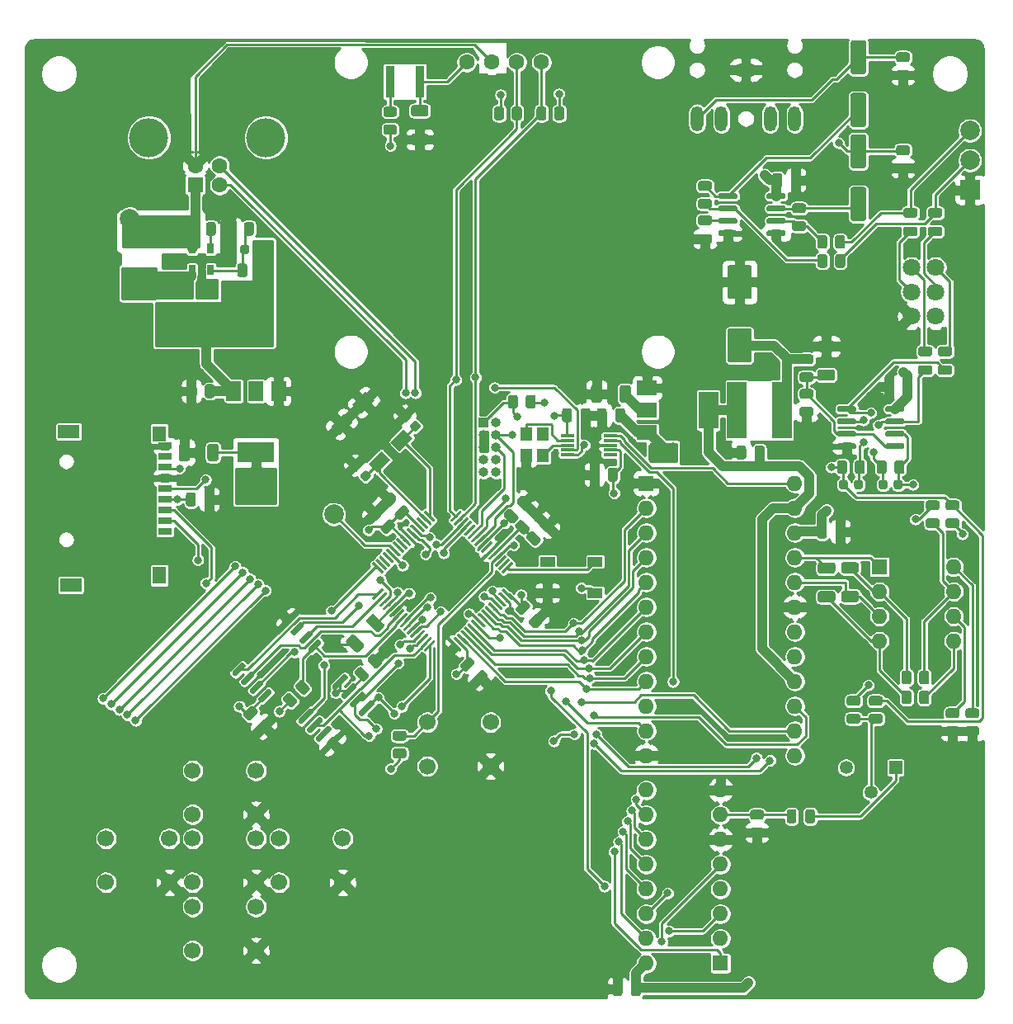
<source format=gbr>
G04 #@! TF.GenerationSoftware,KiCad,Pcbnew,(5.1.8)-1*
G04 #@! TF.CreationDate,2020-12-22T19:01:30-08:00*
G04 #@! TF.ProjectId,MegaBlaster2,4d656761-426c-4617-9374-6572322e6b69,rev?*
G04 #@! TF.SameCoordinates,Original*
G04 #@! TF.FileFunction,Copper,L1,Top*
G04 #@! TF.FilePolarity,Positive*
%FSLAX46Y46*%
G04 Gerber Fmt 4.6, Leading zero omitted, Abs format (unit mm)*
G04 Created by KiCad (PCBNEW (5.1.8)-1) date 2020-12-22 19:01:30*
%MOMM*%
%LPD*%
G01*
G04 APERTURE LIST*
G04 #@! TA.AperFunction,ComponentPad*
%ADD10R,1.346200X1.346200*%
G04 #@! TD*
G04 #@! TA.AperFunction,ComponentPad*
%ADD11C,1.346200*%
G04 #@! TD*
G04 #@! TA.AperFunction,ComponentPad*
%ADD12R,1.600000X1.600000*%
G04 #@! TD*
G04 #@! TA.AperFunction,ComponentPad*
%ADD13C,1.600000*%
G04 #@! TD*
G04 #@! TA.AperFunction,ComponentPad*
%ADD14C,4.000000*%
G04 #@! TD*
G04 #@! TA.AperFunction,SMDPad,CuDef*
%ADD15R,2.000000X2.000000*%
G04 #@! TD*
G04 #@! TA.AperFunction,SMDPad,CuDef*
%ADD16R,2.200000X1.400000*%
G04 #@! TD*
G04 #@! TA.AperFunction,SMDPad,CuDef*
%ADD17R,1.400000X1.800000*%
G04 #@! TD*
G04 #@! TA.AperFunction,SMDPad,CuDef*
%ADD18R,1.400000X1.600000*%
G04 #@! TD*
G04 #@! TA.AperFunction,SMDPad,CuDef*
%ADD19R,1.400000X0.700000*%
G04 #@! TD*
G04 #@! TA.AperFunction,SMDPad,CuDef*
%ADD20R,1.800000X2.500000*%
G04 #@! TD*
G04 #@! TA.AperFunction,SMDPad,CuDef*
%ADD21R,1.500000X1.000000*%
G04 #@! TD*
G04 #@! TA.AperFunction,ComponentPad*
%ADD22R,1.000000X1.000000*%
G04 #@! TD*
G04 #@! TA.AperFunction,ComponentPad*
%ADD23O,1.000000X1.000000*%
G04 #@! TD*
G04 #@! TA.AperFunction,ComponentPad*
%ADD24O,1.300000X2.600000*%
G04 #@! TD*
G04 #@! TA.AperFunction,ComponentPad*
%ADD25O,2.600000X1.300000*%
G04 #@! TD*
G04 #@! TA.AperFunction,SMDPad,CuDef*
%ADD26R,3.300000X0.950000*%
G04 #@! TD*
G04 #@! TA.AperFunction,SMDPad,CuDef*
%ADD27R,0.950000X3.300000*%
G04 #@! TD*
G04 #@! TA.AperFunction,SMDPad,CuDef*
%ADD28R,2.000000X5.800000*%
G04 #@! TD*
G04 #@! TA.AperFunction,ComponentPad*
%ADD29C,1.800000*%
G04 #@! TD*
G04 #@! TA.AperFunction,ComponentPad*
%ADD30C,1.700000*%
G04 #@! TD*
G04 #@! TA.AperFunction,ComponentPad*
%ADD31O,1.600000X1.600000*%
G04 #@! TD*
G04 #@! TA.AperFunction,SMDPad,CuDef*
%ADD32C,2.000000*%
G04 #@! TD*
G04 #@! TA.AperFunction,SMDPad,CuDef*
%ADD33R,0.650000X1.060000*%
G04 #@! TD*
G04 #@! TA.AperFunction,SMDPad,CuDef*
%ADD34R,3.800000X2.000000*%
G04 #@! TD*
G04 #@! TA.AperFunction,SMDPad,CuDef*
%ADD35R,1.500000X2.000000*%
G04 #@! TD*
G04 #@! TA.AperFunction,SMDPad,CuDef*
%ADD36R,2.000000X1.500000*%
G04 #@! TD*
G04 #@! TA.AperFunction,SMDPad,CuDef*
%ADD37R,2.000000X3.800000*%
G04 #@! TD*
G04 #@! TA.AperFunction,SMDPad,CuDef*
%ADD38R,1.400000X0.300000*%
G04 #@! TD*
G04 #@! TA.AperFunction,SMDPad,CuDef*
%ADD39C,0.100000*%
G04 #@! TD*
G04 #@! TA.AperFunction,SMDPad,CuDef*
%ADD40R,1.200000X1.400000*%
G04 #@! TD*
G04 #@! TA.AperFunction,ViaPad*
%ADD41C,0.800000*%
G04 #@! TD*
G04 #@! TA.AperFunction,ViaPad*
%ADD42C,1.000000*%
G04 #@! TD*
G04 #@! TA.AperFunction,Conductor*
%ADD43C,0.250000*%
G04 #@! TD*
G04 #@! TA.AperFunction,Conductor*
%ADD44C,0.800000*%
G04 #@! TD*
G04 #@! TA.AperFunction,Conductor*
%ADD45C,1.000000*%
G04 #@! TD*
G04 #@! TA.AperFunction,Conductor*
%ADD46C,0.254000*%
G04 #@! TD*
G04 #@! TA.AperFunction,Conductor*
%ADD47C,0.100000*%
G04 #@! TD*
G04 APERTURE END LIST*
D10*
X173482000Y-116916200D03*
D11*
X170942000Y-119456200D03*
X168402000Y-116916200D03*
G04 #@! TA.AperFunction,SMDPad,CuDef*
G36*
G01*
X125073134Y-90665899D02*
X125179200Y-90559833D01*
G75*
G02*
X125285266Y-90559833I53033J-53033D01*
G01*
X126222182Y-91496749D01*
G75*
G02*
X126222182Y-91602815I-53033J-53033D01*
G01*
X126116116Y-91708881D01*
G75*
G02*
X126010050Y-91708881I-53033J53033D01*
G01*
X125073134Y-90771965D01*
G75*
G02*
X125073134Y-90665899I53033J53033D01*
G01*
G37*
G04 #@! TD.AperFunction*
G04 #@! TA.AperFunction,SMDPad,CuDef*
G36*
G01*
X124719581Y-91019453D02*
X124825647Y-90913387D01*
G75*
G02*
X124931713Y-90913387I53033J-53033D01*
G01*
X125868629Y-91850303D01*
G75*
G02*
X125868629Y-91956369I-53033J-53033D01*
G01*
X125762563Y-92062435D01*
G75*
G02*
X125656497Y-92062435I-53033J53033D01*
G01*
X124719581Y-91125519D01*
G75*
G02*
X124719581Y-91019453I53033J53033D01*
G01*
G37*
G04 #@! TD.AperFunction*
G04 #@! TA.AperFunction,SMDPad,CuDef*
G36*
G01*
X124366027Y-91373006D02*
X124472093Y-91266940D01*
G75*
G02*
X124578159Y-91266940I53033J-53033D01*
G01*
X125515075Y-92203856D01*
G75*
G02*
X125515075Y-92309922I-53033J-53033D01*
G01*
X125409009Y-92415988D01*
G75*
G02*
X125302943Y-92415988I-53033J53033D01*
G01*
X124366027Y-91479072D01*
G75*
G02*
X124366027Y-91373006I53033J53033D01*
G01*
G37*
G04 #@! TD.AperFunction*
G04 #@! TA.AperFunction,SMDPad,CuDef*
G36*
G01*
X124012474Y-91726560D02*
X124118540Y-91620494D01*
G75*
G02*
X124224606Y-91620494I53033J-53033D01*
G01*
X125161522Y-92557410D01*
G75*
G02*
X125161522Y-92663476I-53033J-53033D01*
G01*
X125055456Y-92769542D01*
G75*
G02*
X124949390Y-92769542I-53033J53033D01*
G01*
X124012474Y-91832626D01*
G75*
G02*
X124012474Y-91726560I53033J53033D01*
G01*
G37*
G04 #@! TD.AperFunction*
G04 #@! TA.AperFunction,SMDPad,CuDef*
G36*
G01*
X123658921Y-92080113D02*
X123764987Y-91974047D01*
G75*
G02*
X123871053Y-91974047I53033J-53033D01*
G01*
X124807969Y-92910963D01*
G75*
G02*
X124807969Y-93017029I-53033J-53033D01*
G01*
X124701903Y-93123095D01*
G75*
G02*
X124595837Y-93123095I-53033J53033D01*
G01*
X123658921Y-92186179D01*
G75*
G02*
X123658921Y-92080113I53033J53033D01*
G01*
G37*
G04 #@! TD.AperFunction*
G04 #@! TA.AperFunction,SMDPad,CuDef*
G36*
G01*
X123305367Y-92433666D02*
X123411433Y-92327600D01*
G75*
G02*
X123517499Y-92327600I53033J-53033D01*
G01*
X124454415Y-93264516D01*
G75*
G02*
X124454415Y-93370582I-53033J-53033D01*
G01*
X124348349Y-93476648D01*
G75*
G02*
X124242283Y-93476648I-53033J53033D01*
G01*
X123305367Y-92539732D01*
G75*
G02*
X123305367Y-92433666I53033J53033D01*
G01*
G37*
G04 #@! TD.AperFunction*
G04 #@! TA.AperFunction,SMDPad,CuDef*
G36*
G01*
X122951814Y-92787220D02*
X123057880Y-92681154D01*
G75*
G02*
X123163946Y-92681154I53033J-53033D01*
G01*
X124100862Y-93618070D01*
G75*
G02*
X124100862Y-93724136I-53033J-53033D01*
G01*
X123994796Y-93830202D01*
G75*
G02*
X123888730Y-93830202I-53033J53033D01*
G01*
X122951814Y-92893286D01*
G75*
G02*
X122951814Y-92787220I53033J53033D01*
G01*
G37*
G04 #@! TD.AperFunction*
G04 #@! TA.AperFunction,SMDPad,CuDef*
G36*
G01*
X122598261Y-93140773D02*
X122704327Y-93034707D01*
G75*
G02*
X122810393Y-93034707I53033J-53033D01*
G01*
X123747309Y-93971623D01*
G75*
G02*
X123747309Y-94077689I-53033J-53033D01*
G01*
X123641243Y-94183755D01*
G75*
G02*
X123535177Y-94183755I-53033J53033D01*
G01*
X122598261Y-93246839D01*
G75*
G02*
X122598261Y-93140773I53033J53033D01*
G01*
G37*
G04 #@! TD.AperFunction*
G04 #@! TA.AperFunction,SMDPad,CuDef*
G36*
G01*
X122244707Y-93494327D02*
X122350773Y-93388261D01*
G75*
G02*
X122456839Y-93388261I53033J-53033D01*
G01*
X123393755Y-94325177D01*
G75*
G02*
X123393755Y-94431243I-53033J-53033D01*
G01*
X123287689Y-94537309D01*
G75*
G02*
X123181623Y-94537309I-53033J53033D01*
G01*
X122244707Y-93600393D01*
G75*
G02*
X122244707Y-93494327I53033J53033D01*
G01*
G37*
G04 #@! TD.AperFunction*
G04 #@! TA.AperFunction,SMDPad,CuDef*
G36*
G01*
X121891154Y-93847880D02*
X121997220Y-93741814D01*
G75*
G02*
X122103286Y-93741814I53033J-53033D01*
G01*
X123040202Y-94678730D01*
G75*
G02*
X123040202Y-94784796I-53033J-53033D01*
G01*
X122934136Y-94890862D01*
G75*
G02*
X122828070Y-94890862I-53033J53033D01*
G01*
X121891154Y-93953946D01*
G75*
G02*
X121891154Y-93847880I53033J53033D01*
G01*
G37*
G04 #@! TD.AperFunction*
G04 #@! TA.AperFunction,SMDPad,CuDef*
G36*
G01*
X121537600Y-94201433D02*
X121643666Y-94095367D01*
G75*
G02*
X121749732Y-94095367I53033J-53033D01*
G01*
X122686648Y-95032283D01*
G75*
G02*
X122686648Y-95138349I-53033J-53033D01*
G01*
X122580582Y-95244415D01*
G75*
G02*
X122474516Y-95244415I-53033J53033D01*
G01*
X121537600Y-94307499D01*
G75*
G02*
X121537600Y-94201433I53033J53033D01*
G01*
G37*
G04 #@! TD.AperFunction*
G04 #@! TA.AperFunction,SMDPad,CuDef*
G36*
G01*
X121184047Y-94554987D02*
X121290113Y-94448921D01*
G75*
G02*
X121396179Y-94448921I53033J-53033D01*
G01*
X122333095Y-95385837D01*
G75*
G02*
X122333095Y-95491903I-53033J-53033D01*
G01*
X122227029Y-95597969D01*
G75*
G02*
X122120963Y-95597969I-53033J53033D01*
G01*
X121184047Y-94661053D01*
G75*
G02*
X121184047Y-94554987I53033J53033D01*
G01*
G37*
G04 #@! TD.AperFunction*
G04 #@! TA.AperFunction,SMDPad,CuDef*
G36*
G01*
X120830494Y-94908540D02*
X120936560Y-94802474D01*
G75*
G02*
X121042626Y-94802474I53033J-53033D01*
G01*
X121979542Y-95739390D01*
G75*
G02*
X121979542Y-95845456I-53033J-53033D01*
G01*
X121873476Y-95951522D01*
G75*
G02*
X121767410Y-95951522I-53033J53033D01*
G01*
X120830494Y-95014606D01*
G75*
G02*
X120830494Y-94908540I53033J53033D01*
G01*
G37*
G04 #@! TD.AperFunction*
G04 #@! TA.AperFunction,SMDPad,CuDef*
G36*
G01*
X120476940Y-95262093D02*
X120583006Y-95156027D01*
G75*
G02*
X120689072Y-95156027I53033J-53033D01*
G01*
X121625988Y-96092943D01*
G75*
G02*
X121625988Y-96199009I-53033J-53033D01*
G01*
X121519922Y-96305075D01*
G75*
G02*
X121413856Y-96305075I-53033J53033D01*
G01*
X120476940Y-95368159D01*
G75*
G02*
X120476940Y-95262093I53033J53033D01*
G01*
G37*
G04 #@! TD.AperFunction*
G04 #@! TA.AperFunction,SMDPad,CuDef*
G36*
G01*
X120123387Y-95615647D02*
X120229453Y-95509581D01*
G75*
G02*
X120335519Y-95509581I53033J-53033D01*
G01*
X121272435Y-96446497D01*
G75*
G02*
X121272435Y-96552563I-53033J-53033D01*
G01*
X121166369Y-96658629D01*
G75*
G02*
X121060303Y-96658629I-53033J53033D01*
G01*
X120123387Y-95721713D01*
G75*
G02*
X120123387Y-95615647I53033J53033D01*
G01*
G37*
G04 #@! TD.AperFunction*
G04 #@! TA.AperFunction,SMDPad,CuDef*
G36*
G01*
X119769833Y-95969200D02*
X119875899Y-95863134D01*
G75*
G02*
X119981965Y-95863134I53033J-53033D01*
G01*
X120918881Y-96800050D01*
G75*
G02*
X120918881Y-96906116I-53033J-53033D01*
G01*
X120812815Y-97012182D01*
G75*
G02*
X120706749Y-97012182I-53033J53033D01*
G01*
X119769833Y-96075266D01*
G75*
G02*
X119769833Y-95969200I53033J53033D01*
G01*
G37*
G04 #@! TD.AperFunction*
G04 #@! TA.AperFunction,SMDPad,CuDef*
G36*
G01*
X119769833Y-99504734D02*
X120706749Y-98567818D01*
G75*
G02*
X120812815Y-98567818I53033J-53033D01*
G01*
X120918881Y-98673884D01*
G75*
G02*
X120918881Y-98779950I-53033J-53033D01*
G01*
X119981965Y-99716866D01*
G75*
G02*
X119875899Y-99716866I-53033J53033D01*
G01*
X119769833Y-99610800D01*
G75*
G02*
X119769833Y-99504734I53033J53033D01*
G01*
G37*
G04 #@! TD.AperFunction*
G04 #@! TA.AperFunction,SMDPad,CuDef*
G36*
G01*
X120123387Y-99858287D02*
X121060303Y-98921371D01*
G75*
G02*
X121166369Y-98921371I53033J-53033D01*
G01*
X121272435Y-99027437D01*
G75*
G02*
X121272435Y-99133503I-53033J-53033D01*
G01*
X120335519Y-100070419D01*
G75*
G02*
X120229453Y-100070419I-53033J53033D01*
G01*
X120123387Y-99964353D01*
G75*
G02*
X120123387Y-99858287I53033J53033D01*
G01*
G37*
G04 #@! TD.AperFunction*
G04 #@! TA.AperFunction,SMDPad,CuDef*
G36*
G01*
X120476940Y-100211841D02*
X121413856Y-99274925D01*
G75*
G02*
X121519922Y-99274925I53033J-53033D01*
G01*
X121625988Y-99380991D01*
G75*
G02*
X121625988Y-99487057I-53033J-53033D01*
G01*
X120689072Y-100423973D01*
G75*
G02*
X120583006Y-100423973I-53033J53033D01*
G01*
X120476940Y-100317907D01*
G75*
G02*
X120476940Y-100211841I53033J53033D01*
G01*
G37*
G04 #@! TD.AperFunction*
G04 #@! TA.AperFunction,SMDPad,CuDef*
G36*
G01*
X120830494Y-100565394D02*
X121767410Y-99628478D01*
G75*
G02*
X121873476Y-99628478I53033J-53033D01*
G01*
X121979542Y-99734544D01*
G75*
G02*
X121979542Y-99840610I-53033J-53033D01*
G01*
X121042626Y-100777526D01*
G75*
G02*
X120936560Y-100777526I-53033J53033D01*
G01*
X120830494Y-100671460D01*
G75*
G02*
X120830494Y-100565394I53033J53033D01*
G01*
G37*
G04 #@! TD.AperFunction*
G04 #@! TA.AperFunction,SMDPad,CuDef*
G36*
G01*
X121184047Y-100918947D02*
X122120963Y-99982031D01*
G75*
G02*
X122227029Y-99982031I53033J-53033D01*
G01*
X122333095Y-100088097D01*
G75*
G02*
X122333095Y-100194163I-53033J-53033D01*
G01*
X121396179Y-101131079D01*
G75*
G02*
X121290113Y-101131079I-53033J53033D01*
G01*
X121184047Y-101025013D01*
G75*
G02*
X121184047Y-100918947I53033J53033D01*
G01*
G37*
G04 #@! TD.AperFunction*
G04 #@! TA.AperFunction,SMDPad,CuDef*
G36*
G01*
X121537600Y-101272501D02*
X122474516Y-100335585D01*
G75*
G02*
X122580582Y-100335585I53033J-53033D01*
G01*
X122686648Y-100441651D01*
G75*
G02*
X122686648Y-100547717I-53033J-53033D01*
G01*
X121749732Y-101484633D01*
G75*
G02*
X121643666Y-101484633I-53033J53033D01*
G01*
X121537600Y-101378567D01*
G75*
G02*
X121537600Y-101272501I53033J53033D01*
G01*
G37*
G04 #@! TD.AperFunction*
G04 #@! TA.AperFunction,SMDPad,CuDef*
G36*
G01*
X121891154Y-101626054D02*
X122828070Y-100689138D01*
G75*
G02*
X122934136Y-100689138I53033J-53033D01*
G01*
X123040202Y-100795204D01*
G75*
G02*
X123040202Y-100901270I-53033J-53033D01*
G01*
X122103286Y-101838186D01*
G75*
G02*
X121997220Y-101838186I-53033J53033D01*
G01*
X121891154Y-101732120D01*
G75*
G02*
X121891154Y-101626054I53033J53033D01*
G01*
G37*
G04 #@! TD.AperFunction*
G04 #@! TA.AperFunction,SMDPad,CuDef*
G36*
G01*
X122244707Y-101979607D02*
X123181623Y-101042691D01*
G75*
G02*
X123287689Y-101042691I53033J-53033D01*
G01*
X123393755Y-101148757D01*
G75*
G02*
X123393755Y-101254823I-53033J-53033D01*
G01*
X122456839Y-102191739D01*
G75*
G02*
X122350773Y-102191739I-53033J53033D01*
G01*
X122244707Y-102085673D01*
G75*
G02*
X122244707Y-101979607I53033J53033D01*
G01*
G37*
G04 #@! TD.AperFunction*
G04 #@! TA.AperFunction,SMDPad,CuDef*
G36*
G01*
X122598261Y-102333161D02*
X123535177Y-101396245D01*
G75*
G02*
X123641243Y-101396245I53033J-53033D01*
G01*
X123747309Y-101502311D01*
G75*
G02*
X123747309Y-101608377I-53033J-53033D01*
G01*
X122810393Y-102545293D01*
G75*
G02*
X122704327Y-102545293I-53033J53033D01*
G01*
X122598261Y-102439227D01*
G75*
G02*
X122598261Y-102333161I53033J53033D01*
G01*
G37*
G04 #@! TD.AperFunction*
G04 #@! TA.AperFunction,SMDPad,CuDef*
G36*
G01*
X122951814Y-102686714D02*
X123888730Y-101749798D01*
G75*
G02*
X123994796Y-101749798I53033J-53033D01*
G01*
X124100862Y-101855864D01*
G75*
G02*
X124100862Y-101961930I-53033J-53033D01*
G01*
X123163946Y-102898846D01*
G75*
G02*
X123057880Y-102898846I-53033J53033D01*
G01*
X122951814Y-102792780D01*
G75*
G02*
X122951814Y-102686714I53033J53033D01*
G01*
G37*
G04 #@! TD.AperFunction*
G04 #@! TA.AperFunction,SMDPad,CuDef*
G36*
G01*
X123305367Y-103040268D02*
X124242283Y-102103352D01*
G75*
G02*
X124348349Y-102103352I53033J-53033D01*
G01*
X124454415Y-102209418D01*
G75*
G02*
X124454415Y-102315484I-53033J-53033D01*
G01*
X123517499Y-103252400D01*
G75*
G02*
X123411433Y-103252400I-53033J53033D01*
G01*
X123305367Y-103146334D01*
G75*
G02*
X123305367Y-103040268I53033J53033D01*
G01*
G37*
G04 #@! TD.AperFunction*
G04 #@! TA.AperFunction,SMDPad,CuDef*
G36*
G01*
X123658921Y-103393821D02*
X124595837Y-102456905D01*
G75*
G02*
X124701903Y-102456905I53033J-53033D01*
G01*
X124807969Y-102562971D01*
G75*
G02*
X124807969Y-102669037I-53033J-53033D01*
G01*
X123871053Y-103605953D01*
G75*
G02*
X123764987Y-103605953I-53033J53033D01*
G01*
X123658921Y-103499887D01*
G75*
G02*
X123658921Y-103393821I53033J53033D01*
G01*
G37*
G04 #@! TD.AperFunction*
G04 #@! TA.AperFunction,SMDPad,CuDef*
G36*
G01*
X124012474Y-103747374D02*
X124949390Y-102810458D01*
G75*
G02*
X125055456Y-102810458I53033J-53033D01*
G01*
X125161522Y-102916524D01*
G75*
G02*
X125161522Y-103022590I-53033J-53033D01*
G01*
X124224606Y-103959506D01*
G75*
G02*
X124118540Y-103959506I-53033J53033D01*
G01*
X124012474Y-103853440D01*
G75*
G02*
X124012474Y-103747374I53033J53033D01*
G01*
G37*
G04 #@! TD.AperFunction*
G04 #@! TA.AperFunction,SMDPad,CuDef*
G36*
G01*
X124366027Y-104100928D02*
X125302943Y-103164012D01*
G75*
G02*
X125409009Y-103164012I53033J-53033D01*
G01*
X125515075Y-103270078D01*
G75*
G02*
X125515075Y-103376144I-53033J-53033D01*
G01*
X124578159Y-104313060D01*
G75*
G02*
X124472093Y-104313060I-53033J53033D01*
G01*
X124366027Y-104206994D01*
G75*
G02*
X124366027Y-104100928I53033J53033D01*
G01*
G37*
G04 #@! TD.AperFunction*
G04 #@! TA.AperFunction,SMDPad,CuDef*
G36*
G01*
X124719581Y-104454481D02*
X125656497Y-103517565D01*
G75*
G02*
X125762563Y-103517565I53033J-53033D01*
G01*
X125868629Y-103623631D01*
G75*
G02*
X125868629Y-103729697I-53033J-53033D01*
G01*
X124931713Y-104666613D01*
G75*
G02*
X124825647Y-104666613I-53033J53033D01*
G01*
X124719581Y-104560547D01*
G75*
G02*
X124719581Y-104454481I53033J53033D01*
G01*
G37*
G04 #@! TD.AperFunction*
G04 #@! TA.AperFunction,SMDPad,CuDef*
G36*
G01*
X125073134Y-104808035D02*
X126010050Y-103871119D01*
G75*
G02*
X126116116Y-103871119I53033J-53033D01*
G01*
X126222182Y-103977185D01*
G75*
G02*
X126222182Y-104083251I-53033J-53033D01*
G01*
X125285266Y-105020167D01*
G75*
G02*
X125179200Y-105020167I-53033J53033D01*
G01*
X125073134Y-104914101D01*
G75*
G02*
X125073134Y-104808035I53033J53033D01*
G01*
G37*
G04 #@! TD.AperFunction*
G04 #@! TA.AperFunction,SMDPad,CuDef*
G36*
G01*
X127777818Y-103977185D02*
X127883884Y-103871119D01*
G75*
G02*
X127989950Y-103871119I53033J-53033D01*
G01*
X128926866Y-104808035D01*
G75*
G02*
X128926866Y-104914101I-53033J-53033D01*
G01*
X128820800Y-105020167D01*
G75*
G02*
X128714734Y-105020167I-53033J53033D01*
G01*
X127777818Y-104083251D01*
G75*
G02*
X127777818Y-103977185I53033J53033D01*
G01*
G37*
G04 #@! TD.AperFunction*
G04 #@! TA.AperFunction,SMDPad,CuDef*
G36*
G01*
X128131371Y-103623631D02*
X128237437Y-103517565D01*
G75*
G02*
X128343503Y-103517565I53033J-53033D01*
G01*
X129280419Y-104454481D01*
G75*
G02*
X129280419Y-104560547I-53033J-53033D01*
G01*
X129174353Y-104666613D01*
G75*
G02*
X129068287Y-104666613I-53033J53033D01*
G01*
X128131371Y-103729697D01*
G75*
G02*
X128131371Y-103623631I53033J53033D01*
G01*
G37*
G04 #@! TD.AperFunction*
G04 #@! TA.AperFunction,SMDPad,CuDef*
G36*
G01*
X128484925Y-103270078D02*
X128590991Y-103164012D01*
G75*
G02*
X128697057Y-103164012I53033J-53033D01*
G01*
X129633973Y-104100928D01*
G75*
G02*
X129633973Y-104206994I-53033J-53033D01*
G01*
X129527907Y-104313060D01*
G75*
G02*
X129421841Y-104313060I-53033J53033D01*
G01*
X128484925Y-103376144D01*
G75*
G02*
X128484925Y-103270078I53033J53033D01*
G01*
G37*
G04 #@! TD.AperFunction*
G04 #@! TA.AperFunction,SMDPad,CuDef*
G36*
G01*
X128838478Y-102916524D02*
X128944544Y-102810458D01*
G75*
G02*
X129050610Y-102810458I53033J-53033D01*
G01*
X129987526Y-103747374D01*
G75*
G02*
X129987526Y-103853440I-53033J-53033D01*
G01*
X129881460Y-103959506D01*
G75*
G02*
X129775394Y-103959506I-53033J53033D01*
G01*
X128838478Y-103022590D01*
G75*
G02*
X128838478Y-102916524I53033J53033D01*
G01*
G37*
G04 #@! TD.AperFunction*
G04 #@! TA.AperFunction,SMDPad,CuDef*
G36*
G01*
X129192031Y-102562971D02*
X129298097Y-102456905D01*
G75*
G02*
X129404163Y-102456905I53033J-53033D01*
G01*
X130341079Y-103393821D01*
G75*
G02*
X130341079Y-103499887I-53033J-53033D01*
G01*
X130235013Y-103605953D01*
G75*
G02*
X130128947Y-103605953I-53033J53033D01*
G01*
X129192031Y-102669037D01*
G75*
G02*
X129192031Y-102562971I53033J53033D01*
G01*
G37*
G04 #@! TD.AperFunction*
G04 #@! TA.AperFunction,SMDPad,CuDef*
G36*
G01*
X129545585Y-102209418D02*
X129651651Y-102103352D01*
G75*
G02*
X129757717Y-102103352I53033J-53033D01*
G01*
X130694633Y-103040268D01*
G75*
G02*
X130694633Y-103146334I-53033J-53033D01*
G01*
X130588567Y-103252400D01*
G75*
G02*
X130482501Y-103252400I-53033J53033D01*
G01*
X129545585Y-102315484D01*
G75*
G02*
X129545585Y-102209418I53033J53033D01*
G01*
G37*
G04 #@! TD.AperFunction*
G04 #@! TA.AperFunction,SMDPad,CuDef*
G36*
G01*
X129899138Y-101855864D02*
X130005204Y-101749798D01*
G75*
G02*
X130111270Y-101749798I53033J-53033D01*
G01*
X131048186Y-102686714D01*
G75*
G02*
X131048186Y-102792780I-53033J-53033D01*
G01*
X130942120Y-102898846D01*
G75*
G02*
X130836054Y-102898846I-53033J53033D01*
G01*
X129899138Y-101961930D01*
G75*
G02*
X129899138Y-101855864I53033J53033D01*
G01*
G37*
G04 #@! TD.AperFunction*
G04 #@! TA.AperFunction,SMDPad,CuDef*
G36*
G01*
X130252691Y-101502311D02*
X130358757Y-101396245D01*
G75*
G02*
X130464823Y-101396245I53033J-53033D01*
G01*
X131401739Y-102333161D01*
G75*
G02*
X131401739Y-102439227I-53033J-53033D01*
G01*
X131295673Y-102545293D01*
G75*
G02*
X131189607Y-102545293I-53033J53033D01*
G01*
X130252691Y-101608377D01*
G75*
G02*
X130252691Y-101502311I53033J53033D01*
G01*
G37*
G04 #@! TD.AperFunction*
G04 #@! TA.AperFunction,SMDPad,CuDef*
G36*
G01*
X130606245Y-101148757D02*
X130712311Y-101042691D01*
G75*
G02*
X130818377Y-101042691I53033J-53033D01*
G01*
X131755293Y-101979607D01*
G75*
G02*
X131755293Y-102085673I-53033J-53033D01*
G01*
X131649227Y-102191739D01*
G75*
G02*
X131543161Y-102191739I-53033J53033D01*
G01*
X130606245Y-101254823D01*
G75*
G02*
X130606245Y-101148757I53033J53033D01*
G01*
G37*
G04 #@! TD.AperFunction*
G04 #@! TA.AperFunction,SMDPad,CuDef*
G36*
G01*
X130959798Y-100795204D02*
X131065864Y-100689138D01*
G75*
G02*
X131171930Y-100689138I53033J-53033D01*
G01*
X132108846Y-101626054D01*
G75*
G02*
X132108846Y-101732120I-53033J-53033D01*
G01*
X132002780Y-101838186D01*
G75*
G02*
X131896714Y-101838186I-53033J53033D01*
G01*
X130959798Y-100901270D01*
G75*
G02*
X130959798Y-100795204I53033J53033D01*
G01*
G37*
G04 #@! TD.AperFunction*
G04 #@! TA.AperFunction,SMDPad,CuDef*
G36*
G01*
X131313352Y-100441651D02*
X131419418Y-100335585D01*
G75*
G02*
X131525484Y-100335585I53033J-53033D01*
G01*
X132462400Y-101272501D01*
G75*
G02*
X132462400Y-101378567I-53033J-53033D01*
G01*
X132356334Y-101484633D01*
G75*
G02*
X132250268Y-101484633I-53033J53033D01*
G01*
X131313352Y-100547717D01*
G75*
G02*
X131313352Y-100441651I53033J53033D01*
G01*
G37*
G04 #@! TD.AperFunction*
G04 #@! TA.AperFunction,SMDPad,CuDef*
G36*
G01*
X131666905Y-100088097D02*
X131772971Y-99982031D01*
G75*
G02*
X131879037Y-99982031I53033J-53033D01*
G01*
X132815953Y-100918947D01*
G75*
G02*
X132815953Y-101025013I-53033J-53033D01*
G01*
X132709887Y-101131079D01*
G75*
G02*
X132603821Y-101131079I-53033J53033D01*
G01*
X131666905Y-100194163D01*
G75*
G02*
X131666905Y-100088097I53033J53033D01*
G01*
G37*
G04 #@! TD.AperFunction*
G04 #@! TA.AperFunction,SMDPad,CuDef*
G36*
G01*
X132020458Y-99734544D02*
X132126524Y-99628478D01*
G75*
G02*
X132232590Y-99628478I53033J-53033D01*
G01*
X133169506Y-100565394D01*
G75*
G02*
X133169506Y-100671460I-53033J-53033D01*
G01*
X133063440Y-100777526D01*
G75*
G02*
X132957374Y-100777526I-53033J53033D01*
G01*
X132020458Y-99840610D01*
G75*
G02*
X132020458Y-99734544I53033J53033D01*
G01*
G37*
G04 #@! TD.AperFunction*
G04 #@! TA.AperFunction,SMDPad,CuDef*
G36*
G01*
X132374012Y-99380991D02*
X132480078Y-99274925D01*
G75*
G02*
X132586144Y-99274925I53033J-53033D01*
G01*
X133523060Y-100211841D01*
G75*
G02*
X133523060Y-100317907I-53033J-53033D01*
G01*
X133416994Y-100423973D01*
G75*
G02*
X133310928Y-100423973I-53033J53033D01*
G01*
X132374012Y-99487057D01*
G75*
G02*
X132374012Y-99380991I53033J53033D01*
G01*
G37*
G04 #@! TD.AperFunction*
G04 #@! TA.AperFunction,SMDPad,CuDef*
G36*
G01*
X132727565Y-99027437D02*
X132833631Y-98921371D01*
G75*
G02*
X132939697Y-98921371I53033J-53033D01*
G01*
X133876613Y-99858287D01*
G75*
G02*
X133876613Y-99964353I-53033J-53033D01*
G01*
X133770547Y-100070419D01*
G75*
G02*
X133664481Y-100070419I-53033J53033D01*
G01*
X132727565Y-99133503D01*
G75*
G02*
X132727565Y-99027437I53033J53033D01*
G01*
G37*
G04 #@! TD.AperFunction*
G04 #@! TA.AperFunction,SMDPad,CuDef*
G36*
G01*
X133081119Y-98673884D02*
X133187185Y-98567818D01*
G75*
G02*
X133293251Y-98567818I53033J-53033D01*
G01*
X134230167Y-99504734D01*
G75*
G02*
X134230167Y-99610800I-53033J-53033D01*
G01*
X134124101Y-99716866D01*
G75*
G02*
X134018035Y-99716866I-53033J53033D01*
G01*
X133081119Y-98779950D01*
G75*
G02*
X133081119Y-98673884I53033J53033D01*
G01*
G37*
G04 #@! TD.AperFunction*
G04 #@! TA.AperFunction,SMDPad,CuDef*
G36*
G01*
X133081119Y-96800050D02*
X134018035Y-95863134D01*
G75*
G02*
X134124101Y-95863134I53033J-53033D01*
G01*
X134230167Y-95969200D01*
G75*
G02*
X134230167Y-96075266I-53033J-53033D01*
G01*
X133293251Y-97012182D01*
G75*
G02*
X133187185Y-97012182I-53033J53033D01*
G01*
X133081119Y-96906116D01*
G75*
G02*
X133081119Y-96800050I53033J53033D01*
G01*
G37*
G04 #@! TD.AperFunction*
G04 #@! TA.AperFunction,SMDPad,CuDef*
G36*
G01*
X132727565Y-96446497D02*
X133664481Y-95509581D01*
G75*
G02*
X133770547Y-95509581I53033J-53033D01*
G01*
X133876613Y-95615647D01*
G75*
G02*
X133876613Y-95721713I-53033J-53033D01*
G01*
X132939697Y-96658629D01*
G75*
G02*
X132833631Y-96658629I-53033J53033D01*
G01*
X132727565Y-96552563D01*
G75*
G02*
X132727565Y-96446497I53033J53033D01*
G01*
G37*
G04 #@! TD.AperFunction*
G04 #@! TA.AperFunction,SMDPad,CuDef*
G36*
G01*
X132374012Y-96092943D02*
X133310928Y-95156027D01*
G75*
G02*
X133416994Y-95156027I53033J-53033D01*
G01*
X133523060Y-95262093D01*
G75*
G02*
X133523060Y-95368159I-53033J-53033D01*
G01*
X132586144Y-96305075D01*
G75*
G02*
X132480078Y-96305075I-53033J53033D01*
G01*
X132374012Y-96199009D01*
G75*
G02*
X132374012Y-96092943I53033J53033D01*
G01*
G37*
G04 #@! TD.AperFunction*
G04 #@! TA.AperFunction,SMDPad,CuDef*
G36*
G01*
X132020458Y-95739390D02*
X132957374Y-94802474D01*
G75*
G02*
X133063440Y-94802474I53033J-53033D01*
G01*
X133169506Y-94908540D01*
G75*
G02*
X133169506Y-95014606I-53033J-53033D01*
G01*
X132232590Y-95951522D01*
G75*
G02*
X132126524Y-95951522I-53033J53033D01*
G01*
X132020458Y-95845456D01*
G75*
G02*
X132020458Y-95739390I53033J53033D01*
G01*
G37*
G04 #@! TD.AperFunction*
G04 #@! TA.AperFunction,SMDPad,CuDef*
G36*
G01*
X131666905Y-95385837D02*
X132603821Y-94448921D01*
G75*
G02*
X132709887Y-94448921I53033J-53033D01*
G01*
X132815953Y-94554987D01*
G75*
G02*
X132815953Y-94661053I-53033J-53033D01*
G01*
X131879037Y-95597969D01*
G75*
G02*
X131772971Y-95597969I-53033J53033D01*
G01*
X131666905Y-95491903D01*
G75*
G02*
X131666905Y-95385837I53033J53033D01*
G01*
G37*
G04 #@! TD.AperFunction*
G04 #@! TA.AperFunction,SMDPad,CuDef*
G36*
G01*
X131313352Y-95032283D02*
X132250268Y-94095367D01*
G75*
G02*
X132356334Y-94095367I53033J-53033D01*
G01*
X132462400Y-94201433D01*
G75*
G02*
X132462400Y-94307499I-53033J-53033D01*
G01*
X131525484Y-95244415D01*
G75*
G02*
X131419418Y-95244415I-53033J53033D01*
G01*
X131313352Y-95138349D01*
G75*
G02*
X131313352Y-95032283I53033J53033D01*
G01*
G37*
G04 #@! TD.AperFunction*
G04 #@! TA.AperFunction,SMDPad,CuDef*
G36*
G01*
X130959798Y-94678730D02*
X131896714Y-93741814D01*
G75*
G02*
X132002780Y-93741814I53033J-53033D01*
G01*
X132108846Y-93847880D01*
G75*
G02*
X132108846Y-93953946I-53033J-53033D01*
G01*
X131171930Y-94890862D01*
G75*
G02*
X131065864Y-94890862I-53033J53033D01*
G01*
X130959798Y-94784796D01*
G75*
G02*
X130959798Y-94678730I53033J53033D01*
G01*
G37*
G04 #@! TD.AperFunction*
G04 #@! TA.AperFunction,SMDPad,CuDef*
G36*
G01*
X130606245Y-94325177D02*
X131543161Y-93388261D01*
G75*
G02*
X131649227Y-93388261I53033J-53033D01*
G01*
X131755293Y-93494327D01*
G75*
G02*
X131755293Y-93600393I-53033J-53033D01*
G01*
X130818377Y-94537309D01*
G75*
G02*
X130712311Y-94537309I-53033J53033D01*
G01*
X130606245Y-94431243D01*
G75*
G02*
X130606245Y-94325177I53033J53033D01*
G01*
G37*
G04 #@! TD.AperFunction*
G04 #@! TA.AperFunction,SMDPad,CuDef*
G36*
G01*
X130252691Y-93971623D02*
X131189607Y-93034707D01*
G75*
G02*
X131295673Y-93034707I53033J-53033D01*
G01*
X131401739Y-93140773D01*
G75*
G02*
X131401739Y-93246839I-53033J-53033D01*
G01*
X130464823Y-94183755D01*
G75*
G02*
X130358757Y-94183755I-53033J53033D01*
G01*
X130252691Y-94077689D01*
G75*
G02*
X130252691Y-93971623I53033J53033D01*
G01*
G37*
G04 #@! TD.AperFunction*
G04 #@! TA.AperFunction,SMDPad,CuDef*
G36*
G01*
X129899138Y-93618070D02*
X130836054Y-92681154D01*
G75*
G02*
X130942120Y-92681154I53033J-53033D01*
G01*
X131048186Y-92787220D01*
G75*
G02*
X131048186Y-92893286I-53033J-53033D01*
G01*
X130111270Y-93830202D01*
G75*
G02*
X130005204Y-93830202I-53033J53033D01*
G01*
X129899138Y-93724136D01*
G75*
G02*
X129899138Y-93618070I53033J53033D01*
G01*
G37*
G04 #@! TD.AperFunction*
G04 #@! TA.AperFunction,SMDPad,CuDef*
G36*
G01*
X129545585Y-93264516D02*
X130482501Y-92327600D01*
G75*
G02*
X130588567Y-92327600I53033J-53033D01*
G01*
X130694633Y-92433666D01*
G75*
G02*
X130694633Y-92539732I-53033J-53033D01*
G01*
X129757717Y-93476648D01*
G75*
G02*
X129651651Y-93476648I-53033J53033D01*
G01*
X129545585Y-93370582D01*
G75*
G02*
X129545585Y-93264516I53033J53033D01*
G01*
G37*
G04 #@! TD.AperFunction*
G04 #@! TA.AperFunction,SMDPad,CuDef*
G36*
G01*
X129192031Y-92910963D02*
X130128947Y-91974047D01*
G75*
G02*
X130235013Y-91974047I53033J-53033D01*
G01*
X130341079Y-92080113D01*
G75*
G02*
X130341079Y-92186179I-53033J-53033D01*
G01*
X129404163Y-93123095D01*
G75*
G02*
X129298097Y-93123095I-53033J53033D01*
G01*
X129192031Y-93017029D01*
G75*
G02*
X129192031Y-92910963I53033J53033D01*
G01*
G37*
G04 #@! TD.AperFunction*
G04 #@! TA.AperFunction,SMDPad,CuDef*
G36*
G01*
X128838478Y-92557410D02*
X129775394Y-91620494D01*
G75*
G02*
X129881460Y-91620494I53033J-53033D01*
G01*
X129987526Y-91726560D01*
G75*
G02*
X129987526Y-91832626I-53033J-53033D01*
G01*
X129050610Y-92769542D01*
G75*
G02*
X128944544Y-92769542I-53033J53033D01*
G01*
X128838478Y-92663476D01*
G75*
G02*
X128838478Y-92557410I53033J53033D01*
G01*
G37*
G04 #@! TD.AperFunction*
G04 #@! TA.AperFunction,SMDPad,CuDef*
G36*
G01*
X128484925Y-92203856D02*
X129421841Y-91266940D01*
G75*
G02*
X129527907Y-91266940I53033J-53033D01*
G01*
X129633973Y-91373006D01*
G75*
G02*
X129633973Y-91479072I-53033J-53033D01*
G01*
X128697057Y-92415988D01*
G75*
G02*
X128590991Y-92415988I-53033J53033D01*
G01*
X128484925Y-92309922D01*
G75*
G02*
X128484925Y-92203856I53033J53033D01*
G01*
G37*
G04 #@! TD.AperFunction*
G04 #@! TA.AperFunction,SMDPad,CuDef*
G36*
G01*
X128131371Y-91850303D02*
X129068287Y-90913387D01*
G75*
G02*
X129174353Y-90913387I53033J-53033D01*
G01*
X129280419Y-91019453D01*
G75*
G02*
X129280419Y-91125519I-53033J-53033D01*
G01*
X128343503Y-92062435D01*
G75*
G02*
X128237437Y-92062435I-53033J53033D01*
G01*
X128131371Y-91956369D01*
G75*
G02*
X128131371Y-91850303I53033J53033D01*
G01*
G37*
G04 #@! TD.AperFunction*
G04 #@! TA.AperFunction,SMDPad,CuDef*
G36*
G01*
X127777818Y-91496749D02*
X128714734Y-90559833D01*
G75*
G02*
X128820800Y-90559833I53033J-53033D01*
G01*
X128926866Y-90665899D01*
G75*
G02*
X128926866Y-90771965I-53033J-53033D01*
G01*
X127989950Y-91708881D01*
G75*
G02*
X127883884Y-91708881I-53033J53033D01*
G01*
X127777818Y-91602815D01*
G75*
G02*
X127777818Y-91496749I53033J53033D01*
G01*
G37*
G04 #@! TD.AperFunction*
D12*
X101600000Y-57150000D03*
D13*
X104100000Y-57150000D03*
X104100000Y-55150000D03*
X101600000Y-55150000D03*
D14*
X108850000Y-52290000D03*
X96850000Y-52290000D03*
D15*
X181102000Y-57658000D03*
D13*
X129460000Y-44545000D03*
X132050000Y-44545000D03*
X134590000Y-44545000D03*
X137130000Y-44545000D03*
D16*
X88626000Y-82459000D03*
X88824000Y-98209000D03*
D17*
X97925000Y-97208000D03*
D18*
X97925000Y-82660000D03*
D19*
X98485000Y-83910000D03*
X98485000Y-85010000D03*
X98485000Y-86110000D03*
X98485000Y-87210000D03*
X98485000Y-88310000D03*
X98485000Y-89410000D03*
X98485000Y-90510000D03*
X98485000Y-91610000D03*
X98485000Y-92710000D03*
G04 #@! TA.AperFunction,SMDPad,CuDef*
G36*
G01*
X124694975Y-82041421D02*
X124341421Y-82394975D01*
G75*
G02*
X124023223Y-82394975I-159099J159099D01*
G01*
X123705025Y-82076777D01*
G75*
G02*
X123705025Y-81758579I159099J159099D01*
G01*
X124058579Y-81405025D01*
G75*
G02*
X124376777Y-81405025I159099J-159099D01*
G01*
X124694975Y-81723223D01*
G75*
G02*
X124694975Y-82041421I-159099J-159099D01*
G01*
G37*
G04 #@! TD.AperFunction*
G04 #@! TA.AperFunction,SMDPad,CuDef*
G36*
G01*
X123598959Y-80945405D02*
X123245405Y-81298959D01*
G75*
G02*
X122927207Y-81298959I-159099J159099D01*
G01*
X122609009Y-80980761D01*
G75*
G02*
X122609009Y-80662563I159099J159099D01*
G01*
X122962563Y-80309009D01*
G75*
G02*
X123280761Y-80309009I159099J-159099D01*
G01*
X123598959Y-80627207D01*
G75*
G02*
X123598959Y-80945405I-159099J-159099D01*
G01*
G37*
G04 #@! TD.AperFunction*
G04 #@! TA.AperFunction,SMDPad,CuDef*
G36*
G01*
X135354073Y-90467678D02*
X134682322Y-89795927D01*
G75*
G02*
X134682322Y-89442373I176777J176777D01*
G01*
X135035875Y-89088820D01*
G75*
G02*
X135389429Y-89088820I176777J-176777D01*
G01*
X136061180Y-89760571D01*
G75*
G02*
X136061180Y-90114125I-176777J-176777D01*
G01*
X135707627Y-90467678D01*
G75*
G02*
X135354073Y-90467678I-176777J176777D01*
G01*
G37*
G04 #@! TD.AperFunction*
G04 #@! TA.AperFunction,SMDPad,CuDef*
G36*
G01*
X134010571Y-91811180D02*
X133338820Y-91139429D01*
G75*
G02*
X133338820Y-90785875I176777J176777D01*
G01*
X133692373Y-90432322D01*
G75*
G02*
X134045927Y-90432322I176777J-176777D01*
G01*
X134717678Y-91104073D01*
G75*
G02*
X134717678Y-91457627I-176777J-176777D01*
G01*
X134364125Y-91811180D01*
G75*
G02*
X134010571Y-91811180I-176777J176777D01*
G01*
G37*
G04 #@! TD.AperFunction*
G04 #@! TA.AperFunction,SMDPad,CuDef*
G36*
G01*
X119592983Y-87139429D02*
X119239429Y-87492983D01*
G75*
G02*
X118921231Y-87492983I-159099J159099D01*
G01*
X118603033Y-87174785D01*
G75*
G02*
X118603033Y-86856587I159099J159099D01*
G01*
X118956587Y-86503033D01*
G75*
G02*
X119274785Y-86503033I159099J-159099D01*
G01*
X119592983Y-86821231D01*
G75*
G02*
X119592983Y-87139429I-159099J-159099D01*
G01*
G37*
G04 #@! TD.AperFunction*
G04 #@! TA.AperFunction,SMDPad,CuDef*
G36*
G01*
X118496967Y-86043413D02*
X118143413Y-86396967D01*
G75*
G02*
X117825215Y-86396967I-159099J159099D01*
G01*
X117507017Y-86078769D01*
G75*
G02*
X117507017Y-85760571I159099J159099D01*
G01*
X117860571Y-85407017D01*
G75*
G02*
X118178769Y-85407017I159099J-159099D01*
G01*
X118496967Y-85725215D01*
G75*
G02*
X118496967Y-86043413I-159099J-159099D01*
G01*
G37*
G04 #@! TD.AperFunction*
G04 #@! TA.AperFunction,SMDPad,CuDef*
G36*
G01*
X135882322Y-101854073D02*
X136554073Y-101182322D01*
G75*
G02*
X136907627Y-101182322I176777J-176777D01*
G01*
X137261180Y-101535875D01*
G75*
G02*
X137261180Y-101889429I-176777J-176777D01*
G01*
X136589429Y-102561180D01*
G75*
G02*
X136235875Y-102561180I-176777J176777D01*
G01*
X135882322Y-102207627D01*
G75*
G02*
X135882322Y-101854073I176777J176777D01*
G01*
G37*
G04 #@! TD.AperFunction*
G04 #@! TA.AperFunction,SMDPad,CuDef*
G36*
G01*
X134538820Y-100510571D02*
X135210571Y-99838820D01*
G75*
G02*
X135564125Y-99838820I176777J-176777D01*
G01*
X135917678Y-100192373D01*
G75*
G02*
X135917678Y-100545927I-176777J-176777D01*
G01*
X135245927Y-101217678D01*
G75*
G02*
X134892373Y-101217678I-176777J176777D01*
G01*
X134538820Y-100864125D01*
G75*
G02*
X134538820Y-100510571I176777J176777D01*
G01*
G37*
G04 #@! TD.AperFunction*
G04 #@! TA.AperFunction,SMDPad,CuDef*
G36*
G01*
X122167678Y-89445927D02*
X121495927Y-90117678D01*
G75*
G02*
X121142373Y-90117678I-176777J176777D01*
G01*
X120788820Y-89764125D01*
G75*
G02*
X120788820Y-89410571I176777J176777D01*
G01*
X121460571Y-88738820D01*
G75*
G02*
X121814125Y-88738820I176777J-176777D01*
G01*
X122167678Y-89092373D01*
G75*
G02*
X122167678Y-89445927I-176777J-176777D01*
G01*
G37*
G04 #@! TD.AperFunction*
G04 #@! TA.AperFunction,SMDPad,CuDef*
G36*
G01*
X123511180Y-90789429D02*
X122839429Y-91461180D01*
G75*
G02*
X122485875Y-91461180I-176777J176777D01*
G01*
X122132322Y-91107627D01*
G75*
G02*
X122132322Y-90754073I176777J176777D01*
G01*
X122804073Y-90082322D01*
G75*
G02*
X123157627Y-90082322I176777J-176777D01*
G01*
X123511180Y-90435875D01*
G75*
G02*
X123511180Y-90789429I-176777J-176777D01*
G01*
G37*
G04 #@! TD.AperFunction*
G04 #@! TA.AperFunction,SMDPad,CuDef*
G36*
G01*
X120727678Y-90885927D02*
X120055927Y-91557678D01*
G75*
G02*
X119702373Y-91557678I-176777J176777D01*
G01*
X119348820Y-91204125D01*
G75*
G02*
X119348820Y-90850571I176777J176777D01*
G01*
X120020571Y-90178820D01*
G75*
G02*
X120374125Y-90178820I176777J-176777D01*
G01*
X120727678Y-90532373D01*
G75*
G02*
X120727678Y-90885927I-176777J-176777D01*
G01*
G37*
G04 #@! TD.AperFunction*
G04 #@! TA.AperFunction,SMDPad,CuDef*
G36*
G01*
X122071180Y-92229429D02*
X121399429Y-92901180D01*
G75*
G02*
X121045875Y-92901180I-176777J176777D01*
G01*
X120692322Y-92547627D01*
G75*
G02*
X120692322Y-92194073I176777J176777D01*
G01*
X121364073Y-91522322D01*
G75*
G02*
X121717627Y-91522322I176777J-176777D01*
G01*
X122071180Y-91875875D01*
G75*
G02*
X122071180Y-92229429I-176777J-176777D01*
G01*
G37*
G04 #@! TD.AperFunction*
G04 #@! TA.AperFunction,SMDPad,CuDef*
G36*
G01*
X128838820Y-106310571D02*
X129510571Y-105638820D01*
G75*
G02*
X129864125Y-105638820I176777J-176777D01*
G01*
X130217678Y-105992373D01*
G75*
G02*
X130217678Y-106345927I-176777J-176777D01*
G01*
X129545927Y-107017678D01*
G75*
G02*
X129192373Y-107017678I-176777J176777D01*
G01*
X128838820Y-106664125D01*
G75*
G02*
X128838820Y-106310571I176777J176777D01*
G01*
G37*
G04 #@! TD.AperFunction*
G04 #@! TA.AperFunction,SMDPad,CuDef*
G36*
G01*
X130182322Y-107654073D02*
X130854073Y-106982322D01*
G75*
G02*
X131207627Y-106982322I176777J-176777D01*
G01*
X131561180Y-107335875D01*
G75*
G02*
X131561180Y-107689429I-176777J-176777D01*
G01*
X130889429Y-108361180D01*
G75*
G02*
X130535875Y-108361180I-176777J176777D01*
G01*
X130182322Y-108007627D01*
G75*
G02*
X130182322Y-107654073I176777J176777D01*
G01*
G37*
G04 #@! TD.AperFunction*
G04 #@! TA.AperFunction,SMDPad,CuDef*
G36*
G01*
X117953983Y-103326776D02*
X118873224Y-104246017D01*
G75*
G02*
X118873224Y-104599569I-176776J-176776D01*
G01*
X118413603Y-105059190D01*
G75*
G02*
X118060051Y-105059190I-176776J176776D01*
G01*
X117140810Y-104139949D01*
G75*
G02*
X117140810Y-103786397I176776J176776D01*
G01*
X117600431Y-103326776D01*
G75*
G02*
X117953983Y-103326776I176776J-176776D01*
G01*
G37*
G04 #@! TD.AperFunction*
G04 #@! TA.AperFunction,SMDPad,CuDef*
G36*
G01*
X120039949Y-101240810D02*
X120959190Y-102160051D01*
G75*
G02*
X120959190Y-102513603I-176776J-176776D01*
G01*
X120499569Y-102973224D01*
G75*
G02*
X120146017Y-102973224I-176776J176776D01*
G01*
X119226776Y-102053983D01*
G75*
G02*
X119226776Y-101700431I176776J176776D01*
G01*
X119686397Y-101240810D01*
G75*
G02*
X120039949Y-101240810I176776J-176776D01*
G01*
G37*
G04 #@! TD.AperFunction*
G04 #@! TA.AperFunction,SMDPad,CuDef*
G36*
G01*
X98409999Y-64250000D02*
X99710001Y-64250000D01*
G75*
G02*
X99960000Y-64499999I0J-249999D01*
G01*
X99960000Y-65150001D01*
G75*
G02*
X99710001Y-65400000I-249999J0D01*
G01*
X98409999Y-65400000D01*
G75*
G02*
X98160000Y-65150001I0J249999D01*
G01*
X98160000Y-64499999D01*
G75*
G02*
X98409999Y-64250000I249999J0D01*
G01*
G37*
G04 #@! TD.AperFunction*
G04 #@! TA.AperFunction,SMDPad,CuDef*
G36*
G01*
X98409999Y-61300000D02*
X99710001Y-61300000D01*
G75*
G02*
X99960000Y-61549999I0J-249999D01*
G01*
X99960000Y-62200001D01*
G75*
G02*
X99710001Y-62450000I-249999J0D01*
G01*
X98409999Y-62450000D01*
G75*
G02*
X98160000Y-62200001I0J249999D01*
G01*
X98160000Y-61549999D01*
G75*
G02*
X98409999Y-61300000I249999J0D01*
G01*
G37*
G04 #@! TD.AperFunction*
G04 #@! TA.AperFunction,SMDPad,CuDef*
G36*
G01*
X135160571Y-92961180D02*
X134488820Y-92289429D01*
G75*
G02*
X134488820Y-91935875I176777J176777D01*
G01*
X134842373Y-91582322D01*
G75*
G02*
X135195927Y-91582322I176777J-176777D01*
G01*
X135867678Y-92254073D01*
G75*
G02*
X135867678Y-92607627I-176777J-176777D01*
G01*
X135514125Y-92961180D01*
G75*
G02*
X135160571Y-92961180I-176777J176777D01*
G01*
G37*
G04 #@! TD.AperFunction*
G04 #@! TA.AperFunction,SMDPad,CuDef*
G36*
G01*
X136504073Y-91617678D02*
X135832322Y-90945927D01*
G75*
G02*
X135832322Y-90592373I176777J176777D01*
G01*
X136185875Y-90238820D01*
G75*
G02*
X136539429Y-90238820I176777J-176777D01*
G01*
X137211180Y-90910571D01*
G75*
G02*
X137211180Y-91264125I-176777J-176777D01*
G01*
X136857627Y-91617678D01*
G75*
G02*
X136504073Y-91617678I-176777J176777D01*
G01*
G37*
G04 #@! TD.AperFunction*
G04 #@! TA.AperFunction,SMDPad,CuDef*
G36*
G01*
X136310571Y-94111180D02*
X135638820Y-93439429D01*
G75*
G02*
X135638820Y-93085875I176777J176777D01*
G01*
X135992373Y-92732322D01*
G75*
G02*
X136345927Y-92732322I176777J-176777D01*
G01*
X137017678Y-93404073D01*
G75*
G02*
X137017678Y-93757627I-176777J-176777D01*
G01*
X136664125Y-94111180D01*
G75*
G02*
X136310571Y-94111180I-176777J176777D01*
G01*
G37*
G04 #@! TD.AperFunction*
G04 #@! TA.AperFunction,SMDPad,CuDef*
G36*
G01*
X137654073Y-92767678D02*
X136982322Y-92095927D01*
G75*
G02*
X136982322Y-91742373I176777J176777D01*
G01*
X137335875Y-91388820D01*
G75*
G02*
X137689429Y-91388820I176777J-176777D01*
G01*
X138361180Y-92060571D01*
G75*
G02*
X138361180Y-92414125I-176777J-176777D01*
G01*
X138007627Y-92767678D01*
G75*
G02*
X137654073Y-92767678I-176777J176777D01*
G01*
G37*
G04 #@! TD.AperFunction*
G04 #@! TA.AperFunction,SMDPad,CuDef*
G36*
G01*
X107125000Y-63500000D02*
X107125000Y-64000000D01*
G75*
G02*
X106900000Y-64225000I-225000J0D01*
G01*
X106450000Y-64225000D01*
G75*
G02*
X106225000Y-64000000I0J225000D01*
G01*
X106225000Y-63500000D01*
G75*
G02*
X106450000Y-63275000I225000J0D01*
G01*
X106900000Y-63275000D01*
G75*
G02*
X107125000Y-63500000I0J-225000D01*
G01*
G37*
G04 #@! TD.AperFunction*
G04 #@! TA.AperFunction,SMDPad,CuDef*
G36*
G01*
X108675000Y-63500000D02*
X108675000Y-64000000D01*
G75*
G02*
X108450000Y-64225000I-225000J0D01*
G01*
X108000000Y-64225000D01*
G75*
G02*
X107775000Y-64000000I0J225000D01*
G01*
X107775000Y-63500000D01*
G75*
G02*
X108000000Y-63275000I225000J0D01*
G01*
X108450000Y-63275000D01*
G75*
G02*
X108675000Y-63500000I0J-225000D01*
G01*
G37*
G04 #@! TD.AperFunction*
G04 #@! TA.AperFunction,SMDPad,CuDef*
G36*
G01*
X103400001Y-68650000D02*
X102099999Y-68650000D01*
G75*
G02*
X101850000Y-68400001I0J249999D01*
G01*
X101850000Y-67749999D01*
G75*
G02*
X102099999Y-67500000I249999J0D01*
G01*
X103400001Y-67500000D01*
G75*
G02*
X103650000Y-67749999I0J-249999D01*
G01*
X103650000Y-68400001D01*
G75*
G02*
X103400001Y-68650000I-249999J0D01*
G01*
G37*
G04 #@! TD.AperFunction*
G04 #@! TA.AperFunction,SMDPad,CuDef*
G36*
G01*
X103400001Y-71600000D02*
X102099999Y-71600000D01*
G75*
G02*
X101850000Y-71350001I0J249999D01*
G01*
X101850000Y-70699999D01*
G75*
G02*
X102099999Y-70450000I249999J0D01*
G01*
X103400001Y-70450000D01*
G75*
G02*
X103650000Y-70699999I0J-249999D01*
G01*
X103650000Y-71350001D01*
G75*
G02*
X103400001Y-71600000I-249999J0D01*
G01*
G37*
G04 #@! TD.AperFunction*
G04 #@! TA.AperFunction,SMDPad,CuDef*
G36*
G01*
X125300001Y-53050000D02*
X123999999Y-53050000D01*
G75*
G02*
X123750000Y-52800001I0J249999D01*
G01*
X123750000Y-52149999D01*
G75*
G02*
X123999999Y-51900000I249999J0D01*
G01*
X125300001Y-51900000D01*
G75*
G02*
X125550000Y-52149999I0J-249999D01*
G01*
X125550000Y-52800001D01*
G75*
G02*
X125300001Y-53050000I-249999J0D01*
G01*
G37*
G04 #@! TD.AperFunction*
G04 #@! TA.AperFunction,SMDPad,CuDef*
G36*
G01*
X125300001Y-50100000D02*
X123999999Y-50100000D01*
G75*
G02*
X123750000Y-49850001I0J249999D01*
G01*
X123750000Y-49199999D01*
G75*
G02*
X123999999Y-48950000I249999J0D01*
G01*
X125300001Y-48950000D01*
G75*
G02*
X125550000Y-49199999I0J-249999D01*
G01*
X125550000Y-49850001D01*
G75*
G02*
X125300001Y-50100000I-249999J0D01*
G01*
G37*
G04 #@! TD.AperFunction*
G04 #@! TA.AperFunction,SMDPad,CuDef*
G36*
G01*
X103600000Y-77825000D02*
X103600000Y-78775000D01*
G75*
G02*
X103350000Y-79025000I-250000J0D01*
G01*
X102850000Y-79025000D01*
G75*
G02*
X102600000Y-78775000I0J250000D01*
G01*
X102600000Y-77825000D01*
G75*
G02*
X102850000Y-77575000I250000J0D01*
G01*
X103350000Y-77575000D01*
G75*
G02*
X103600000Y-77825000I0J-250000D01*
G01*
G37*
G04 #@! TD.AperFunction*
G04 #@! TA.AperFunction,SMDPad,CuDef*
G36*
G01*
X101700000Y-77825000D02*
X101700000Y-78775000D01*
G75*
G02*
X101450000Y-79025000I-250000J0D01*
G01*
X100950000Y-79025000D01*
G75*
G02*
X100700000Y-78775000I0J250000D01*
G01*
X100700000Y-77825000D01*
G75*
G02*
X100950000Y-77575000I250000J0D01*
G01*
X101450000Y-77575000D01*
G75*
G02*
X101700000Y-77825000I0J-250000D01*
G01*
G37*
G04 #@! TD.AperFunction*
G04 #@! TA.AperFunction,SMDPad,CuDef*
G36*
G01*
X143822000Y-80297000D02*
X143822000Y-81247000D01*
G75*
G02*
X143572000Y-81497000I-250000J0D01*
G01*
X143072000Y-81497000D01*
G75*
G02*
X142822000Y-81247000I0J250000D01*
G01*
X142822000Y-80297000D01*
G75*
G02*
X143072000Y-80047000I250000J0D01*
G01*
X143572000Y-80047000D01*
G75*
G02*
X143822000Y-80297000I0J-250000D01*
G01*
G37*
G04 #@! TD.AperFunction*
G04 #@! TA.AperFunction,SMDPad,CuDef*
G36*
G01*
X145722000Y-80297000D02*
X145722000Y-81247000D01*
G75*
G02*
X145472000Y-81497000I-250000J0D01*
G01*
X144972000Y-81497000D01*
G75*
G02*
X144722000Y-81247000I0J250000D01*
G01*
X144722000Y-80297000D01*
G75*
G02*
X144972000Y-80047000I250000J0D01*
G01*
X145472000Y-80047000D01*
G75*
G02*
X145722000Y-80297000I0J-250000D01*
G01*
G37*
G04 #@! TD.AperFunction*
G04 #@! TA.AperFunction,SMDPad,CuDef*
G36*
G01*
X139266000Y-81247000D02*
X139266000Y-80297000D01*
G75*
G02*
X139516000Y-80047000I250000J0D01*
G01*
X140016000Y-80047000D01*
G75*
G02*
X140266000Y-80297000I0J-250000D01*
G01*
X140266000Y-81247000D01*
G75*
G02*
X140016000Y-81497000I-250000J0D01*
G01*
X139516000Y-81497000D01*
G75*
G02*
X139266000Y-81247000I0J250000D01*
G01*
G37*
G04 #@! TD.AperFunction*
G04 #@! TA.AperFunction,SMDPad,CuDef*
G36*
G01*
X141166000Y-81247000D02*
X141166000Y-80297000D01*
G75*
G02*
X141416000Y-80047000I250000J0D01*
G01*
X141916000Y-80047000D01*
G75*
G02*
X142166000Y-80297000I0J-250000D01*
G01*
X142166000Y-81247000D01*
G75*
G02*
X141916000Y-81497000I-250000J0D01*
G01*
X141416000Y-81497000D01*
G75*
G02*
X141166000Y-81247000I0J250000D01*
G01*
G37*
G04 #@! TD.AperFunction*
G04 #@! TA.AperFunction,SMDPad,CuDef*
G36*
G01*
X118690571Y-108041180D02*
X118018820Y-107369429D01*
G75*
G02*
X118018820Y-107015875I176777J176777D01*
G01*
X118372373Y-106662322D01*
G75*
G02*
X118725927Y-106662322I176777J-176777D01*
G01*
X119397678Y-107334073D01*
G75*
G02*
X119397678Y-107687627I-176777J-176777D01*
G01*
X119044125Y-108041180D01*
G75*
G02*
X118690571Y-108041180I-176777J176777D01*
G01*
G37*
G04 #@! TD.AperFunction*
G04 #@! TA.AperFunction,SMDPad,CuDef*
G36*
G01*
X120034073Y-106697678D02*
X119362322Y-106025927D01*
G75*
G02*
X119362322Y-105672373I176777J176777D01*
G01*
X119715875Y-105318820D01*
G75*
G02*
X120069429Y-105318820I176777J-176777D01*
G01*
X120741180Y-105990571D01*
G75*
G02*
X120741180Y-106344125I-176777J-176777D01*
G01*
X120387627Y-106697678D01*
G75*
G02*
X120034073Y-106697678I-176777J176777D01*
G01*
G37*
G04 #@! TD.AperFunction*
G04 #@! TA.AperFunction,SMDPad,CuDef*
G36*
G01*
X107932322Y-112668073D02*
X108604073Y-111996322D01*
G75*
G02*
X108957627Y-111996322I176777J-176777D01*
G01*
X109311180Y-112349875D01*
G75*
G02*
X109311180Y-112703429I-176777J-176777D01*
G01*
X108639429Y-113375180D01*
G75*
G02*
X108285875Y-113375180I-176777J176777D01*
G01*
X107932322Y-113021627D01*
G75*
G02*
X107932322Y-112668073I176777J176777D01*
G01*
G37*
G04 #@! TD.AperFunction*
G04 #@! TA.AperFunction,SMDPad,CuDef*
G36*
G01*
X106588820Y-111324571D02*
X107260571Y-110652820D01*
G75*
G02*
X107614125Y-110652820I176777J-176777D01*
G01*
X107967678Y-111006373D01*
G75*
G02*
X107967678Y-111359927I-176777J-176777D01*
G01*
X107295927Y-112031678D01*
G75*
G02*
X106942373Y-112031678I-176777J176777D01*
G01*
X106588820Y-111678125D01*
G75*
G02*
X106588820Y-111324571I176777J176777D01*
G01*
G37*
G04 #@! TD.AperFunction*
G04 #@! TA.AperFunction,SMDPad,CuDef*
G36*
G01*
X101050000Y-83949999D02*
X101050000Y-85250001D01*
G75*
G02*
X100800001Y-85500000I-249999J0D01*
G01*
X100149999Y-85500000D01*
G75*
G02*
X99900000Y-85250001I0J249999D01*
G01*
X99900000Y-83949999D01*
G75*
G02*
X100149999Y-83700000I249999J0D01*
G01*
X100800001Y-83700000D01*
G75*
G02*
X101050000Y-83949999I0J-249999D01*
G01*
G37*
G04 #@! TD.AperFunction*
G04 #@! TA.AperFunction,SMDPad,CuDef*
G36*
G01*
X104000000Y-83949999D02*
X104000000Y-85250001D01*
G75*
G02*
X103750001Y-85500000I-249999J0D01*
G01*
X103099999Y-85500000D01*
G75*
G02*
X102850000Y-85250001I0J249999D01*
G01*
X102850000Y-83949999D01*
G75*
G02*
X103099999Y-83700000I249999J0D01*
G01*
X103750001Y-83700000D01*
G75*
G02*
X104000000Y-83949999I0J-249999D01*
G01*
G37*
G04 #@! TD.AperFunction*
G04 #@! TA.AperFunction,SMDPad,CuDef*
G36*
G01*
X146320000Y-77919999D02*
X146320000Y-79220001D01*
G75*
G02*
X146070001Y-79470000I-249999J0D01*
G01*
X145419999Y-79470000D01*
G75*
G02*
X145170000Y-79220001I0J249999D01*
G01*
X145170000Y-77919999D01*
G75*
G02*
X145419999Y-77670000I249999J0D01*
G01*
X146070001Y-77670000D01*
G75*
G02*
X146320000Y-77919999I0J-249999D01*
G01*
G37*
G04 #@! TD.AperFunction*
G04 #@! TA.AperFunction,SMDPad,CuDef*
G36*
G01*
X143370000Y-77919999D02*
X143370000Y-79220001D01*
G75*
G02*
X143120001Y-79470000I-249999J0D01*
G01*
X142469999Y-79470000D01*
G75*
G02*
X142220000Y-79220001I0J249999D01*
G01*
X142220000Y-77919999D01*
G75*
G02*
X142469999Y-77670000I249999J0D01*
G01*
X143120001Y-77670000D01*
G75*
G02*
X143370000Y-77919999I0J-249999D01*
G01*
G37*
G04 #@! TD.AperFunction*
G04 #@! TA.AperFunction,SMDPad,CuDef*
G36*
G01*
X143960000Y-87343000D02*
X143960000Y-86393000D01*
G75*
G02*
X144210000Y-86143000I250000J0D01*
G01*
X144710000Y-86143000D01*
G75*
G02*
X144960000Y-86393000I0J-250000D01*
G01*
X144960000Y-87343000D01*
G75*
G02*
X144710000Y-87593000I-250000J0D01*
G01*
X144210000Y-87593000D01*
G75*
G02*
X143960000Y-87343000I0J250000D01*
G01*
G37*
G04 #@! TD.AperFunction*
G04 #@! TA.AperFunction,SMDPad,CuDef*
G36*
G01*
X142060000Y-87343000D02*
X142060000Y-86393000D01*
G75*
G02*
X142310000Y-86143000I250000J0D01*
G01*
X142810000Y-86143000D01*
G75*
G02*
X143060000Y-86393000I0J-250000D01*
G01*
X143060000Y-87343000D01*
G75*
G02*
X142810000Y-87593000I-250000J0D01*
G01*
X142310000Y-87593000D01*
G75*
G02*
X142060000Y-87343000I0J250000D01*
G01*
G37*
G04 #@! TD.AperFunction*
G04 #@! TA.AperFunction,SMDPad,CuDef*
G36*
G01*
X158480000Y-75358000D02*
X156480000Y-75358000D01*
G75*
G02*
X156230000Y-75108000I0J250000D01*
G01*
X156230000Y-72108000D01*
G75*
G02*
X156480000Y-71858000I250000J0D01*
G01*
X158480000Y-71858000D01*
G75*
G02*
X158730000Y-72108000I0J-250000D01*
G01*
X158730000Y-75108000D01*
G75*
G02*
X158480000Y-75358000I-250000J0D01*
G01*
G37*
G04 #@! TD.AperFunction*
G04 #@! TA.AperFunction,SMDPad,CuDef*
G36*
G01*
X158480000Y-68858000D02*
X156480000Y-68858000D01*
G75*
G02*
X156230000Y-68608000I0J250000D01*
G01*
X156230000Y-65608000D01*
G75*
G02*
X156480000Y-65358000I250000J0D01*
G01*
X158480000Y-65358000D01*
G75*
G02*
X158730000Y-65608000I0J-250000D01*
G01*
X158730000Y-68608000D01*
G75*
G02*
X158480000Y-68858000I-250000J0D01*
G01*
G37*
G04 #@! TD.AperFunction*
G04 #@! TA.AperFunction,SMDPad,CuDef*
G36*
G01*
X103558000Y-88933000D02*
X103558000Y-89883000D01*
G75*
G02*
X103308000Y-90133000I-250000J0D01*
G01*
X102808000Y-90133000D01*
G75*
G02*
X102558000Y-89883000I0J250000D01*
G01*
X102558000Y-88933000D01*
G75*
G02*
X102808000Y-88683000I250000J0D01*
G01*
X103308000Y-88683000D01*
G75*
G02*
X103558000Y-88933000I0J-250000D01*
G01*
G37*
G04 #@! TD.AperFunction*
G04 #@! TA.AperFunction,SMDPad,CuDef*
G36*
G01*
X101658000Y-88933000D02*
X101658000Y-89883000D01*
G75*
G02*
X101408000Y-90133000I-250000J0D01*
G01*
X100908000Y-90133000D01*
G75*
G02*
X100658000Y-89883000I0J250000D01*
G01*
X100658000Y-88933000D01*
G75*
G02*
X100908000Y-88683000I250000J0D01*
G01*
X101408000Y-88683000D01*
G75*
G02*
X101658000Y-88933000I0J-250000D01*
G01*
G37*
G04 #@! TD.AperFunction*
G04 #@! TA.AperFunction,SMDPad,CuDef*
G36*
G01*
X145440000Y-139185000D02*
X145440000Y-140135000D01*
G75*
G02*
X145190000Y-140385000I-250000J0D01*
G01*
X144690000Y-140385000D01*
G75*
G02*
X144440000Y-140135000I0J250000D01*
G01*
X144440000Y-139185000D01*
G75*
G02*
X144690000Y-138935000I250000J0D01*
G01*
X145190000Y-138935000D01*
G75*
G02*
X145440000Y-139185000I0J-250000D01*
G01*
G37*
G04 #@! TD.AperFunction*
G04 #@! TA.AperFunction,SMDPad,CuDef*
G36*
G01*
X147340000Y-139185000D02*
X147340000Y-140135000D01*
G75*
G02*
X147090000Y-140385000I-250000J0D01*
G01*
X146590000Y-140385000D01*
G75*
G02*
X146340000Y-140135000I0J250000D01*
G01*
X146340000Y-139185000D01*
G75*
G02*
X146590000Y-138935000I250000J0D01*
G01*
X147090000Y-138935000D01*
G75*
G02*
X147340000Y-139185000I0J-250000D01*
G01*
G37*
G04 #@! TD.AperFunction*
G04 #@! TA.AperFunction,SMDPad,CuDef*
G36*
G01*
X160025000Y-84125000D02*
X160025000Y-85075000D01*
G75*
G02*
X159775000Y-85325000I-250000J0D01*
G01*
X159275000Y-85325000D01*
G75*
G02*
X159025000Y-85075000I0J250000D01*
G01*
X159025000Y-84125000D01*
G75*
G02*
X159275000Y-83875000I250000J0D01*
G01*
X159775000Y-83875000D01*
G75*
G02*
X160025000Y-84125000I0J-250000D01*
G01*
G37*
G04 #@! TD.AperFunction*
G04 #@! TA.AperFunction,SMDPad,CuDef*
G36*
G01*
X158125000Y-84125000D02*
X158125000Y-85075000D01*
G75*
G02*
X157875000Y-85325000I-250000J0D01*
G01*
X157375000Y-85325000D01*
G75*
G02*
X157125000Y-85075000I0J250000D01*
G01*
X157125000Y-84125000D01*
G75*
G02*
X157375000Y-83875000I250000J0D01*
G01*
X157875000Y-83875000D01*
G75*
G02*
X158125000Y-84125000I0J-250000D01*
G01*
G37*
G04 #@! TD.AperFunction*
G04 #@! TA.AperFunction,SMDPad,CuDef*
G36*
G01*
X167328000Y-93185000D02*
X167328000Y-92235000D01*
G75*
G02*
X167578000Y-91985000I250000J0D01*
G01*
X168078000Y-91985000D01*
G75*
G02*
X168328000Y-92235000I0J-250000D01*
G01*
X168328000Y-93185000D01*
G75*
G02*
X168078000Y-93435000I-250000J0D01*
G01*
X167578000Y-93435000D01*
G75*
G02*
X167328000Y-93185000I0J250000D01*
G01*
G37*
G04 #@! TD.AperFunction*
G04 #@! TA.AperFunction,SMDPad,CuDef*
G36*
G01*
X165428000Y-93185000D02*
X165428000Y-92235000D01*
G75*
G02*
X165678000Y-91985000I250000J0D01*
G01*
X166178000Y-91985000D01*
G75*
G02*
X166428000Y-92235000I0J-250000D01*
G01*
X166428000Y-93185000D01*
G75*
G02*
X166178000Y-93435000I-250000J0D01*
G01*
X165678000Y-93435000D01*
G75*
G02*
X165428000Y-93185000I0J250000D01*
G01*
G37*
G04 #@! TD.AperFunction*
G04 #@! TA.AperFunction,SMDPad,CuDef*
G36*
G01*
X153449000Y-62172000D02*
X154399000Y-62172000D01*
G75*
G02*
X154649000Y-62422000I0J-250000D01*
G01*
X154649000Y-62922000D01*
G75*
G02*
X154399000Y-63172000I-250000J0D01*
G01*
X153449000Y-63172000D01*
G75*
G02*
X153199000Y-62922000I0J250000D01*
G01*
X153199000Y-62422000D01*
G75*
G02*
X153449000Y-62172000I250000J0D01*
G01*
G37*
G04 #@! TD.AperFunction*
G04 #@! TA.AperFunction,SMDPad,CuDef*
G36*
G01*
X153449000Y-60272000D02*
X154399000Y-60272000D01*
G75*
G02*
X154649000Y-60522000I0J-250000D01*
G01*
X154649000Y-61022000D01*
G75*
G02*
X154399000Y-61272000I-250000J0D01*
G01*
X153449000Y-61272000D01*
G75*
G02*
X153199000Y-61022000I0J250000D01*
G01*
X153199000Y-60522000D01*
G75*
G02*
X153449000Y-60272000I250000J0D01*
G01*
G37*
G04 #@! TD.AperFunction*
G04 #@! TA.AperFunction,SMDPad,CuDef*
G36*
G01*
X175190000Y-77385000D02*
X175190000Y-78335000D01*
G75*
G02*
X174940000Y-78585000I-250000J0D01*
G01*
X174440000Y-78585000D01*
G75*
G02*
X174190000Y-78335000I0J250000D01*
G01*
X174190000Y-77385000D01*
G75*
G02*
X174440000Y-77135000I250000J0D01*
G01*
X174940000Y-77135000D01*
G75*
G02*
X175190000Y-77385000I0J-250000D01*
G01*
G37*
G04 #@! TD.AperFunction*
G04 #@! TA.AperFunction,SMDPad,CuDef*
G36*
G01*
X173290000Y-77385000D02*
X173290000Y-78335000D01*
G75*
G02*
X173040000Y-78585000I-250000J0D01*
G01*
X172540000Y-78585000D01*
G75*
G02*
X172290000Y-78335000I0J250000D01*
G01*
X172290000Y-77385000D01*
G75*
G02*
X172540000Y-77135000I250000J0D01*
G01*
X173040000Y-77135000D01*
G75*
G02*
X173290000Y-77385000I0J-250000D01*
G01*
G37*
G04 #@! TD.AperFunction*
G04 #@! TA.AperFunction,SMDPad,CuDef*
G36*
G01*
X160856000Y-57117000D02*
X160856000Y-56167000D01*
G75*
G02*
X161106000Y-55917000I250000J0D01*
G01*
X161606000Y-55917000D01*
G75*
G02*
X161856000Y-56167000I0J-250000D01*
G01*
X161856000Y-57117000D01*
G75*
G02*
X161606000Y-57367000I-250000J0D01*
G01*
X161106000Y-57367000D01*
G75*
G02*
X160856000Y-57117000I0J250000D01*
G01*
G37*
G04 #@! TD.AperFunction*
G04 #@! TA.AperFunction,SMDPad,CuDef*
G36*
G01*
X162756000Y-57117000D02*
X162756000Y-56167000D01*
G75*
G02*
X163006000Y-55917000I250000J0D01*
G01*
X163506000Y-55917000D01*
G75*
G02*
X163756000Y-56167000I0J-250000D01*
G01*
X163756000Y-57117000D01*
G75*
G02*
X163506000Y-57367000I-250000J0D01*
G01*
X163006000Y-57367000D01*
G75*
G02*
X162756000Y-57117000I0J250000D01*
G01*
G37*
G04 #@! TD.AperFunction*
G04 #@! TA.AperFunction,SMDPad,CuDef*
G36*
G01*
X164214000Y-122395000D02*
X164214000Y-121445000D01*
G75*
G02*
X164464000Y-121195000I250000J0D01*
G01*
X164964000Y-121195000D01*
G75*
G02*
X165214000Y-121445000I0J-250000D01*
G01*
X165214000Y-122395000D01*
G75*
G02*
X164964000Y-122645000I-250000J0D01*
G01*
X164464000Y-122645000D01*
G75*
G02*
X164214000Y-122395000I0J250000D01*
G01*
G37*
G04 #@! TD.AperFunction*
G04 #@! TA.AperFunction,SMDPad,CuDef*
G36*
G01*
X162314000Y-122395000D02*
X162314000Y-121445000D01*
G75*
G02*
X162564000Y-121195000I250000J0D01*
G01*
X163064000Y-121195000D01*
G75*
G02*
X163314000Y-121445000I0J-250000D01*
G01*
X163314000Y-122395000D01*
G75*
G02*
X163064000Y-122645000I-250000J0D01*
G01*
X162564000Y-122645000D01*
G75*
G02*
X162314000Y-122395000I0J250000D01*
G01*
G37*
G04 #@! TD.AperFunction*
G04 #@! TA.AperFunction,SMDPad,CuDef*
G36*
G01*
X165749999Y-98825000D02*
X167050001Y-98825000D01*
G75*
G02*
X167300000Y-99074999I0J-249999D01*
G01*
X167300000Y-99725001D01*
G75*
G02*
X167050001Y-99975000I-249999J0D01*
G01*
X165749999Y-99975000D01*
G75*
G02*
X165500000Y-99725001I0J249999D01*
G01*
X165500000Y-99074999D01*
G75*
G02*
X165749999Y-98825000I249999J0D01*
G01*
G37*
G04 #@! TD.AperFunction*
G04 #@! TA.AperFunction,SMDPad,CuDef*
G36*
G01*
X165749999Y-95875000D02*
X167050001Y-95875000D01*
G75*
G02*
X167300000Y-96124999I0J-249999D01*
G01*
X167300000Y-96775001D01*
G75*
G02*
X167050001Y-97025000I-249999J0D01*
G01*
X165749999Y-97025000D01*
G75*
G02*
X165500000Y-96775001I0J249999D01*
G01*
X165500000Y-96124999D01*
G75*
G02*
X165749999Y-95875000I249999J0D01*
G01*
G37*
G04 #@! TD.AperFunction*
G04 #@! TA.AperFunction,SMDPad,CuDef*
G36*
G01*
X169450001Y-99950000D02*
X168149999Y-99950000D01*
G75*
G02*
X167900000Y-99700001I0J249999D01*
G01*
X167900000Y-99049999D01*
G75*
G02*
X168149999Y-98800000I249999J0D01*
G01*
X169450001Y-98800000D01*
G75*
G02*
X169700000Y-99049999I0J-249999D01*
G01*
X169700000Y-99700001D01*
G75*
G02*
X169450001Y-99950000I-249999J0D01*
G01*
G37*
G04 #@! TD.AperFunction*
G04 #@! TA.AperFunction,SMDPad,CuDef*
G36*
G01*
X169450001Y-97000000D02*
X168149999Y-97000000D01*
G75*
G02*
X167900000Y-96750001I0J249999D01*
G01*
X167900000Y-96099999D01*
G75*
G02*
X168149999Y-95850000I249999J0D01*
G01*
X169450001Y-95850000D01*
G75*
G02*
X169700000Y-96099999I0J-249999D01*
G01*
X169700000Y-96750001D01*
G75*
G02*
X169450001Y-97000000I-249999J0D01*
G01*
G37*
G04 #@! TD.AperFunction*
G04 #@! TA.AperFunction,SMDPad,CuDef*
G36*
G01*
X168585000Y-87634000D02*
X168585000Y-88134000D01*
G75*
G02*
X168360000Y-88359000I-225000J0D01*
G01*
X167910000Y-88359000D01*
G75*
G02*
X167685000Y-88134000I0J225000D01*
G01*
X167685000Y-87634000D01*
G75*
G02*
X167910000Y-87409000I225000J0D01*
G01*
X168360000Y-87409000D01*
G75*
G02*
X168585000Y-87634000I0J-225000D01*
G01*
G37*
G04 #@! TD.AperFunction*
G04 #@! TA.AperFunction,SMDPad,CuDef*
G36*
G01*
X170135000Y-87634000D02*
X170135000Y-88134000D01*
G75*
G02*
X169910000Y-88359000I-225000J0D01*
G01*
X169460000Y-88359000D01*
G75*
G02*
X169235000Y-88134000I0J225000D01*
G01*
X169235000Y-87634000D01*
G75*
G02*
X169460000Y-87409000I225000J0D01*
G01*
X169910000Y-87409000D01*
G75*
G02*
X170135000Y-87634000I0J-225000D01*
G01*
G37*
G04 #@! TD.AperFunction*
G04 #@! TA.AperFunction,SMDPad,CuDef*
G36*
G01*
X171749000Y-88134000D02*
X171749000Y-87634000D01*
G75*
G02*
X171974000Y-87409000I225000J0D01*
G01*
X172424000Y-87409000D01*
G75*
G02*
X172649000Y-87634000I0J-225000D01*
G01*
X172649000Y-88134000D01*
G75*
G02*
X172424000Y-88359000I-225000J0D01*
G01*
X171974000Y-88359000D01*
G75*
G02*
X171749000Y-88134000I0J225000D01*
G01*
G37*
G04 #@! TD.AperFunction*
G04 #@! TA.AperFunction,SMDPad,CuDef*
G36*
G01*
X173299000Y-88134000D02*
X173299000Y-87634000D01*
G75*
G02*
X173524000Y-87409000I225000J0D01*
G01*
X173974000Y-87409000D01*
G75*
G02*
X174199000Y-87634000I0J-225000D01*
G01*
X174199000Y-88134000D01*
G75*
G02*
X173974000Y-88359000I-225000J0D01*
G01*
X173524000Y-88359000D01*
G75*
G02*
X173299000Y-88134000I0J225000D01*
G01*
G37*
G04 #@! TD.AperFunction*
G04 #@! TA.AperFunction,SMDPad,CuDef*
G36*
G01*
X170222000Y-51186000D02*
X169122000Y-51186000D01*
G75*
G02*
X168872000Y-50936000I0J250000D01*
G01*
X168872000Y-47936000D01*
G75*
G02*
X169122000Y-47686000I250000J0D01*
G01*
X170222000Y-47686000D01*
G75*
G02*
X170472000Y-47936000I0J-250000D01*
G01*
X170472000Y-50936000D01*
G75*
G02*
X170222000Y-51186000I-250000J0D01*
G01*
G37*
G04 #@! TD.AperFunction*
G04 #@! TA.AperFunction,SMDPad,CuDef*
G36*
G01*
X170222000Y-45786000D02*
X169122000Y-45786000D01*
G75*
G02*
X168872000Y-45536000I0J250000D01*
G01*
X168872000Y-42536000D01*
G75*
G02*
X169122000Y-42286000I250000J0D01*
G01*
X170222000Y-42286000D01*
G75*
G02*
X170472000Y-42536000I0J-250000D01*
G01*
X170472000Y-45536000D01*
G75*
G02*
X170222000Y-45786000I-250000J0D01*
G01*
G37*
G04 #@! TD.AperFunction*
G04 #@! TA.AperFunction,SMDPad,CuDef*
G36*
G01*
X170222000Y-55438000D02*
X169122000Y-55438000D01*
G75*
G02*
X168872000Y-55188000I0J250000D01*
G01*
X168872000Y-52188000D01*
G75*
G02*
X169122000Y-51938000I250000J0D01*
G01*
X170222000Y-51938000D01*
G75*
G02*
X170472000Y-52188000I0J-250000D01*
G01*
X170472000Y-55188000D01*
G75*
G02*
X170222000Y-55438000I-250000J0D01*
G01*
G37*
G04 #@! TD.AperFunction*
G04 #@! TA.AperFunction,SMDPad,CuDef*
G36*
G01*
X170222000Y-60838000D02*
X169122000Y-60838000D01*
G75*
G02*
X168872000Y-60588000I0J250000D01*
G01*
X168872000Y-57588000D01*
G75*
G02*
X169122000Y-57338000I250000J0D01*
G01*
X170222000Y-57338000D01*
G75*
G02*
X170472000Y-57588000I0J-250000D01*
G01*
X170472000Y-60588000D01*
G75*
G02*
X170222000Y-60838000I-250000J0D01*
G01*
G37*
G04 #@! TD.AperFunction*
G04 #@! TA.AperFunction,SMDPad,CuDef*
G36*
G01*
X178087000Y-73734000D02*
X179037000Y-73734000D01*
G75*
G02*
X179287000Y-73984000I0J-250000D01*
G01*
X179287000Y-74484000D01*
G75*
G02*
X179037000Y-74734000I-250000J0D01*
G01*
X178087000Y-74734000D01*
G75*
G02*
X177837000Y-74484000I0J250000D01*
G01*
X177837000Y-73984000D01*
G75*
G02*
X178087000Y-73734000I250000J0D01*
G01*
G37*
G04 #@! TD.AperFunction*
G04 #@! TA.AperFunction,SMDPad,CuDef*
G36*
G01*
X178087000Y-75634000D02*
X179037000Y-75634000D01*
G75*
G02*
X179287000Y-75884000I0J-250000D01*
G01*
X179287000Y-76384000D01*
G75*
G02*
X179037000Y-76634000I-250000J0D01*
G01*
X178087000Y-76634000D01*
G75*
G02*
X177837000Y-76384000I0J250000D01*
G01*
X177837000Y-75884000D01*
G75*
G02*
X178087000Y-75634000I250000J0D01*
G01*
G37*
G04 #@! TD.AperFunction*
G04 #@! TA.AperFunction,SMDPad,CuDef*
G36*
G01*
X176055000Y-73734000D02*
X177005000Y-73734000D01*
G75*
G02*
X177255000Y-73984000I0J-250000D01*
G01*
X177255000Y-74484000D01*
G75*
G02*
X177005000Y-74734000I-250000J0D01*
G01*
X176055000Y-74734000D01*
G75*
G02*
X175805000Y-74484000I0J250000D01*
G01*
X175805000Y-73984000D01*
G75*
G02*
X176055000Y-73734000I250000J0D01*
G01*
G37*
G04 #@! TD.AperFunction*
G04 #@! TA.AperFunction,SMDPad,CuDef*
G36*
G01*
X176055000Y-75634000D02*
X177005000Y-75634000D01*
G75*
G02*
X177255000Y-75884000I0J-250000D01*
G01*
X177255000Y-76384000D01*
G75*
G02*
X177005000Y-76634000I-250000J0D01*
G01*
X176055000Y-76634000D01*
G75*
G02*
X175805000Y-76384000I0J250000D01*
G01*
X175805000Y-75884000D01*
G75*
G02*
X176055000Y-75634000I250000J0D01*
G01*
G37*
G04 #@! TD.AperFunction*
G04 #@! TA.AperFunction,SMDPad,CuDef*
G36*
G01*
X177071000Y-61410000D02*
X178021000Y-61410000D01*
G75*
G02*
X178271000Y-61660000I0J-250000D01*
G01*
X178271000Y-62160000D01*
G75*
G02*
X178021000Y-62410000I-250000J0D01*
G01*
X177071000Y-62410000D01*
G75*
G02*
X176821000Y-62160000I0J250000D01*
G01*
X176821000Y-61660000D01*
G75*
G02*
X177071000Y-61410000I250000J0D01*
G01*
G37*
G04 #@! TD.AperFunction*
G04 #@! TA.AperFunction,SMDPad,CuDef*
G36*
G01*
X177071000Y-59510000D02*
X178021000Y-59510000D01*
G75*
G02*
X178271000Y-59760000I0J-250000D01*
G01*
X178271000Y-60260000D01*
G75*
G02*
X178021000Y-60510000I-250000J0D01*
G01*
X177071000Y-60510000D01*
G75*
G02*
X176821000Y-60260000I0J250000D01*
G01*
X176821000Y-59760000D01*
G75*
G02*
X177071000Y-59510000I250000J0D01*
G01*
G37*
G04 #@! TD.AperFunction*
G04 #@! TA.AperFunction,SMDPad,CuDef*
G36*
G01*
X174531000Y-59510000D02*
X175481000Y-59510000D01*
G75*
G02*
X175731000Y-59760000I0J-250000D01*
G01*
X175731000Y-60260000D01*
G75*
G02*
X175481000Y-60510000I-250000J0D01*
G01*
X174531000Y-60510000D01*
G75*
G02*
X174281000Y-60260000I0J250000D01*
G01*
X174281000Y-59760000D01*
G75*
G02*
X174531000Y-59510000I250000J0D01*
G01*
G37*
G04 #@! TD.AperFunction*
G04 #@! TA.AperFunction,SMDPad,CuDef*
G36*
G01*
X174531000Y-61410000D02*
X175481000Y-61410000D01*
G75*
G02*
X175731000Y-61660000I0J-250000D01*
G01*
X175731000Y-62160000D01*
G75*
G02*
X175481000Y-62410000I-250000J0D01*
G01*
X174531000Y-62410000D01*
G75*
G02*
X174281000Y-62160000I0J250000D01*
G01*
X174281000Y-61660000D01*
G75*
G02*
X174531000Y-61410000I250000J0D01*
G01*
G37*
G04 #@! TD.AperFunction*
G04 #@! TA.AperFunction,SMDPad,CuDef*
G36*
G01*
X167020001Y-77234000D02*
X165719999Y-77234000D01*
G75*
G02*
X165470000Y-76984001I0J249999D01*
G01*
X165470000Y-76333999D01*
G75*
G02*
X165719999Y-76084000I249999J0D01*
G01*
X167020001Y-76084000D01*
G75*
G02*
X167270000Y-76333999I0J-249999D01*
G01*
X167270000Y-76984001D01*
G75*
G02*
X167020001Y-77234000I-249999J0D01*
G01*
G37*
G04 #@! TD.AperFunction*
G04 #@! TA.AperFunction,SMDPad,CuDef*
G36*
G01*
X167020001Y-74284000D02*
X165719999Y-74284000D01*
G75*
G02*
X165470000Y-74034001I0J249999D01*
G01*
X165470000Y-73383999D01*
G75*
G02*
X165719999Y-73134000I249999J0D01*
G01*
X167020001Y-73134000D01*
G75*
G02*
X167270000Y-73383999I0J-249999D01*
G01*
X167270000Y-74034001D01*
G75*
G02*
X167020001Y-74284000I-249999J0D01*
G01*
G37*
G04 #@! TD.AperFunction*
D20*
X99200000Y-71500000D03*
X99200000Y-67500000D03*
D21*
X142650000Y-99000000D03*
X142650000Y-95800000D03*
X137750000Y-99000000D03*
X137750000Y-95800000D03*
D22*
X131200000Y-81550000D03*
D23*
X132470000Y-81550000D03*
X131200000Y-82820000D03*
X132470000Y-82820000D03*
X131200000Y-84090000D03*
X132470000Y-84090000D03*
X131200000Y-85360000D03*
X132470000Y-85360000D03*
X131200000Y-86630000D03*
X132470000Y-86630000D03*
D24*
X153110000Y-50330000D03*
X163110000Y-50330000D03*
X160610000Y-50330000D03*
X155610000Y-50330000D03*
D25*
X158110000Y-45330000D03*
D26*
X95900000Y-63100000D03*
X95900000Y-66150000D03*
D27*
X124650000Y-46550000D03*
X121600000Y-46550000D03*
D28*
X161798000Y-80264000D03*
X157198000Y-80264000D03*
G04 #@! TA.AperFunction,SMDPad,CuDef*
G36*
G01*
X123030001Y-114170000D02*
X122129999Y-114170000D01*
G75*
G02*
X121880000Y-113920001I0J249999D01*
G01*
X121880000Y-113394999D01*
G75*
G02*
X122129999Y-113145000I249999J0D01*
G01*
X123030001Y-113145000D01*
G75*
G02*
X123280000Y-113394999I0J-249999D01*
G01*
X123280000Y-113920001D01*
G75*
G02*
X123030001Y-114170000I-249999J0D01*
G01*
G37*
G04 #@! TD.AperFunction*
G04 #@! TA.AperFunction,SMDPad,CuDef*
G36*
G01*
X123030001Y-115995000D02*
X122129999Y-115995000D01*
G75*
G02*
X121880000Y-115745001I0J249999D01*
G01*
X121880000Y-115219999D01*
G75*
G02*
X122129999Y-114970000I249999J0D01*
G01*
X123030001Y-114970000D01*
G75*
G02*
X123280000Y-115219999I0J-249999D01*
G01*
X123280000Y-115745001D01*
G75*
G02*
X123030001Y-115995000I-249999J0D01*
G01*
G37*
G04 #@! TD.AperFunction*
G04 #@! TA.AperFunction,SMDPad,CuDef*
G36*
G01*
X135528000Y-79840001D02*
X135528000Y-78939999D01*
G75*
G02*
X135777999Y-78690000I249999J0D01*
G01*
X136303001Y-78690000D01*
G75*
G02*
X136553000Y-78939999I0J-249999D01*
G01*
X136553000Y-79840001D01*
G75*
G02*
X136303001Y-80090000I-249999J0D01*
G01*
X135777999Y-80090000D01*
G75*
G02*
X135528000Y-79840001I0J249999D01*
G01*
G37*
G04 #@! TD.AperFunction*
G04 #@! TA.AperFunction,SMDPad,CuDef*
G36*
G01*
X133703000Y-79840001D02*
X133703000Y-78939999D01*
G75*
G02*
X133952999Y-78690000I249999J0D01*
G01*
X134478001Y-78690000D01*
G75*
G02*
X134728000Y-78939999I0J-249999D01*
G01*
X134728000Y-79840001D01*
G75*
G02*
X134478001Y-80090000I-249999J0D01*
G01*
X133952999Y-80090000D01*
G75*
G02*
X133703000Y-79840001I0J249999D01*
G01*
G37*
G04 #@! TD.AperFunction*
G04 #@! TA.AperFunction,SMDPad,CuDef*
G36*
G01*
X102700000Y-62100001D02*
X102700000Y-61199999D01*
G75*
G02*
X102949999Y-60950000I249999J0D01*
G01*
X103475001Y-60950000D01*
G75*
G02*
X103725000Y-61199999I0J-249999D01*
G01*
X103725000Y-62100001D01*
G75*
G02*
X103475001Y-62350000I-249999J0D01*
G01*
X102949999Y-62350000D01*
G75*
G02*
X102700000Y-62100001I0J249999D01*
G01*
G37*
G04 #@! TD.AperFunction*
G04 #@! TA.AperFunction,SMDPad,CuDef*
G36*
G01*
X100875000Y-62100001D02*
X100875000Y-61199999D01*
G75*
G02*
X101124999Y-60950000I249999J0D01*
G01*
X101650001Y-60950000D01*
G75*
G02*
X101900000Y-61199999I0J-249999D01*
G01*
X101900000Y-62100001D01*
G75*
G02*
X101650001Y-62350000I-249999J0D01*
G01*
X101124999Y-62350000D01*
G75*
G02*
X100875000Y-62100001I0J249999D01*
G01*
G37*
G04 #@! TD.AperFunction*
G04 #@! TA.AperFunction,SMDPad,CuDef*
G36*
G01*
X106600000Y-62100001D02*
X106600000Y-61199999D01*
G75*
G02*
X106849999Y-60950000I249999J0D01*
G01*
X107375001Y-60950000D01*
G75*
G02*
X107625000Y-61199999I0J-249999D01*
G01*
X107625000Y-62100001D01*
G75*
G02*
X107375001Y-62350000I-249999J0D01*
G01*
X106849999Y-62350000D01*
G75*
G02*
X106600000Y-62100001I0J249999D01*
G01*
G37*
G04 #@! TD.AperFunction*
G04 #@! TA.AperFunction,SMDPad,CuDef*
G36*
G01*
X104775000Y-62100001D02*
X104775000Y-61199999D01*
G75*
G02*
X105024999Y-60950000I249999J0D01*
G01*
X105550001Y-60950000D01*
G75*
G02*
X105800000Y-61199999I0J-249999D01*
G01*
X105800000Y-62100001D01*
G75*
G02*
X105550001Y-62350000I-249999J0D01*
G01*
X105024999Y-62350000D01*
G75*
G02*
X104775000Y-62100001I0J249999D01*
G01*
G37*
G04 #@! TD.AperFunction*
G04 #@! TA.AperFunction,SMDPad,CuDef*
G36*
G01*
X108775000Y-65449999D02*
X108775000Y-66350001D01*
G75*
G02*
X108525001Y-66600000I-249999J0D01*
G01*
X107999999Y-66600000D01*
G75*
G02*
X107750000Y-66350001I0J249999D01*
G01*
X107750000Y-65449999D01*
G75*
G02*
X107999999Y-65200000I249999J0D01*
G01*
X108525001Y-65200000D01*
G75*
G02*
X108775000Y-65449999I0J-249999D01*
G01*
G37*
G04 #@! TD.AperFunction*
G04 #@! TA.AperFunction,SMDPad,CuDef*
G36*
G01*
X106950000Y-65449999D02*
X106950000Y-66350001D01*
G75*
G02*
X106700001Y-66600000I-249999J0D01*
G01*
X106174999Y-66600000D01*
G75*
G02*
X105925000Y-66350001I0J249999D01*
G01*
X105925000Y-65449999D01*
G75*
G02*
X106174999Y-65200000I249999J0D01*
G01*
X106700001Y-65200000D01*
G75*
G02*
X106950000Y-65449999I0J-249999D01*
G01*
G37*
G04 #@! TD.AperFunction*
G04 #@! TA.AperFunction,SMDPad,CuDef*
G36*
G01*
X132275000Y-50250001D02*
X132275000Y-49349999D01*
G75*
G02*
X132524999Y-49100000I249999J0D01*
G01*
X133050001Y-49100000D01*
G75*
G02*
X133300000Y-49349999I0J-249999D01*
G01*
X133300000Y-50250001D01*
G75*
G02*
X133050001Y-50500000I-249999J0D01*
G01*
X132524999Y-50500000D01*
G75*
G02*
X132275000Y-50250001I0J249999D01*
G01*
G37*
G04 #@! TD.AperFunction*
G04 #@! TA.AperFunction,SMDPad,CuDef*
G36*
G01*
X134100000Y-50250001D02*
X134100000Y-49349999D01*
G75*
G02*
X134349999Y-49100000I249999J0D01*
G01*
X134875001Y-49100000D01*
G75*
G02*
X135125000Y-49349999I0J-249999D01*
G01*
X135125000Y-50250001D01*
G75*
G02*
X134875001Y-50500000I-249999J0D01*
G01*
X134349999Y-50500000D01*
G75*
G02*
X134100000Y-50250001I0J249999D01*
G01*
G37*
G04 #@! TD.AperFunction*
G04 #@! TA.AperFunction,SMDPad,CuDef*
G36*
G01*
X139475000Y-49349999D02*
X139475000Y-50250001D01*
G75*
G02*
X139225001Y-50500000I-249999J0D01*
G01*
X138699999Y-50500000D01*
G75*
G02*
X138450000Y-50250001I0J249999D01*
G01*
X138450000Y-49349999D01*
G75*
G02*
X138699999Y-49100000I249999J0D01*
G01*
X139225001Y-49100000D01*
G75*
G02*
X139475000Y-49349999I0J-249999D01*
G01*
G37*
G04 #@! TD.AperFunction*
G04 #@! TA.AperFunction,SMDPad,CuDef*
G36*
G01*
X137650000Y-49349999D02*
X137650000Y-50250001D01*
G75*
G02*
X137400001Y-50500000I-249999J0D01*
G01*
X136874999Y-50500000D01*
G75*
G02*
X136625000Y-50250001I0J249999D01*
G01*
X136625000Y-49349999D01*
G75*
G02*
X136874999Y-49100000I249999J0D01*
G01*
X137400001Y-49100000D01*
G75*
G02*
X137650000Y-49349999I0J-249999D01*
G01*
G37*
G04 #@! TD.AperFunction*
G04 #@! TA.AperFunction,SMDPad,CuDef*
G36*
G01*
X121149999Y-49125000D02*
X122050001Y-49125000D01*
G75*
G02*
X122300000Y-49374999I0J-249999D01*
G01*
X122300000Y-49900001D01*
G75*
G02*
X122050001Y-50150000I-249999J0D01*
G01*
X121149999Y-50150000D01*
G75*
G02*
X120900000Y-49900001I0J249999D01*
G01*
X120900000Y-49374999D01*
G75*
G02*
X121149999Y-49125000I249999J0D01*
G01*
G37*
G04 #@! TD.AperFunction*
G04 #@! TA.AperFunction,SMDPad,CuDef*
G36*
G01*
X121149999Y-50950000D02*
X122050001Y-50950000D01*
G75*
G02*
X122300000Y-51199999I0J-249999D01*
G01*
X122300000Y-51725001D01*
G75*
G02*
X122050001Y-51975000I-249999J0D01*
G01*
X121149999Y-51975000D01*
G75*
G02*
X120900000Y-51725001I0J249999D01*
G01*
X120900000Y-51199999D01*
G75*
G02*
X121149999Y-50950000I249999J0D01*
G01*
G37*
G04 #@! TD.AperFunction*
G04 #@! TA.AperFunction,SMDPad,CuDef*
G36*
G01*
X112571042Y-109385356D02*
X111934644Y-108748958D01*
G75*
G02*
X111934644Y-108395406I176776J176776D01*
G01*
X112305876Y-108024174D01*
G75*
G02*
X112659428Y-108024174I176776J-176776D01*
G01*
X113295826Y-108660572D01*
G75*
G02*
X113295826Y-109014124I-176776J-176776D01*
G01*
X112924594Y-109385356D01*
G75*
G02*
X112571042Y-109385356I-176776J176776D01*
G01*
G37*
G04 #@! TD.AperFunction*
G04 #@! TA.AperFunction,SMDPad,CuDef*
G36*
G01*
X111280572Y-110675826D02*
X110644174Y-110039428D01*
G75*
G02*
X110644174Y-109685876I176776J176776D01*
G01*
X111015406Y-109314644D01*
G75*
G02*
X111368958Y-109314644I176776J-176776D01*
G01*
X112005356Y-109951042D01*
G75*
G02*
X112005356Y-110304594I-176776J-176776D01*
G01*
X111634124Y-110675826D01*
G75*
G02*
X111280572Y-110675826I-176776J176776D01*
G01*
G37*
G04 #@! TD.AperFunction*
G04 #@! TA.AperFunction,SMDPad,CuDef*
G36*
G01*
X166488001Y-64499999D02*
X166488001Y-65400001D01*
G75*
G02*
X166238002Y-65650000I-249999J0D01*
G01*
X165713000Y-65650000D01*
G75*
G02*
X165463001Y-65400001I0J249999D01*
G01*
X165463001Y-64499999D01*
G75*
G02*
X165713000Y-64250000I249999J0D01*
G01*
X166238002Y-64250000D01*
G75*
G02*
X166488001Y-64499999I0J-249999D01*
G01*
G37*
G04 #@! TD.AperFunction*
G04 #@! TA.AperFunction,SMDPad,CuDef*
G36*
G01*
X168313001Y-64499999D02*
X168313001Y-65400001D01*
G75*
G02*
X168063002Y-65650000I-249999J0D01*
G01*
X167538000Y-65650000D01*
G75*
G02*
X167288001Y-65400001I0J249999D01*
G01*
X167288001Y-64499999D01*
G75*
G02*
X167538000Y-64250000I249999J0D01*
G01*
X168063002Y-64250000D01*
G75*
G02*
X168313001Y-64499999I0J-249999D01*
G01*
G37*
G04 #@! TD.AperFunction*
G04 #@! TA.AperFunction,SMDPad,CuDef*
G36*
G01*
X153473999Y-56741000D02*
X154374001Y-56741000D01*
G75*
G02*
X154624000Y-56990999I0J-249999D01*
G01*
X154624000Y-57516001D01*
G75*
G02*
X154374001Y-57766000I-249999J0D01*
G01*
X153473999Y-57766000D01*
G75*
G02*
X153224000Y-57516001I0J249999D01*
G01*
X153224000Y-56990999D01*
G75*
G02*
X153473999Y-56741000I249999J0D01*
G01*
G37*
G04 #@! TD.AperFunction*
G04 #@! TA.AperFunction,SMDPad,CuDef*
G36*
G01*
X153473999Y-58566000D02*
X154374001Y-58566000D01*
G75*
G02*
X154624000Y-58815999I0J-249999D01*
G01*
X154624000Y-59341001D01*
G75*
G02*
X154374001Y-59591000I-249999J0D01*
G01*
X153473999Y-59591000D01*
G75*
G02*
X153224000Y-59341001I0J249999D01*
G01*
X153224000Y-58815999D01*
G75*
G02*
X153473999Y-58566000I249999J0D01*
G01*
G37*
G04 #@! TD.AperFunction*
G04 #@! TA.AperFunction,SMDPad,CuDef*
G36*
G01*
X159708001Y-124107000D02*
X158807999Y-124107000D01*
G75*
G02*
X158558000Y-123857001I0J249999D01*
G01*
X158558000Y-123331999D01*
G75*
G02*
X158807999Y-123082000I249999J0D01*
G01*
X159708001Y-123082000D01*
G75*
G02*
X159958000Y-123331999I0J-249999D01*
G01*
X159958000Y-123857001D01*
G75*
G02*
X159708001Y-124107000I-249999J0D01*
G01*
G37*
G04 #@! TD.AperFunction*
G04 #@! TA.AperFunction,SMDPad,CuDef*
G36*
G01*
X159708001Y-122282000D02*
X158807999Y-122282000D01*
G75*
G02*
X158558000Y-122032001I0J249999D01*
G01*
X158558000Y-121506999D01*
G75*
G02*
X158807999Y-121257000I249999J0D01*
G01*
X159708001Y-121257000D01*
G75*
G02*
X159958000Y-121506999I0J-249999D01*
G01*
X159958000Y-122032001D01*
G75*
G02*
X159708001Y-122282000I-249999J0D01*
G01*
G37*
G04 #@! TD.AperFunction*
G04 #@! TA.AperFunction,SMDPad,CuDef*
G36*
G01*
X175114000Y-109277999D02*
X175114000Y-110178001D01*
G75*
G02*
X174864001Y-110428000I-249999J0D01*
G01*
X174338999Y-110428000D01*
G75*
G02*
X174089000Y-110178001I0J249999D01*
G01*
X174089000Y-109277999D01*
G75*
G02*
X174338999Y-109028000I249999J0D01*
G01*
X174864001Y-109028000D01*
G75*
G02*
X175114000Y-109277999I0J-249999D01*
G01*
G37*
G04 #@! TD.AperFunction*
G04 #@! TA.AperFunction,SMDPad,CuDef*
G36*
G01*
X176939000Y-109277999D02*
X176939000Y-110178001D01*
G75*
G02*
X176689001Y-110428000I-249999J0D01*
G01*
X176163999Y-110428000D01*
G75*
G02*
X175914000Y-110178001I0J249999D01*
G01*
X175914000Y-109277999D01*
G75*
G02*
X176163999Y-109028000I249999J0D01*
G01*
X176689001Y-109028000D01*
G75*
G02*
X176939000Y-109277999I0J-249999D01*
G01*
G37*
G04 #@! TD.AperFunction*
G04 #@! TA.AperFunction,SMDPad,CuDef*
G36*
G01*
X176939000Y-107245999D02*
X176939000Y-108146001D01*
G75*
G02*
X176689001Y-108396000I-249999J0D01*
G01*
X176163999Y-108396000D01*
G75*
G02*
X175914000Y-108146001I0J249999D01*
G01*
X175914000Y-107245999D01*
G75*
G02*
X176163999Y-106996000I249999J0D01*
G01*
X176689001Y-106996000D01*
G75*
G02*
X176939000Y-107245999I0J-249999D01*
G01*
G37*
G04 #@! TD.AperFunction*
G04 #@! TA.AperFunction,SMDPad,CuDef*
G36*
G01*
X175114000Y-107245999D02*
X175114000Y-108146001D01*
G75*
G02*
X174864001Y-108396000I-249999J0D01*
G01*
X174338999Y-108396000D01*
G75*
G02*
X174089000Y-108146001I0J249999D01*
G01*
X174089000Y-107245999D01*
G75*
G02*
X174338999Y-106996000I249999J0D01*
G01*
X174864001Y-106996000D01*
G75*
G02*
X175114000Y-107245999I0J-249999D01*
G01*
G37*
G04 #@! TD.AperFunction*
G04 #@! TA.AperFunction,SMDPad,CuDef*
G36*
G01*
X167485000Y-86556001D02*
X167485000Y-85655999D01*
G75*
G02*
X167734999Y-85406000I249999J0D01*
G01*
X168260001Y-85406000D01*
G75*
G02*
X168510000Y-85655999I0J-249999D01*
G01*
X168510000Y-86556001D01*
G75*
G02*
X168260001Y-86806000I-249999J0D01*
G01*
X167734999Y-86806000D01*
G75*
G02*
X167485000Y-86556001I0J249999D01*
G01*
G37*
G04 #@! TD.AperFunction*
G04 #@! TA.AperFunction,SMDPad,CuDef*
G36*
G01*
X169310000Y-86556001D02*
X169310000Y-85655999D01*
G75*
G02*
X169559999Y-85406000I249999J0D01*
G01*
X170085001Y-85406000D01*
G75*
G02*
X170335000Y-85655999I0J-249999D01*
G01*
X170335000Y-86556001D01*
G75*
G02*
X170085001Y-86806000I-249999J0D01*
G01*
X169559999Y-86806000D01*
G75*
G02*
X169310000Y-86556001I0J249999D01*
G01*
G37*
G04 #@! TD.AperFunction*
G04 #@! TA.AperFunction,SMDPad,CuDef*
G36*
G01*
X172574000Y-85655999D02*
X172574000Y-86556001D01*
G75*
G02*
X172324001Y-86806000I-249999J0D01*
G01*
X171798999Y-86806000D01*
G75*
G02*
X171549000Y-86556001I0J249999D01*
G01*
X171549000Y-85655999D01*
G75*
G02*
X171798999Y-85406000I249999J0D01*
G01*
X172324001Y-85406000D01*
G75*
G02*
X172574000Y-85655999I0J-249999D01*
G01*
G37*
G04 #@! TD.AperFunction*
G04 #@! TA.AperFunction,SMDPad,CuDef*
G36*
G01*
X174399000Y-85655999D02*
X174399000Y-86556001D01*
G75*
G02*
X174149001Y-86806000I-249999J0D01*
G01*
X173623999Y-86806000D01*
G75*
G02*
X173374000Y-86556001I0J249999D01*
G01*
X173374000Y-85655999D01*
G75*
G02*
X173623999Y-85406000I249999J0D01*
G01*
X174149001Y-85406000D01*
G75*
G02*
X174399000Y-85655999I0J-249999D01*
G01*
G37*
G04 #@! TD.AperFunction*
G04 #@! TA.AperFunction,SMDPad,CuDef*
G36*
G01*
X179774001Y-113693000D02*
X178873999Y-113693000D01*
G75*
G02*
X178624000Y-113443001I0J249999D01*
G01*
X178624000Y-112917999D01*
G75*
G02*
X178873999Y-112668000I249999J0D01*
G01*
X179774001Y-112668000D01*
G75*
G02*
X180024000Y-112917999I0J-249999D01*
G01*
X180024000Y-113443001D01*
G75*
G02*
X179774001Y-113693000I-249999J0D01*
G01*
G37*
G04 #@! TD.AperFunction*
G04 #@! TA.AperFunction,SMDPad,CuDef*
G36*
G01*
X179774001Y-111868000D02*
X178873999Y-111868000D01*
G75*
G02*
X178624000Y-111618001I0J249999D01*
G01*
X178624000Y-111092999D01*
G75*
G02*
X178873999Y-110843000I249999J0D01*
G01*
X179774001Y-110843000D01*
G75*
G02*
X180024000Y-111092999I0J-249999D01*
G01*
X180024000Y-111618001D01*
G75*
G02*
X179774001Y-111868000I-249999J0D01*
G01*
G37*
G04 #@! TD.AperFunction*
G04 #@! TA.AperFunction,SMDPad,CuDef*
G36*
G01*
X163125999Y-59027000D02*
X164026001Y-59027000D01*
G75*
G02*
X164276000Y-59276999I0J-249999D01*
G01*
X164276000Y-59802001D01*
G75*
G02*
X164026001Y-60052000I-249999J0D01*
G01*
X163125999Y-60052000D01*
G75*
G02*
X162876000Y-59802001I0J249999D01*
G01*
X162876000Y-59276999D01*
G75*
G02*
X163125999Y-59027000I249999J0D01*
G01*
G37*
G04 #@! TD.AperFunction*
G04 #@! TA.AperFunction,SMDPad,CuDef*
G36*
G01*
X163125999Y-60852000D02*
X164026001Y-60852000D01*
G75*
G02*
X164276000Y-61101999I0J-249999D01*
G01*
X164276000Y-61627001D01*
G75*
G02*
X164026001Y-61877000I-249999J0D01*
G01*
X163125999Y-61877000D01*
G75*
G02*
X162876000Y-61627001I0J249999D01*
G01*
X162876000Y-61101999D01*
G75*
G02*
X163125999Y-60852000I249999J0D01*
G01*
G37*
G04 #@! TD.AperFunction*
G04 #@! TA.AperFunction,SMDPad,CuDef*
G36*
G01*
X167278000Y-63442001D02*
X167278000Y-62541999D01*
G75*
G02*
X167527999Y-62292000I249999J0D01*
G01*
X168053001Y-62292000D01*
G75*
G02*
X168303000Y-62541999I0J-249999D01*
G01*
X168303000Y-63442001D01*
G75*
G02*
X168053001Y-63692000I-249999J0D01*
G01*
X167527999Y-63692000D01*
G75*
G02*
X167278000Y-63442001I0J249999D01*
G01*
G37*
G04 #@! TD.AperFunction*
G04 #@! TA.AperFunction,SMDPad,CuDef*
G36*
G01*
X165453000Y-63442001D02*
X165453000Y-62541999D01*
G75*
G02*
X165702999Y-62292000I249999J0D01*
G01*
X166228001Y-62292000D01*
G75*
G02*
X166478000Y-62541999I0J-249999D01*
G01*
X166478000Y-63442001D01*
G75*
G02*
X166228001Y-63692000I-249999J0D01*
G01*
X165702999Y-63692000D01*
G75*
G02*
X165453000Y-63442001I0J249999D01*
G01*
G37*
G04 #@! TD.AperFunction*
G04 #@! TA.AperFunction,SMDPad,CuDef*
G36*
G01*
X170999999Y-111398000D02*
X171900001Y-111398000D01*
G75*
G02*
X172150000Y-111647999I0J-249999D01*
G01*
X172150000Y-112173001D01*
G75*
G02*
X171900001Y-112423000I-249999J0D01*
G01*
X170999999Y-112423000D01*
G75*
G02*
X170750000Y-112173001I0J249999D01*
G01*
X170750000Y-111647999D01*
G75*
G02*
X170999999Y-111398000I249999J0D01*
G01*
G37*
G04 #@! TD.AperFunction*
G04 #@! TA.AperFunction,SMDPad,CuDef*
G36*
G01*
X170999999Y-109573000D02*
X171900001Y-109573000D01*
G75*
G02*
X172150000Y-109822999I0J-249999D01*
G01*
X172150000Y-110348001D01*
G75*
G02*
X171900001Y-110598000I-249999J0D01*
G01*
X170999999Y-110598000D01*
G75*
G02*
X170750000Y-110348001I0J249999D01*
G01*
X170750000Y-109822999D01*
G75*
G02*
X170999999Y-109573000I249999J0D01*
G01*
G37*
G04 #@! TD.AperFunction*
G04 #@! TA.AperFunction,SMDPad,CuDef*
G36*
G01*
X169614001Y-110598000D02*
X168713999Y-110598000D01*
G75*
G02*
X168464000Y-110348001I0J249999D01*
G01*
X168464000Y-109822999D01*
G75*
G02*
X168713999Y-109573000I249999J0D01*
G01*
X169614001Y-109573000D01*
G75*
G02*
X169864000Y-109822999I0J-249999D01*
G01*
X169864000Y-110348001D01*
G75*
G02*
X169614001Y-110598000I-249999J0D01*
G01*
G37*
G04 #@! TD.AperFunction*
G04 #@! TA.AperFunction,SMDPad,CuDef*
G36*
G01*
X169614001Y-112423000D02*
X168713999Y-112423000D01*
G75*
G02*
X168464000Y-112173001I0J249999D01*
G01*
X168464000Y-111647999D01*
G75*
G02*
X168713999Y-111398000I249999J0D01*
G01*
X169614001Y-111398000D01*
G75*
G02*
X169864000Y-111647999I0J-249999D01*
G01*
X169864000Y-112173001D01*
G75*
G02*
X169614001Y-112423000I-249999J0D01*
G01*
G37*
G04 #@! TD.AperFunction*
G04 #@! TA.AperFunction,SMDPad,CuDef*
G36*
G01*
X181806001Y-111868000D02*
X180905999Y-111868000D01*
G75*
G02*
X180656000Y-111618001I0J249999D01*
G01*
X180656000Y-111092999D01*
G75*
G02*
X180905999Y-110843000I249999J0D01*
G01*
X181806001Y-110843000D01*
G75*
G02*
X182056000Y-111092999I0J-249999D01*
G01*
X182056000Y-111618001D01*
G75*
G02*
X181806001Y-111868000I-249999J0D01*
G01*
G37*
G04 #@! TD.AperFunction*
G04 #@! TA.AperFunction,SMDPad,CuDef*
G36*
G01*
X181806001Y-113693000D02*
X180905999Y-113693000D01*
G75*
G02*
X180656000Y-113443001I0J249999D01*
G01*
X180656000Y-112917999D01*
G75*
G02*
X180905999Y-112668000I249999J0D01*
G01*
X181806001Y-112668000D01*
G75*
G02*
X182056000Y-112917999I0J-249999D01*
G01*
X182056000Y-113443001D01*
G75*
G02*
X181806001Y-113693000I-249999J0D01*
G01*
G37*
G04 #@! TD.AperFunction*
G04 #@! TA.AperFunction,SMDPad,CuDef*
G36*
G01*
X178873999Y-89507000D02*
X179774001Y-89507000D01*
G75*
G02*
X180024000Y-89756999I0J-249999D01*
G01*
X180024000Y-90282001D01*
G75*
G02*
X179774001Y-90532000I-249999J0D01*
G01*
X178873999Y-90532000D01*
G75*
G02*
X178624000Y-90282001I0J249999D01*
G01*
X178624000Y-89756999D01*
G75*
G02*
X178873999Y-89507000I249999J0D01*
G01*
G37*
G04 #@! TD.AperFunction*
G04 #@! TA.AperFunction,SMDPad,CuDef*
G36*
G01*
X178873999Y-91332000D02*
X179774001Y-91332000D01*
G75*
G02*
X180024000Y-91581999I0J-249999D01*
G01*
X180024000Y-92107001D01*
G75*
G02*
X179774001Y-92357000I-249999J0D01*
G01*
X178873999Y-92357000D01*
G75*
G02*
X178624000Y-92107001I0J249999D01*
G01*
X178624000Y-91581999D01*
G75*
G02*
X178873999Y-91332000I249999J0D01*
G01*
G37*
G04 #@! TD.AperFunction*
G04 #@! TA.AperFunction,SMDPad,CuDef*
G36*
G01*
X177742001Y-90532000D02*
X176841999Y-90532000D01*
G75*
G02*
X176592000Y-90282001I0J249999D01*
G01*
X176592000Y-89756999D01*
G75*
G02*
X176841999Y-89507000I249999J0D01*
G01*
X177742001Y-89507000D01*
G75*
G02*
X177992000Y-89756999I0J-249999D01*
G01*
X177992000Y-90282001D01*
G75*
G02*
X177742001Y-90532000I-249999J0D01*
G01*
G37*
G04 #@! TD.AperFunction*
G04 #@! TA.AperFunction,SMDPad,CuDef*
G36*
G01*
X177742001Y-92357000D02*
X176841999Y-92357000D01*
G75*
G02*
X176592000Y-92107001I0J249999D01*
G01*
X176592000Y-91581999D01*
G75*
G02*
X176841999Y-91332000I249999J0D01*
G01*
X177742001Y-91332000D01*
G75*
G02*
X177992000Y-91581999I0J-249999D01*
G01*
X177992000Y-92107001D01*
G75*
G02*
X177742001Y-92357000I-249999J0D01*
G01*
G37*
G04 #@! TD.AperFunction*
G04 #@! TA.AperFunction,SMDPad,CuDef*
G36*
G01*
X174694001Y-44558000D02*
X173793999Y-44558000D01*
G75*
G02*
X173544000Y-44308001I0J249999D01*
G01*
X173544000Y-43782999D01*
G75*
G02*
X173793999Y-43533000I249999J0D01*
G01*
X174694001Y-43533000D01*
G75*
G02*
X174944000Y-43782999I0J-249999D01*
G01*
X174944000Y-44308001D01*
G75*
G02*
X174694001Y-44558000I-249999J0D01*
G01*
G37*
G04 #@! TD.AperFunction*
G04 #@! TA.AperFunction,SMDPad,CuDef*
G36*
G01*
X174694001Y-46383000D02*
X173793999Y-46383000D01*
G75*
G02*
X173544000Y-46133001I0J249999D01*
G01*
X173544000Y-45607999D01*
G75*
G02*
X173793999Y-45358000I249999J0D01*
G01*
X174694001Y-45358000D01*
G75*
G02*
X174944000Y-45607999I0J-249999D01*
G01*
X174944000Y-46133001D01*
G75*
G02*
X174694001Y-46383000I-249999J0D01*
G01*
G37*
G04 #@! TD.AperFunction*
G04 #@! TA.AperFunction,SMDPad,CuDef*
G36*
G01*
X174694001Y-55931500D02*
X173793999Y-55931500D01*
G75*
G02*
X173544000Y-55681501I0J249999D01*
G01*
X173544000Y-55156499D01*
G75*
G02*
X173793999Y-54906500I249999J0D01*
G01*
X174694001Y-54906500D01*
G75*
G02*
X174944000Y-55156499I0J-249999D01*
G01*
X174944000Y-55681501D01*
G75*
G02*
X174694001Y-55931500I-249999J0D01*
G01*
G37*
G04 #@! TD.AperFunction*
G04 #@! TA.AperFunction,SMDPad,CuDef*
G36*
G01*
X174694001Y-54106500D02*
X173793999Y-54106500D01*
G75*
G02*
X173544000Y-53856501I0J249999D01*
G01*
X173544000Y-53331499D01*
G75*
G02*
X173793999Y-53081500I249999J0D01*
G01*
X174694001Y-53081500D01*
G75*
G02*
X174944000Y-53331499I0J-249999D01*
G01*
X174944000Y-53856501D01*
G75*
G02*
X174694001Y-54106500I-249999J0D01*
G01*
G37*
G04 #@! TD.AperFunction*
G04 #@! TA.AperFunction,SMDPad,CuDef*
G36*
G01*
X163887999Y-76346000D02*
X164788001Y-76346000D01*
G75*
G02*
X165038000Y-76595999I0J-249999D01*
G01*
X165038000Y-77121001D01*
G75*
G02*
X164788001Y-77371000I-249999J0D01*
G01*
X163887999Y-77371000D01*
G75*
G02*
X163638000Y-77121001I0J249999D01*
G01*
X163638000Y-76595999D01*
G75*
G02*
X163887999Y-76346000I249999J0D01*
G01*
G37*
G04 #@! TD.AperFunction*
G04 #@! TA.AperFunction,SMDPad,CuDef*
G36*
G01*
X163887999Y-74521000D02*
X164788001Y-74521000D01*
G75*
G02*
X165038000Y-74770999I0J-249999D01*
G01*
X165038000Y-75296001D01*
G75*
G02*
X164788001Y-75546000I-249999J0D01*
G01*
X163887999Y-75546000D01*
G75*
G02*
X163638000Y-75296001I0J249999D01*
G01*
X163638000Y-74770999D01*
G75*
G02*
X163887999Y-74521000I249999J0D01*
G01*
G37*
G04 #@! TD.AperFunction*
G04 #@! TA.AperFunction,SMDPad,CuDef*
G36*
G01*
X163887999Y-78077000D02*
X164788001Y-78077000D01*
G75*
G02*
X165038000Y-78326999I0J-249999D01*
G01*
X165038000Y-78852001D01*
G75*
G02*
X164788001Y-79102000I-249999J0D01*
G01*
X163887999Y-79102000D01*
G75*
G02*
X163638000Y-78852001I0J249999D01*
G01*
X163638000Y-78326999D01*
G75*
G02*
X163887999Y-78077000I249999J0D01*
G01*
G37*
G04 #@! TD.AperFunction*
G04 #@! TA.AperFunction,SMDPad,CuDef*
G36*
G01*
X163887999Y-79902000D02*
X164788001Y-79902000D01*
G75*
G02*
X165038000Y-80151999I0J-249999D01*
G01*
X165038000Y-80677001D01*
G75*
G02*
X164788001Y-80927000I-249999J0D01*
G01*
X163887999Y-80927000D01*
G75*
G02*
X163638000Y-80677001I0J249999D01*
G01*
X163638000Y-80151999D01*
G75*
G02*
X163887999Y-79902000I249999J0D01*
G01*
G37*
G04 #@! TD.AperFunction*
D29*
X177595001Y-65612000D03*
X177595001Y-68112000D03*
X177595001Y-70612000D03*
X175095001Y-65612000D03*
X175095001Y-68112000D03*
X175095001Y-70612000D03*
D30*
X125410000Y-112280000D03*
X131910000Y-112280000D03*
X125410000Y-116780000D03*
X131910000Y-116780000D03*
X98945000Y-128705000D03*
X92445000Y-128705000D03*
X98945000Y-124205000D03*
X92445000Y-124205000D03*
X101335000Y-131190000D03*
X107835000Y-131190000D03*
X101335000Y-135690000D03*
X107835000Y-135690000D03*
X116725000Y-128705000D03*
X110225000Y-128705000D03*
X116725000Y-124205000D03*
X110225000Y-124205000D03*
X101335000Y-117220000D03*
X107835000Y-117220000D03*
X101335000Y-121720000D03*
X107835000Y-121720000D03*
X107835000Y-128705000D03*
X101335000Y-128705000D03*
X107835000Y-124205000D03*
X101335000Y-124205000D03*
D12*
X171825000Y-96325000D03*
D31*
X179445000Y-103945000D03*
X171825000Y-98865000D03*
X179445000Y-101405000D03*
X171825000Y-101405000D03*
X179445000Y-98865000D03*
X171825000Y-103945000D03*
X179445000Y-96325000D03*
D32*
X115824000Y-90932000D03*
X181102000Y-54610000D03*
X181102000Y-51562000D03*
X107886500Y-68643500D03*
X94900000Y-60600000D03*
D33*
X101285000Y-65870000D03*
X102235000Y-65870000D03*
X103185000Y-65870000D03*
X103185000Y-63670000D03*
X101285000Y-63670000D03*
D34*
X107850000Y-84600000D03*
D35*
X107850000Y-78300000D03*
X105550000Y-78300000D03*
X110150000Y-78300000D03*
D36*
X147980000Y-77964000D03*
X147980000Y-82564000D03*
X147980000Y-80264000D03*
D37*
X154280000Y-80264000D03*
G04 #@! TA.AperFunction,SMDPad,CuDef*
G36*
G01*
X114334242Y-103793703D02*
X114546374Y-104005835D01*
G75*
G02*
X114546374Y-104217967I-106066J-106066D01*
G01*
X113627136Y-105137205D01*
G75*
G02*
X113415004Y-105137205I-106066J106066D01*
G01*
X113202872Y-104925073D01*
G75*
G02*
X113202872Y-104712941I106066J106066D01*
G01*
X114122110Y-103793703D01*
G75*
G02*
X114334242Y-103793703I106066J-106066D01*
G01*
G37*
G04 #@! TD.AperFunction*
G04 #@! TA.AperFunction,SMDPad,CuDef*
G36*
G01*
X113436216Y-102895677D02*
X113648348Y-103107809D01*
G75*
G02*
X113648348Y-103319941I-106066J-106066D01*
G01*
X112729110Y-104239179D01*
G75*
G02*
X112516978Y-104239179I-106066J106066D01*
G01*
X112304846Y-104027047D01*
G75*
G02*
X112304846Y-103814915I106066J106066D01*
G01*
X113224084Y-102895677D01*
G75*
G02*
X113436216Y-102895677I106066J-106066D01*
G01*
G37*
G04 #@! TD.AperFunction*
G04 #@! TA.AperFunction,SMDPad,CuDef*
G36*
G01*
X112538191Y-101997652D02*
X112750323Y-102209784D01*
G75*
G02*
X112750323Y-102421916I-106066J-106066D01*
G01*
X111831085Y-103341154D01*
G75*
G02*
X111618953Y-103341154I-106066J106066D01*
G01*
X111406821Y-103129022D01*
G75*
G02*
X111406821Y-102916890I106066J106066D01*
G01*
X112326059Y-101997652D01*
G75*
G02*
X112538191Y-101997652I106066J-106066D01*
G01*
G37*
G04 #@! TD.AperFunction*
G04 #@! TA.AperFunction,SMDPad,CuDef*
G36*
G01*
X111640165Y-101099626D02*
X111852297Y-101311758D01*
G75*
G02*
X111852297Y-101523890I-106066J-106066D01*
G01*
X110933059Y-102443128D01*
G75*
G02*
X110720927Y-102443128I-106066J106066D01*
G01*
X110508795Y-102230996D01*
G75*
G02*
X110508795Y-102018864I106066J106066D01*
G01*
X111428033Y-101099626D01*
G75*
G02*
X111640165Y-101099626I106066J-106066D01*
G01*
G37*
G04 #@! TD.AperFunction*
G04 #@! TA.AperFunction,SMDPad,CuDef*
G36*
G01*
X106548996Y-106190795D02*
X106761128Y-106402927D01*
G75*
G02*
X106761128Y-106615059I-106066J-106066D01*
G01*
X105841890Y-107534297D01*
G75*
G02*
X105629758Y-107534297I-106066J106066D01*
G01*
X105417626Y-107322165D01*
G75*
G02*
X105417626Y-107110033I106066J106066D01*
G01*
X106336864Y-106190795D01*
G75*
G02*
X106548996Y-106190795I106066J-106066D01*
G01*
G37*
G04 #@! TD.AperFunction*
G04 #@! TA.AperFunction,SMDPad,CuDef*
G36*
G01*
X107447022Y-107088821D02*
X107659154Y-107300953D01*
G75*
G02*
X107659154Y-107513085I-106066J-106066D01*
G01*
X106739916Y-108432323D01*
G75*
G02*
X106527784Y-108432323I-106066J106066D01*
G01*
X106315652Y-108220191D01*
G75*
G02*
X106315652Y-108008059I106066J106066D01*
G01*
X107234890Y-107088821D01*
G75*
G02*
X107447022Y-107088821I106066J-106066D01*
G01*
G37*
G04 #@! TD.AperFunction*
G04 #@! TA.AperFunction,SMDPad,CuDef*
G36*
G01*
X108345047Y-107986846D02*
X108557179Y-108198978D01*
G75*
G02*
X108557179Y-108411110I-106066J-106066D01*
G01*
X107637941Y-109330348D01*
G75*
G02*
X107425809Y-109330348I-106066J106066D01*
G01*
X107213677Y-109118216D01*
G75*
G02*
X107213677Y-108906084I106066J106066D01*
G01*
X108132915Y-107986846D01*
G75*
G02*
X108345047Y-107986846I106066J-106066D01*
G01*
G37*
G04 #@! TD.AperFunction*
G04 #@! TA.AperFunction,SMDPad,CuDef*
G36*
G01*
X109243073Y-108884872D02*
X109455205Y-109097004D01*
G75*
G02*
X109455205Y-109309136I-106066J-106066D01*
G01*
X108535967Y-110228374D01*
G75*
G02*
X108323835Y-110228374I-106066J106066D01*
G01*
X108111703Y-110016242D01*
G75*
G02*
X108111703Y-109804110I106066J106066D01*
G01*
X109030941Y-108884872D01*
G75*
G02*
X109243073Y-108884872I106066J-106066D01*
G01*
G37*
G04 #@! TD.AperFunction*
D38*
X139786000Y-82850000D03*
X139786000Y-83350000D03*
X139786000Y-83850000D03*
X139786000Y-84350000D03*
X139786000Y-84850000D03*
X144186000Y-84850000D03*
X144186000Y-84350000D03*
X144186000Y-83850000D03*
X144186000Y-83350000D03*
X144186000Y-82850000D03*
G04 #@! TA.AperFunction,SMDPad,CuDef*
G36*
G01*
X112397509Y-112450546D02*
X112185377Y-112238414D01*
G75*
G02*
X112185377Y-112026282I106066J106066D01*
G01*
X113352103Y-110859556D01*
G75*
G02*
X113564235Y-110859556I106066J-106066D01*
G01*
X113776367Y-111071688D01*
G75*
G02*
X113776367Y-111283820I-106066J-106066D01*
G01*
X112609641Y-112450546D01*
G75*
G02*
X112397509Y-112450546I-106066J106066D01*
G01*
G37*
G04 #@! TD.AperFunction*
G04 #@! TA.AperFunction,SMDPad,CuDef*
G36*
G01*
X113295535Y-113348571D02*
X113083403Y-113136439D01*
G75*
G02*
X113083403Y-112924307I106066J106066D01*
G01*
X114250129Y-111757581D01*
G75*
G02*
X114462261Y-111757581I106066J-106066D01*
G01*
X114674393Y-111969713D01*
G75*
G02*
X114674393Y-112181845I-106066J-106066D01*
G01*
X113507667Y-113348571D01*
G75*
G02*
X113295535Y-113348571I-106066J106066D01*
G01*
G37*
G04 #@! TD.AperFunction*
G04 #@! TA.AperFunction,SMDPad,CuDef*
G36*
G01*
X114193561Y-114246597D02*
X113981429Y-114034465D01*
G75*
G02*
X113981429Y-113822333I106066J106066D01*
G01*
X115148155Y-112655607D01*
G75*
G02*
X115360287Y-112655607I106066J-106066D01*
G01*
X115572419Y-112867739D01*
G75*
G02*
X115572419Y-113079871I-106066J-106066D01*
G01*
X114405693Y-114246597D01*
G75*
G02*
X114193561Y-114246597I-106066J106066D01*
G01*
G37*
G04 #@! TD.AperFunction*
G04 #@! TA.AperFunction,SMDPad,CuDef*
G36*
G01*
X115091586Y-115144623D02*
X114879454Y-114932491D01*
G75*
G02*
X114879454Y-114720359I106066J106066D01*
G01*
X116046180Y-113553633D01*
G75*
G02*
X116258312Y-113553633I106066J-106066D01*
G01*
X116470444Y-113765765D01*
G75*
G02*
X116470444Y-113977897I-106066J-106066D01*
G01*
X115303718Y-115144623D01*
G75*
G02*
X115091586Y-115144623I-106066J106066D01*
G01*
G37*
G04 #@! TD.AperFunction*
G04 #@! TA.AperFunction,SMDPad,CuDef*
G36*
G01*
X118591765Y-111644444D02*
X118379633Y-111432312D01*
G75*
G02*
X118379633Y-111220180I106066J106066D01*
G01*
X119546359Y-110053454D01*
G75*
G02*
X119758491Y-110053454I106066J-106066D01*
G01*
X119970623Y-110265586D01*
G75*
G02*
X119970623Y-110477718I-106066J-106066D01*
G01*
X118803897Y-111644444D01*
G75*
G02*
X118591765Y-111644444I-106066J106066D01*
G01*
G37*
G04 #@! TD.AperFunction*
G04 #@! TA.AperFunction,SMDPad,CuDef*
G36*
G01*
X117693739Y-110746419D02*
X117481607Y-110534287D01*
G75*
G02*
X117481607Y-110322155I106066J106066D01*
G01*
X118648333Y-109155429D01*
G75*
G02*
X118860465Y-109155429I106066J-106066D01*
G01*
X119072597Y-109367561D01*
G75*
G02*
X119072597Y-109579693I-106066J-106066D01*
G01*
X117905871Y-110746419D01*
G75*
G02*
X117693739Y-110746419I-106066J106066D01*
G01*
G37*
G04 #@! TD.AperFunction*
G04 #@! TA.AperFunction,SMDPad,CuDef*
G36*
G01*
X116795713Y-109848393D02*
X116583581Y-109636261D01*
G75*
G02*
X116583581Y-109424129I106066J106066D01*
G01*
X117750307Y-108257403D01*
G75*
G02*
X117962439Y-108257403I106066J-106066D01*
G01*
X118174571Y-108469535D01*
G75*
G02*
X118174571Y-108681667I-106066J-106066D01*
G01*
X117007845Y-109848393D01*
G75*
G02*
X116795713Y-109848393I-106066J106066D01*
G01*
G37*
G04 #@! TD.AperFunction*
G04 #@! TA.AperFunction,SMDPad,CuDef*
G36*
G01*
X115897688Y-108950367D02*
X115685556Y-108738235D01*
G75*
G02*
X115685556Y-108526103I106066J106066D01*
G01*
X116852282Y-107359377D01*
G75*
G02*
X117064414Y-107359377I106066J-106066D01*
G01*
X117276546Y-107571509D01*
G75*
G02*
X117276546Y-107783641I-106066J-106066D01*
G01*
X116109820Y-108950367D01*
G75*
G02*
X115897688Y-108950367I-106066J106066D01*
G01*
G37*
G04 #@! TD.AperFunction*
D12*
X147900000Y-87750000D03*
D31*
X163140000Y-115690000D03*
X147900000Y-90290000D03*
X163140000Y-113150000D03*
X147900000Y-92830000D03*
X163140000Y-110610000D03*
X147900000Y-95370000D03*
X163140000Y-108070000D03*
X147900000Y-97910000D03*
X163140000Y-105530000D03*
X147900000Y-100450000D03*
X163140000Y-102990000D03*
X147900000Y-102990000D03*
X163140000Y-100450000D03*
X147900000Y-105530000D03*
X163140000Y-97910000D03*
X147900000Y-108070000D03*
X163140000Y-95370000D03*
X147900000Y-110610000D03*
X163140000Y-92830000D03*
X147900000Y-113150000D03*
X163140000Y-90290000D03*
X147900000Y-115690000D03*
X163140000Y-87750000D03*
D12*
X155500000Y-137000000D03*
D31*
X147880000Y-119220000D03*
X155500000Y-134460000D03*
X147880000Y-121760000D03*
X155500000Y-131920000D03*
X147880000Y-124300000D03*
X155500000Y-129380000D03*
X147880000Y-126840000D03*
X155500000Y-126840000D03*
X147880000Y-129380000D03*
X155500000Y-124300000D03*
X147880000Y-131920000D03*
X155500000Y-121760000D03*
X147880000Y-134460000D03*
X155500000Y-119220000D03*
X147880000Y-137000000D03*
G04 #@! TA.AperFunction,SMDPad,CuDef*
G36*
G01*
X155300000Y-58443000D02*
X155300000Y-58143000D01*
G75*
G02*
X155450000Y-57993000I150000J0D01*
G01*
X157100000Y-57993000D01*
G75*
G02*
X157250000Y-58143000I0J-150000D01*
G01*
X157250000Y-58443000D01*
G75*
G02*
X157100000Y-58593000I-150000J0D01*
G01*
X155450000Y-58593000D01*
G75*
G02*
X155300000Y-58443000I0J150000D01*
G01*
G37*
G04 #@! TD.AperFunction*
G04 #@! TA.AperFunction,SMDPad,CuDef*
G36*
G01*
X155300000Y-59713000D02*
X155300000Y-59413000D01*
G75*
G02*
X155450000Y-59263000I150000J0D01*
G01*
X157100000Y-59263000D01*
G75*
G02*
X157250000Y-59413000I0J-150000D01*
G01*
X157250000Y-59713000D01*
G75*
G02*
X157100000Y-59863000I-150000J0D01*
G01*
X155450000Y-59863000D01*
G75*
G02*
X155300000Y-59713000I0J150000D01*
G01*
G37*
G04 #@! TD.AperFunction*
G04 #@! TA.AperFunction,SMDPad,CuDef*
G36*
G01*
X155300000Y-60983000D02*
X155300000Y-60683000D01*
G75*
G02*
X155450000Y-60533000I150000J0D01*
G01*
X157100000Y-60533000D01*
G75*
G02*
X157250000Y-60683000I0J-150000D01*
G01*
X157250000Y-60983000D01*
G75*
G02*
X157100000Y-61133000I-150000J0D01*
G01*
X155450000Y-61133000D01*
G75*
G02*
X155300000Y-60983000I0J150000D01*
G01*
G37*
G04 #@! TD.AperFunction*
G04 #@! TA.AperFunction,SMDPad,CuDef*
G36*
G01*
X155300000Y-62253000D02*
X155300000Y-61953000D01*
G75*
G02*
X155450000Y-61803000I150000J0D01*
G01*
X157100000Y-61803000D01*
G75*
G02*
X157250000Y-61953000I0J-150000D01*
G01*
X157250000Y-62253000D01*
G75*
G02*
X157100000Y-62403000I-150000J0D01*
G01*
X155450000Y-62403000D01*
G75*
G02*
X155300000Y-62253000I0J150000D01*
G01*
G37*
G04 #@! TD.AperFunction*
G04 #@! TA.AperFunction,SMDPad,CuDef*
G36*
G01*
X160250000Y-62253000D02*
X160250000Y-61953000D01*
G75*
G02*
X160400000Y-61803000I150000J0D01*
G01*
X162050000Y-61803000D01*
G75*
G02*
X162200000Y-61953000I0J-150000D01*
G01*
X162200000Y-62253000D01*
G75*
G02*
X162050000Y-62403000I-150000J0D01*
G01*
X160400000Y-62403000D01*
G75*
G02*
X160250000Y-62253000I0J150000D01*
G01*
G37*
G04 #@! TD.AperFunction*
G04 #@! TA.AperFunction,SMDPad,CuDef*
G36*
G01*
X160250000Y-60983000D02*
X160250000Y-60683000D01*
G75*
G02*
X160400000Y-60533000I150000J0D01*
G01*
X162050000Y-60533000D01*
G75*
G02*
X162200000Y-60683000I0J-150000D01*
G01*
X162200000Y-60983000D01*
G75*
G02*
X162050000Y-61133000I-150000J0D01*
G01*
X160400000Y-61133000D01*
G75*
G02*
X160250000Y-60983000I0J150000D01*
G01*
G37*
G04 #@! TD.AperFunction*
G04 #@! TA.AperFunction,SMDPad,CuDef*
G36*
G01*
X160250000Y-59713000D02*
X160250000Y-59413000D01*
G75*
G02*
X160400000Y-59263000I150000J0D01*
G01*
X162050000Y-59263000D01*
G75*
G02*
X162200000Y-59413000I0J-150000D01*
G01*
X162200000Y-59713000D01*
G75*
G02*
X162050000Y-59863000I-150000J0D01*
G01*
X160400000Y-59863000D01*
G75*
G02*
X160250000Y-59713000I0J150000D01*
G01*
G37*
G04 #@! TD.AperFunction*
G04 #@! TA.AperFunction,SMDPad,CuDef*
G36*
G01*
X160250000Y-58443000D02*
X160250000Y-58143000D01*
G75*
G02*
X160400000Y-57993000I150000J0D01*
G01*
X162050000Y-57993000D01*
G75*
G02*
X162200000Y-58143000I0J-150000D01*
G01*
X162200000Y-58443000D01*
G75*
G02*
X162050000Y-58593000I-150000J0D01*
G01*
X160400000Y-58593000D01*
G75*
G02*
X160250000Y-58443000I0J150000D01*
G01*
G37*
G04 #@! TD.AperFunction*
G04 #@! TA.AperFunction,SMDPad,CuDef*
G36*
G01*
X172442000Y-80287000D02*
X172442000Y-79987000D01*
G75*
G02*
X172592000Y-79837000I150000J0D01*
G01*
X174242000Y-79837000D01*
G75*
G02*
X174392000Y-79987000I0J-150000D01*
G01*
X174392000Y-80287000D01*
G75*
G02*
X174242000Y-80437000I-150000J0D01*
G01*
X172592000Y-80437000D01*
G75*
G02*
X172442000Y-80287000I0J150000D01*
G01*
G37*
G04 #@! TD.AperFunction*
G04 #@! TA.AperFunction,SMDPad,CuDef*
G36*
G01*
X172442000Y-81557000D02*
X172442000Y-81257000D01*
G75*
G02*
X172592000Y-81107000I150000J0D01*
G01*
X174242000Y-81107000D01*
G75*
G02*
X174392000Y-81257000I0J-150000D01*
G01*
X174392000Y-81557000D01*
G75*
G02*
X174242000Y-81707000I-150000J0D01*
G01*
X172592000Y-81707000D01*
G75*
G02*
X172442000Y-81557000I0J150000D01*
G01*
G37*
G04 #@! TD.AperFunction*
G04 #@! TA.AperFunction,SMDPad,CuDef*
G36*
G01*
X172442000Y-82827000D02*
X172442000Y-82527000D01*
G75*
G02*
X172592000Y-82377000I150000J0D01*
G01*
X174242000Y-82377000D01*
G75*
G02*
X174392000Y-82527000I0J-150000D01*
G01*
X174392000Y-82827000D01*
G75*
G02*
X174242000Y-82977000I-150000J0D01*
G01*
X172592000Y-82977000D01*
G75*
G02*
X172442000Y-82827000I0J150000D01*
G01*
G37*
G04 #@! TD.AperFunction*
G04 #@! TA.AperFunction,SMDPad,CuDef*
G36*
G01*
X172442000Y-84097000D02*
X172442000Y-83797000D01*
G75*
G02*
X172592000Y-83647000I150000J0D01*
G01*
X174242000Y-83647000D01*
G75*
G02*
X174392000Y-83797000I0J-150000D01*
G01*
X174392000Y-84097000D01*
G75*
G02*
X174242000Y-84247000I-150000J0D01*
G01*
X172592000Y-84247000D01*
G75*
G02*
X172442000Y-84097000I0J150000D01*
G01*
G37*
G04 #@! TD.AperFunction*
G04 #@! TA.AperFunction,SMDPad,CuDef*
G36*
G01*
X167492000Y-84097000D02*
X167492000Y-83797000D01*
G75*
G02*
X167642000Y-83647000I150000J0D01*
G01*
X169292000Y-83647000D01*
G75*
G02*
X169442000Y-83797000I0J-150000D01*
G01*
X169442000Y-84097000D01*
G75*
G02*
X169292000Y-84247000I-150000J0D01*
G01*
X167642000Y-84247000D01*
G75*
G02*
X167492000Y-84097000I0J150000D01*
G01*
G37*
G04 #@! TD.AperFunction*
G04 #@! TA.AperFunction,SMDPad,CuDef*
G36*
G01*
X167492000Y-82827000D02*
X167492000Y-82527000D01*
G75*
G02*
X167642000Y-82377000I150000J0D01*
G01*
X169292000Y-82377000D01*
G75*
G02*
X169442000Y-82527000I0J-150000D01*
G01*
X169442000Y-82827000D01*
G75*
G02*
X169292000Y-82977000I-150000J0D01*
G01*
X167642000Y-82977000D01*
G75*
G02*
X167492000Y-82827000I0J150000D01*
G01*
G37*
G04 #@! TD.AperFunction*
G04 #@! TA.AperFunction,SMDPad,CuDef*
G36*
G01*
X167492000Y-81557000D02*
X167492000Y-81257000D01*
G75*
G02*
X167642000Y-81107000I150000J0D01*
G01*
X169292000Y-81107000D01*
G75*
G02*
X169442000Y-81257000I0J-150000D01*
G01*
X169442000Y-81557000D01*
G75*
G02*
X169292000Y-81707000I-150000J0D01*
G01*
X167642000Y-81707000D01*
G75*
G02*
X167492000Y-81557000I0J150000D01*
G01*
G37*
G04 #@! TD.AperFunction*
G04 #@! TA.AperFunction,SMDPad,CuDef*
G36*
G01*
X167492000Y-80287000D02*
X167492000Y-79987000D01*
G75*
G02*
X167642000Y-79837000I150000J0D01*
G01*
X169292000Y-79837000D01*
G75*
G02*
X169442000Y-79987000I0J-150000D01*
G01*
X169442000Y-80287000D01*
G75*
G02*
X169292000Y-80437000I-150000J0D01*
G01*
X167642000Y-80437000D01*
G75*
G02*
X167492000Y-80287000I0J150000D01*
G01*
G37*
G04 #@! TD.AperFunction*
G04 #@! TA.AperFunction,SMDPad,CuDef*
D39*
G36*
X123907285Y-83101041D02*
G01*
X122563782Y-84444544D01*
X121644543Y-83525305D01*
X122988046Y-82181802D01*
X123907285Y-83101041D01*
G37*
G04 #@! TD.AperFunction*
G04 #@! TA.AperFunction,SMDPad,CuDef*
G36*
X120018198Y-79211954D02*
G01*
X118674695Y-80555457D01*
X117755456Y-79636218D01*
X119098959Y-78292715D01*
X120018198Y-79211954D01*
G37*
G04 #@! TD.AperFunction*
G04 #@! TA.AperFunction,SMDPad,CuDef*
G36*
X117755457Y-81474695D02*
G01*
X116411954Y-82818198D01*
X115492715Y-81898959D01*
X116836218Y-80555456D01*
X117755457Y-81474695D01*
G37*
G04 #@! TD.AperFunction*
G04 #@! TA.AperFunction,SMDPad,CuDef*
G36*
X121644544Y-85363782D02*
G01*
X120301041Y-86707285D01*
X119381802Y-85788046D01*
X120725305Y-84444543D01*
X121644544Y-85363782D01*
G37*
G04 #@! TD.AperFunction*
D40*
X135548000Y-82720000D03*
X135548000Y-84920000D03*
X137248000Y-84920000D03*
X137248000Y-82720000D03*
D41*
X162306000Y-82296000D03*
X161290000Y-82296000D03*
X161290000Y-81280000D03*
X162306000Y-81280000D03*
X162306000Y-80264000D03*
X161290000Y-80264000D03*
X162306000Y-79248000D03*
X161290000Y-79248000D03*
X162306000Y-78232000D03*
X161290000Y-78232000D03*
D42*
X150622000Y-85090000D03*
X150622000Y-84074000D03*
X149606000Y-84074000D03*
X148590000Y-84074000D03*
X148590000Y-85090000D03*
D41*
X108712000Y-72136000D03*
X107950000Y-72136000D03*
X107188000Y-72136000D03*
X107950000Y-71374000D03*
X107188000Y-71374000D03*
X103200000Y-68050000D03*
X102300000Y-68050000D03*
X99500000Y-64850000D03*
X98650000Y-64850000D03*
X124530000Y-94320000D03*
X155620000Y-83920000D03*
D42*
X171870000Y-78890000D03*
X177720000Y-72590000D03*
X175300000Y-63410000D03*
D41*
X127730000Y-105390000D03*
X121160000Y-104800000D03*
X115930000Y-104250000D03*
X128570000Y-96370000D03*
X125310000Y-97650000D03*
X133868224Y-100821273D03*
X129370000Y-68110000D03*
X181340000Y-94490000D03*
X177540000Y-103220000D03*
X122780000Y-108170000D03*
X136770000Y-107170000D03*
X152050000Y-110970000D03*
X131390000Y-88530000D03*
X123400000Y-100030000D03*
X104630000Y-59200000D03*
X105420000Y-58890000D03*
X105280000Y-59680000D03*
X158220000Y-62020000D03*
X163510000Y-63300000D03*
X158830000Y-59150000D03*
X162490000Y-63700000D03*
X164140000Y-63970000D03*
X164390000Y-62980000D03*
X163180000Y-62530000D03*
X166550000Y-60680000D03*
X90424000Y-75946000D03*
X91186000Y-75946000D03*
X91948000Y-75946000D03*
X92710000Y-75946000D03*
X92710000Y-76708000D03*
X91948000Y-76708000D03*
X91186000Y-76708000D03*
X90424000Y-76708000D03*
X117602000Y-56642000D03*
X90932000Y-44196000D03*
X90170000Y-46990000D03*
X86868000Y-48768000D03*
X176022000Y-43942000D03*
X176784000Y-47498000D03*
X180086000Y-49022000D03*
X180340000Y-133096000D03*
X176276000Y-134874000D03*
X175006000Y-139192000D03*
X85852000Y-133604000D03*
X90170000Y-134874000D03*
X91694000Y-139192000D03*
X123444000Y-125984000D03*
X134366000Y-121920000D03*
X130302000Y-134620000D03*
X112268000Y-137668000D03*
X138938000Y-134874000D03*
X133350000Y-128270000D03*
X90932000Y-118110000D03*
X102616000Y-111506000D03*
X87884000Y-105410000D03*
X93980000Y-102362000D03*
X105410000Y-91948000D03*
X113538000Y-84328000D03*
X113792000Y-75946000D03*
X121158000Y-76200000D03*
X123698000Y-68072000D03*
X120650000Y-61214000D03*
X141986000Y-60198000D03*
X138938000Y-67310000D03*
X144272000Y-53340000D03*
X141986000Y-46228000D03*
X148082000Y-58166000D03*
X150622000Y-65786000D03*
X149606000Y-49022000D03*
X160020000Y-42926000D03*
X155956000Y-43180000D03*
X166370000Y-43942000D03*
X166116000Y-56642000D03*
X172466000Y-57150000D03*
X170688000Y-66548000D03*
X164592000Y-69596000D03*
X171958000Y-71628000D03*
X162052000Y-66802000D03*
X168402000Y-78232000D03*
X178562000Y-79248000D03*
X180848000Y-69342000D03*
X180594000Y-62230000D03*
X177800000Y-56388000D03*
X174244000Y-50292000D03*
X166370000Y-50038000D03*
X155956000Y-53340000D03*
X135636000Y-58928000D03*
X129032000Y-50546000D03*
X116332000Y-48768000D03*
X109474000Y-46482000D03*
X104648000Y-49276000D03*
X97028000Y-44196000D03*
X90424000Y-53340000D03*
X96774000Y-55626000D03*
X87376000Y-57150000D03*
X86868000Y-74168000D03*
X93472000Y-72898000D03*
X95758000Y-77216000D03*
X85852000Y-80264000D03*
X164846000Y-130810000D03*
X172466000Y-126746000D03*
X169926000Y-133350000D03*
X169164000Y-122936000D03*
X176784000Y-122428000D03*
X154178000Y-103378000D03*
X155194000Y-96774000D03*
X152908000Y-91440000D03*
X157480000Y-89662000D03*
X151384000Y-121666000D03*
X151892000Y-126238000D03*
X151384000Y-137414000D03*
X164338000Y-137922000D03*
X166370000Y-102870000D03*
X166370000Y-109728000D03*
X157734000Y-108966000D03*
X172974000Y-93218000D03*
X175768000Y-97536000D03*
X178816000Y-86360000D03*
X104140000Y-125984000D03*
X95250000Y-126238000D03*
X113538000Y-126238000D03*
X140970000Y-91186000D03*
X138430000Y-87884000D03*
X102300000Y-65950000D03*
X164592000Y-83693000D03*
X153416000Y-75565000D03*
X88138000Y-64198500D03*
X138950000Y-47800000D03*
X132950000Y-47900000D03*
X106309000Y-86846000D03*
X107071000Y-86846000D03*
X107833000Y-86846000D03*
X108595000Y-86846000D03*
X109357000Y-86846000D03*
X109357000Y-87608000D03*
X108595000Y-87608000D03*
X107833000Y-87608000D03*
X107071000Y-87608000D03*
X106309000Y-87608000D03*
X106309000Y-88370000D03*
X107071000Y-88370000D03*
X107833000Y-88370000D03*
X108595000Y-88370000D03*
X109357000Y-88370000D03*
X109357000Y-89132000D03*
X108595000Y-89132000D03*
X107833000Y-89132000D03*
X107071000Y-89132000D03*
X106309000Y-89132000D03*
X107900000Y-78300000D03*
X99800000Y-89425000D03*
X133312500Y-91837500D03*
X141225000Y-98500000D03*
X135050000Y-99200000D03*
X128400000Y-107325000D03*
X106125000Y-110650000D03*
X116021579Y-109276421D03*
X110240000Y-111150000D03*
X121630000Y-53120000D03*
X121670000Y-117050000D03*
X123560000Y-99050000D03*
X138500000Y-80860000D03*
X134670000Y-80950000D03*
X144600000Y-88760000D03*
X119390000Y-92560000D03*
X108712000Y-71374000D03*
X108712000Y-70612000D03*
X107950000Y-70612000D03*
X107188000Y-70612000D03*
D42*
X149606000Y-85090000D03*
X158375000Y-139000000D03*
X160020000Y-56134000D03*
X166400000Y-90560000D03*
X174300000Y-76340000D03*
D41*
X170180000Y-81280000D03*
X166878000Y-86106000D03*
X170180000Y-83566000D03*
X170942000Y-80518000D03*
X171704000Y-81788000D03*
X171196000Y-84582000D03*
X175514000Y-91440000D03*
X170688000Y-108458000D03*
X175260000Y-87884000D03*
X167640000Y-52832000D03*
X141536015Y-83820000D03*
X130374999Y-76889001D03*
X128352342Y-77133658D03*
X132334000Y-77941010D03*
X131266453Y-99387520D03*
X123185059Y-78486060D03*
X132080000Y-98806000D03*
X124184995Y-78473776D03*
X133494634Y-89322012D03*
X137414000Y-79502000D03*
X134112000Y-82804000D03*
X134300000Y-94100000D03*
X119454335Y-113665010D03*
X100000000Y-86220000D03*
X120170000Y-112940000D03*
X102670000Y-87380000D03*
X122425650Y-106214952D03*
X123615691Y-104747932D03*
X120396000Y-109728000D03*
X122027775Y-111365010D03*
X102697340Y-98007340D03*
X122614220Y-104329455D03*
X122810000Y-110640000D03*
X101880000Y-95640000D03*
X180340000Y-92964000D03*
X127110000Y-94900000D03*
X108820000Y-98760000D03*
X95490000Y-112090000D03*
X126370000Y-94050000D03*
X107222326Y-97564281D03*
X93810000Y-110976607D03*
X125645468Y-93317145D03*
X105696985Y-96271571D03*
X92138556Y-109830000D03*
X106475248Y-96899527D03*
X125242036Y-95022160D03*
X92964775Y-110410000D03*
X122880000Y-96170000D03*
X108061116Y-98108757D03*
X94640000Y-111529873D03*
X118364000Y-100330000D03*
X120606818Y-97671303D03*
X111830579Y-105085421D03*
X122366987Y-98957930D03*
X139650000Y-110150000D03*
X125729107Y-99507218D03*
X160600000Y-116200000D03*
X142543987Y-114478561D03*
X125455816Y-100485816D03*
X138400000Y-114200000D03*
X159200000Y-115950000D03*
X142750000Y-113500000D03*
X140500000Y-113500000D03*
X124921836Y-101731416D03*
X126807722Y-100945992D03*
X142500000Y-111550000D03*
X140428528Y-102129570D03*
X146875065Y-120200000D03*
X146425054Y-121350000D03*
X141013649Y-102940531D03*
X145975043Y-122450000D03*
X141279262Y-103904623D03*
X145525032Y-123500000D03*
X141318497Y-104903865D03*
X141250000Y-110200000D03*
X132847113Y-103644964D03*
X145075021Y-124550000D03*
X141498066Y-105887623D03*
X144625010Y-125550000D03*
X142004357Y-106750000D03*
X142099998Y-107750002D03*
X150250000Y-133700000D03*
X141780001Y-108869999D03*
X115570000Y-100838000D03*
X114808000Y-106426000D03*
X150650000Y-108100000D03*
X150100000Y-129800000D03*
X149500000Y-134800000D03*
X143600000Y-129100000D03*
X138100000Y-109050000D03*
X129700000Y-101150000D03*
D43*
X125647658Y-86184917D02*
X122775914Y-83313173D01*
X125647658Y-91134357D02*
X125647658Y-86184917D01*
X122786827Y-83313173D02*
X124200000Y-81900000D01*
X122775914Y-83313173D02*
X122786827Y-83313173D01*
X130224999Y-42719999D02*
X104880001Y-42719999D01*
X132050000Y-44545000D02*
X130224999Y-42719999D01*
X101600000Y-46000000D02*
X101600000Y-55150000D01*
X104880001Y-42719999D02*
X101600000Y-46000000D01*
X124530000Y-94259340D02*
X124530000Y-94320000D01*
X123526338Y-93255678D02*
X124530000Y-94259340D01*
X128352342Y-104767658D02*
X127730000Y-105390000D01*
X128352342Y-104445643D02*
X128352342Y-104767658D01*
X117950000Y-104250000D02*
X118007017Y-104192983D01*
X115930000Y-104250000D02*
X117950000Y-104250000D01*
X122112124Y-100910109D02*
X122116301Y-100910109D01*
X133870037Y-100819460D02*
X133868224Y-100821273D01*
X133870037Y-100063843D02*
X133870037Y-100819460D01*
X133302089Y-99495895D02*
X133870037Y-100063843D01*
X122992233Y-100030000D02*
X123400000Y-100030000D01*
X122112124Y-100910109D02*
X122992233Y-100030000D01*
X105280000Y-61642500D02*
X105287500Y-61650000D01*
X105280000Y-59680000D02*
X105280000Y-61642500D01*
X104630000Y-60992500D02*
X105287500Y-61650000D01*
D44*
X104630000Y-59200000D02*
X104630000Y-60992500D01*
D43*
X107850000Y-78300000D02*
X107900000Y-78300000D01*
X123163731Y-90771751D02*
X124586998Y-92195018D01*
X122821751Y-90771751D02*
X123163731Y-90771751D01*
X121613554Y-92050000D02*
X121450000Y-92050000D01*
X120208109Y-102107017D02*
X121758571Y-100556555D01*
X120092983Y-102107017D02*
X120208109Y-102107017D01*
X133842342Y-99142342D02*
X135228249Y-100528249D01*
X133655643Y-99142342D02*
X133842342Y-99142342D01*
X131187215Y-93962785D02*
X133312500Y-91837500D01*
X131180769Y-93962785D02*
X131187215Y-93962785D01*
X121300000Y-51762500D02*
X121600000Y-51462500D01*
X132500000Y-49512500D02*
X132787500Y-49800000D01*
X138962500Y-47812500D02*
X138950000Y-47800000D01*
X138962500Y-49800000D02*
X138962500Y-47812500D01*
X132950000Y-49637500D02*
X132787500Y-49800000D01*
X132950000Y-47900000D02*
X132950000Y-49637500D01*
X103425000Y-84600000D02*
X107850000Y-84600000D01*
X129528249Y-104914443D02*
X128705895Y-104092089D01*
X129528249Y-106328249D02*
X129528249Y-104914443D01*
X144460000Y-86868000D02*
X145211001Y-86116999D01*
X145211001Y-84507822D02*
X145053179Y-84350000D01*
X145211001Y-86116999D02*
X145211001Y-84507822D01*
X145053179Y-84350000D02*
X144186000Y-84350000D01*
X139766000Y-82830000D02*
X139786000Y-82850000D01*
X139766000Y-80772000D02*
X139766000Y-82830000D01*
X139718999Y-80724999D02*
X139766000Y-80772000D01*
X131200000Y-81550000D02*
X132025001Y-80724999D01*
X131180769Y-93962785D02*
X130612822Y-94530732D01*
X130612821Y-94530733D02*
X131180769Y-93962785D01*
X122728249Y-90771751D02*
X121450000Y-92050000D01*
X122821751Y-90771751D02*
X122728249Y-90771751D01*
X121562000Y-51500500D02*
X121600000Y-51462500D01*
X108640785Y-109699292D02*
X108783454Y-109556623D01*
X117379076Y-109052898D02*
X117379076Y-109052897D01*
X118708249Y-107723725D02*
X117379076Y-109052898D01*
X118708249Y-107351751D02*
X118708249Y-107723725D01*
X107278249Y-111061828D02*
X108783454Y-109556623D01*
X107278249Y-111342249D02*
X107278249Y-111061828D01*
X133248000Y-79502000D02*
X131200000Y-81550000D01*
X134215500Y-79502000D02*
X133248000Y-79502000D01*
X107900000Y-78300000D02*
X107900000Y-78300000D01*
X99785000Y-89410000D02*
X99800000Y-89425000D01*
X98485000Y-89410000D02*
X99785000Y-89410000D01*
X133312500Y-91837500D02*
X134028249Y-91121751D01*
X142150000Y-98500000D02*
X142650000Y-99000000D01*
X141225000Y-98500000D02*
X142150000Y-98500000D01*
X135050000Y-100350000D02*
X135228249Y-100528249D01*
X135050000Y-99200000D02*
X135050000Y-100350000D01*
X128531498Y-107325000D02*
X129528249Y-106328249D01*
X128400000Y-107325000D02*
X128531498Y-107325000D01*
X106817249Y-111342249D02*
X106125000Y-110650000D01*
X107278249Y-111342249D02*
X106817249Y-111342249D01*
X99817000Y-89408000D02*
X99800000Y-89425000D01*
X101158000Y-89408000D02*
X99817000Y-89408000D01*
X116245102Y-109052898D02*
X116021579Y-109276421D01*
X116481051Y-108816949D02*
X116021579Y-109276421D01*
X117379076Y-109052898D02*
X116245102Y-109052898D01*
X116481051Y-108154872D02*
X116481051Y-108816949D01*
X111324765Y-110065235D02*
X110240000Y-111150000D01*
X111324765Y-109995235D02*
X111324765Y-110065235D01*
X121600000Y-53090000D02*
X121630000Y-53120000D01*
X121600000Y-51462500D02*
X121600000Y-53090000D01*
X122580000Y-116140000D02*
X121670000Y-117050000D01*
X122580000Y-115482500D02*
X122580000Y-116140000D01*
X121793681Y-100556555D02*
X121758571Y-100556555D01*
X123300236Y-99050000D02*
X121793681Y-100556555D01*
X123560000Y-99050000D02*
X123300236Y-99050000D01*
X138588000Y-80772000D02*
X138500000Y-80860000D01*
X139766000Y-80772000D02*
X138588000Y-80772000D01*
X134215500Y-80495500D02*
X134670000Y-80950000D01*
X134215500Y-79502000D02*
X134215500Y-80495500D01*
X144460000Y-88620000D02*
X144600000Y-88760000D01*
X144460000Y-86868000D02*
X144460000Y-88620000D01*
X121775305Y-92211751D02*
X121381751Y-92211751D01*
X123172785Y-93609231D02*
X121775305Y-92211751D01*
X119738249Y-92211751D02*
X119390000Y-92560000D01*
X121381751Y-92211751D02*
X119738249Y-92211751D01*
X120513173Y-86706979D02*
X125294105Y-91487911D01*
X120513173Y-85575914D02*
X120513173Y-86706979D01*
X120513173Y-85582843D02*
X119098008Y-86998008D01*
X120513173Y-85575914D02*
X120513173Y-85582843D01*
D45*
X101600000Y-61437500D02*
X101387500Y-61650000D01*
X101600000Y-57150000D02*
X101600000Y-61437500D01*
X101387500Y-63567500D02*
X101285000Y-63670000D01*
X101387500Y-61650000D02*
X101387500Y-63567500D01*
D43*
X134993123Y-92271751D02*
X132241429Y-95023445D01*
X135178249Y-92271751D02*
X134993123Y-92271751D01*
X135178249Y-92271751D02*
X136328249Y-93421751D01*
X106407500Y-65870000D02*
X106437500Y-65900000D01*
X106437500Y-63987500D02*
X106675000Y-63750000D01*
X106437500Y-65900000D02*
X106437500Y-63987500D01*
X106675000Y-62087500D02*
X107112500Y-61650000D01*
X106675000Y-63750000D02*
X106675000Y-62087500D01*
X103215000Y-65900000D02*
X103185000Y-65870000D01*
X106437500Y-65900000D02*
X103215000Y-65900000D01*
D45*
X102750000Y-71025000D02*
X102750000Y-75500000D01*
X102750000Y-75500000D02*
X105550000Y-78300000D01*
X103100000Y-78300000D02*
X105550000Y-78300000D01*
X147014000Y-82564000D02*
X145222000Y-80772000D01*
X147980000Y-82564000D02*
X147014000Y-82564000D01*
X148096000Y-82564000D02*
X149606000Y-84074000D01*
X147980000Y-82564000D02*
X148096000Y-82564000D01*
X163140000Y-108070000D02*
X159766000Y-104696000D01*
X159766000Y-104696000D02*
X159766000Y-91440000D01*
X160916000Y-90290000D02*
X163140000Y-90290000D01*
X159766000Y-91440000D02*
X160916000Y-90290000D01*
X154280000Y-80264000D02*
X157198000Y-80264000D01*
X147271000Y-80264000D02*
X147980000Y-80264000D01*
X145747000Y-78740000D02*
X147271000Y-80264000D01*
X164640001Y-87029999D02*
X163635002Y-86025000D01*
X164640001Y-88789999D02*
X164640001Y-87029999D01*
X163140000Y-90290000D02*
X164640001Y-88789999D01*
X154280000Y-84580000D02*
X154280000Y-80264000D01*
X155725000Y-86025000D02*
X154280000Y-84580000D01*
X159525000Y-85750000D02*
X159250000Y-86025000D01*
X159525000Y-84600000D02*
X159525000Y-85750000D01*
X159250000Y-86025000D02*
X155725000Y-86025000D01*
X163635002Y-86025000D02*
X159250000Y-86025000D01*
X163260000Y-92710000D02*
X163140000Y-92830000D01*
X165928000Y-92710000D02*
X163260000Y-92710000D01*
X147720000Y-137160000D02*
X147880000Y-137000000D01*
X146850000Y-138030000D02*
X147880000Y-137000000D01*
X146850000Y-139550000D02*
X146850000Y-138030000D01*
X146850000Y-139550000D02*
X157825000Y-139550000D01*
X157825000Y-139550000D02*
X158375000Y-139000000D01*
X162306000Y-78232000D02*
X162306000Y-74930000D01*
X160984000Y-73608000D02*
X157480000Y-73608000D01*
X162306000Y-74930000D02*
X160984000Y-73608000D01*
X162409500Y-75033500D02*
X162306000Y-74930000D01*
X164338000Y-75033500D02*
X162409500Y-75033500D01*
X161225000Y-56773000D02*
X161356000Y-56642000D01*
X161225000Y-58293000D02*
X161225000Y-56773000D01*
X160528000Y-56642000D02*
X160020000Y-56134000D01*
X161356000Y-56642000D02*
X160528000Y-56642000D01*
X165928000Y-91032000D02*
X166400000Y-90560000D01*
X165928000Y-92710000D02*
X165928000Y-91032000D01*
X174690000Y-78864000D02*
X174690000Y-77860000D01*
X173417000Y-80137000D02*
X174690000Y-78864000D01*
X174690000Y-76730000D02*
X174300000Y-76340000D01*
X174690000Y-77860000D02*
X174690000Y-76730000D01*
D43*
X156214000Y-60772000D02*
X156275000Y-60833000D01*
X153924000Y-60772000D02*
X156214000Y-60772000D01*
X173482000Y-118289790D02*
X173482000Y-116916200D01*
X169851790Y-121920000D02*
X173482000Y-118289790D01*
X164714000Y-121920000D02*
X169851790Y-121920000D01*
X159248500Y-121760000D02*
X159258000Y-121769500D01*
X155500000Y-121760000D02*
X159248500Y-121760000D01*
X162663500Y-121769500D02*
X162814000Y-121920000D01*
X159258000Y-121769500D02*
X162663500Y-121769500D01*
X171240000Y-98865000D02*
X171825000Y-98865000D01*
X168800000Y-96425000D02*
X171240000Y-98865000D01*
X174601500Y-101641500D02*
X171825000Y-98865000D01*
X174601500Y-107696000D02*
X174601500Y-101641500D01*
X163140000Y-97910000D02*
X168330000Y-97910000D01*
X168330000Y-98905000D02*
X168800000Y-99375000D01*
X168330000Y-97910000D02*
X168330000Y-98905000D01*
X169795000Y-99375000D02*
X171825000Y-101405000D01*
X168800000Y-99375000D02*
X169795000Y-99375000D01*
X170870000Y-95370000D02*
X171825000Y-96325000D01*
X163140000Y-95370000D02*
X170870000Y-95370000D01*
X165320000Y-95370000D02*
X166400000Y-96450000D01*
X163140000Y-95370000D02*
X165320000Y-95370000D01*
X170945000Y-103945000D02*
X171825000Y-103945000D01*
X166400000Y-99400000D02*
X170945000Y-103945000D01*
X171825000Y-106951500D02*
X171825000Y-103945000D01*
X174601500Y-109728000D02*
X171825000Y-106951500D01*
X182381010Y-93076510D02*
X179324000Y-90019500D01*
X182381010Y-111856180D02*
X182381010Y-93076510D01*
X182044180Y-112193010D02*
X182381010Y-111856180D01*
X174677010Y-112193010D02*
X182044180Y-112193010D01*
X172569500Y-110085500D02*
X174677010Y-112193010D01*
X171450000Y-110085500D02*
X172569500Y-110085500D01*
X170053000Y-81407000D02*
X170180000Y-81280000D01*
X168467000Y-81407000D02*
X170053000Y-81407000D01*
X166878000Y-86106000D02*
X167997500Y-86106000D01*
X168135000Y-86243500D02*
X167997500Y-86106000D01*
X168135000Y-87884000D02*
X168135000Y-86243500D01*
X169432990Y-89181990D02*
X168135000Y-87884000D01*
X178486490Y-89181990D02*
X169432990Y-89181990D01*
X179324000Y-90019500D02*
X178486490Y-89181990D01*
X169685000Y-86243500D02*
X169822500Y-86106000D01*
X169685000Y-87884000D02*
X169685000Y-86243500D01*
X169822500Y-83923500D02*
X170180000Y-83566000D01*
X169822500Y-86106000D02*
X169822500Y-83923500D01*
X168848000Y-80518000D02*
X168467000Y-80137000D01*
X170942000Y-80518000D02*
X168848000Y-80518000D01*
X177736990Y-75308990D02*
X178562000Y-76134000D01*
X173295010Y-75308990D02*
X177736990Y-75308990D01*
X168467000Y-80137000D02*
X173295010Y-75308990D01*
X173417000Y-81407000D02*
X175829000Y-81407000D01*
X172085000Y-81407000D02*
X171704000Y-81788000D01*
X173417000Y-81407000D02*
X172085000Y-81407000D01*
X171196000Y-85240500D02*
X172061500Y-86106000D01*
X171196000Y-84582000D02*
X171196000Y-85240500D01*
X172199000Y-86243500D02*
X172061500Y-86106000D01*
X172199000Y-87884000D02*
X172199000Y-86243500D01*
X175829000Y-76835000D02*
X176530000Y-76134000D01*
X175829000Y-81407000D02*
X175829000Y-76835000D01*
X175871500Y-91440000D02*
X177292000Y-90019500D01*
X175514000Y-91440000D02*
X175871500Y-91440000D01*
X169164000Y-109982000D02*
X170688000Y-108458000D01*
X169164000Y-110085500D02*
X169164000Y-109982000D01*
X174717010Y-83002010D02*
X174392000Y-82677000D01*
X174717010Y-85275490D02*
X174717010Y-83002010D01*
X174392000Y-82677000D02*
X173417000Y-82677000D01*
X173886500Y-86106000D02*
X174717010Y-85275490D01*
X173749000Y-86243500D02*
X173886500Y-86106000D01*
X173749000Y-87884000D02*
X173749000Y-86243500D01*
X175260000Y-87884000D02*
X173749000Y-87884000D01*
X154963500Y-58293000D02*
X153924000Y-57253500D01*
X156275000Y-58293000D02*
X154963500Y-58293000D01*
X156275000Y-58293000D02*
X160212000Y-54356000D01*
X164752000Y-54356000D02*
X169672000Y-49436000D01*
X160212000Y-54356000D02*
X164752000Y-54356000D01*
X169681500Y-44045500D02*
X169672000Y-44036000D01*
X174244000Y-44045500D02*
X169681500Y-44045500D01*
X167402990Y-46305010D02*
X166984990Y-46305010D01*
X169672000Y-44036000D02*
X167402990Y-46305010D01*
X166984990Y-46305010D02*
X164890000Y-48400000D01*
X155040000Y-48400000D02*
X153110000Y-50330000D01*
X164890000Y-48400000D02*
X155040000Y-48400000D01*
X168496000Y-53688000D02*
X167640000Y-52832000D01*
X169672000Y-53688000D02*
X168496000Y-53688000D01*
X174150000Y-53688000D02*
X174244000Y-53594000D01*
X169672000Y-53688000D02*
X174150000Y-53688000D01*
X163552500Y-59563000D02*
X163576000Y-59539500D01*
X161225000Y-59563000D02*
X163552500Y-59563000D01*
X169220500Y-59539500D02*
X169672000Y-59088000D01*
X163576000Y-59539500D02*
X169220500Y-59539500D01*
X179060829Y-67077828D02*
X177595001Y-65612000D01*
X179060829Y-73735171D02*
X179060829Y-67077828D01*
X178562000Y-74234000D02*
X179060829Y-73735171D01*
X176370000Y-74074000D02*
X176370000Y-66886999D01*
X176370000Y-66886999D02*
X175095001Y-65612000D01*
X176530000Y-74234000D02*
X176370000Y-74074000D01*
X176370000Y-63086000D02*
X177546000Y-61910000D01*
X176370000Y-66200001D02*
X176370000Y-63086000D01*
X177595001Y-67425002D02*
X176370000Y-66200001D01*
X177595001Y-68112000D02*
X177595001Y-67425002D01*
X177546000Y-58166000D02*
X181102000Y-54610000D01*
X177546000Y-60010000D02*
X177546000Y-58166000D01*
X171518512Y-61084990D02*
X167800501Y-64803001D01*
X176471010Y-61084990D02*
X171518512Y-61084990D01*
X177546000Y-60010000D02*
X176471010Y-61084990D01*
X175006000Y-57658000D02*
X181102000Y-51562000D01*
X175006000Y-60010000D02*
X175006000Y-57658000D01*
X175006000Y-60010000D02*
X171957092Y-60010000D01*
X171957092Y-60010000D02*
X168975092Y-62992000D01*
X168975092Y-62992000D02*
X167790500Y-62992000D01*
X173870000Y-63046000D02*
X175006000Y-61910000D01*
X173870000Y-66886999D02*
X173870000Y-63046000D01*
X175095001Y-68112000D02*
X173870000Y-66886999D01*
X164338000Y-76858500D02*
X164338000Y-78589500D01*
X166170500Y-76858500D02*
X166370000Y-76659000D01*
X164338000Y-76858500D02*
X166170500Y-76858500D01*
X171172000Y-82677000D02*
X168467000Y-82677000D01*
X172442000Y-83947000D02*
X171172000Y-82677000D01*
X173417000Y-83947000D02*
X172442000Y-83947000D01*
X167166990Y-81418490D02*
X164338000Y-78589500D01*
X167166990Y-82351990D02*
X167166990Y-81418490D01*
X167492000Y-82677000D02*
X167166990Y-82351990D01*
X168467000Y-82677000D02*
X167492000Y-82677000D01*
X101285000Y-65870000D02*
X101285000Y-66275000D01*
X100060000Y-67500000D02*
X99200000Y-67500000D01*
X101285000Y-66275000D02*
X100060000Y-67500000D01*
X141824999Y-96625001D02*
X142650000Y-95800000D01*
X133842986Y-96625001D02*
X141824999Y-96625001D01*
X133655643Y-96437658D02*
X133842986Y-96625001D01*
X137130000Y-49792500D02*
X137137500Y-49800000D01*
X137130000Y-44545000D02*
X137130000Y-49792500D01*
X137137500Y-49800000D02*
X130374999Y-56562501D01*
X128741236Y-91487911D02*
X128705895Y-91487911D01*
X130374999Y-89854148D02*
X128741236Y-91487911D01*
X141261012Y-84095003D02*
X141536015Y-83820000D01*
X141261012Y-84446401D02*
X141261012Y-84095003D01*
X140857413Y-84850000D02*
X141261012Y-84446401D01*
X139786000Y-84850000D02*
X140857413Y-84850000D01*
X130374999Y-76889001D02*
X130374999Y-89854148D01*
X130374999Y-56562501D02*
X130374999Y-76889001D01*
X134612500Y-44567500D02*
X134590000Y-44545000D01*
X134612500Y-49800000D02*
X134612500Y-44567500D01*
X134612500Y-51387500D02*
X134612500Y-49800000D01*
X128352342Y-57647658D02*
X134612500Y-51387500D01*
X128352342Y-77133658D02*
X128352342Y-57647658D01*
X138473200Y-77941010D02*
X132334000Y-77941010D01*
X140811001Y-80278811D02*
X138473200Y-77941010D01*
X140811001Y-84260001D02*
X140811001Y-80278811D01*
X139786000Y-84350000D02*
X139810999Y-84325001D01*
X140746001Y-84325001D02*
X140811001Y-84260001D01*
X139810999Y-84325001D02*
X140746001Y-84325001D01*
X127752990Y-77733010D02*
X128352342Y-77133658D01*
X127752990Y-90535005D02*
X127752990Y-77733010D01*
X128352342Y-91134357D02*
X127752990Y-90535005D01*
X114300000Y-66218630D02*
X114300000Y-66218630D01*
X131409935Y-99531002D02*
X131266453Y-99387520D01*
X131922982Y-99531002D02*
X131409935Y-99531002D01*
X132594982Y-100203002D02*
X131922982Y-99531002D01*
X105231370Y-57150000D02*
X123185059Y-75103689D01*
X104100000Y-57150000D02*
X105231370Y-57150000D01*
X123185059Y-75103689D02*
X123185059Y-78486060D01*
X132080000Y-98980913D02*
X132080000Y-98806000D01*
X132948536Y-99849449D02*
X132080000Y-98980913D01*
X104100000Y-55150000D02*
X124184995Y-75234995D01*
X124184995Y-75234995D02*
X124184995Y-78473776D01*
X130473662Y-93255678D02*
X130473662Y-93220337D01*
X130473662Y-93220337D02*
X131550000Y-92143999D01*
X131550000Y-92143999D02*
X131550000Y-91450000D01*
X131550000Y-91450000D02*
X133400000Y-89600000D01*
X133400000Y-89416646D02*
X133494634Y-89322012D01*
X133400000Y-89600000D02*
X133400000Y-89416646D01*
X132350009Y-91315051D02*
X132350009Y-92086437D01*
X133888915Y-90034089D02*
X133630971Y-90034089D01*
X134225002Y-89698002D02*
X133888915Y-90034089D01*
X132470000Y-82820000D02*
X134225002Y-84575002D01*
X132350009Y-92086437D02*
X130827215Y-93609231D01*
X133630971Y-90034089D02*
X132350009Y-91315051D01*
X134225002Y-84575002D02*
X134225002Y-89698002D01*
X136040500Y-79502000D02*
X137414000Y-79502000D01*
X132486000Y-82804000D02*
X132470000Y-82820000D01*
X134112000Y-82804000D02*
X132486000Y-82804000D01*
X130999989Y-92022244D02*
X130120109Y-92902124D01*
X133295001Y-84915001D02*
X133295001Y-88318101D01*
X130999989Y-90613113D02*
X130999989Y-92022244D01*
X132470000Y-84090000D02*
X133295001Y-84915001D01*
X133295001Y-88318101D02*
X130999989Y-90613113D01*
X133871980Y-94100000D02*
X132594982Y-95376998D01*
X134300000Y-94100000D02*
X133871980Y-94100000D01*
X124032500Y-113657500D02*
X125410000Y-112280000D01*
X122580000Y-113657500D02*
X124032500Y-113657500D01*
X126569159Y-111120841D02*
X126569159Y-102290841D01*
X125410000Y-112280000D02*
X126569159Y-111120841D01*
X132027035Y-95944945D02*
X132594982Y-95376998D01*
X132027035Y-96832965D02*
X132027035Y-95944945D01*
X126569159Y-102290841D02*
X132027035Y-96832965D01*
X113878898Y-112553076D02*
X114791050Y-112553076D01*
X114791050Y-112553076D02*
X116332063Y-111012063D01*
X116332063Y-111012063D02*
X118985010Y-113665010D01*
X118985010Y-113665010D02*
X119454335Y-113665010D01*
X98595000Y-86220000D02*
X98485000Y-86110000D01*
X100000000Y-86220000D02*
X98595000Y-86220000D01*
X118487641Y-108856485D02*
X116332063Y-111012063D01*
X122043004Y-105402942D02*
X118589461Y-108856485D01*
X118589461Y-108856485D02*
X118487641Y-108856485D01*
X124796157Y-104590037D02*
X124796157Y-104613843D01*
X125294105Y-104092089D02*
X124796157Y-104590037D01*
X124007058Y-105402942D02*
X122043004Y-105402942D01*
X124796157Y-104613843D02*
X124007058Y-105402942D01*
X119243388Y-112013388D02*
X120170000Y-112940000D01*
X118501073Y-112013388D02*
X119243388Y-112013388D01*
X118010689Y-111523004D02*
X118501073Y-112013388D01*
X118010689Y-110217337D02*
X118010689Y-111523004D01*
X118277102Y-109950924D02*
X118010689Y-110217337D01*
X101740000Y-88310000D02*
X98485000Y-88310000D01*
X102670000Y-87380000D02*
X101740000Y-88310000D01*
X122425650Y-106226640D02*
X122425650Y-106214952D01*
X118701366Y-109950924D02*
X122425650Y-106226640D01*
X118277102Y-109950924D02*
X118701366Y-109950924D01*
X124331154Y-104347933D02*
X124015690Y-104347933D01*
X124940551Y-103738536D02*
X124331154Y-104347933D01*
X124015690Y-104347933D02*
X123615691Y-104747932D01*
X120296077Y-109728000D02*
X119175128Y-110848949D01*
X120396000Y-109728000D02*
X120296077Y-109728000D01*
X122027775Y-111359775D02*
X122027775Y-111365010D01*
X120396000Y-109728000D02*
X122027775Y-111359775D01*
X98485000Y-90510000D02*
X99435000Y-90510000D01*
X99435000Y-90510000D02*
X103267339Y-94342339D01*
X103267339Y-94342339D02*
X103267339Y-97437341D01*
X103267339Y-97437341D02*
X102697340Y-98007340D01*
X123014219Y-103929456D02*
X122614220Y-104329455D01*
X124586998Y-103384982D02*
X124042524Y-103929456D01*
X124042524Y-103929456D02*
X123014219Y-103929456D01*
X125647658Y-107802342D02*
X122810000Y-110640000D01*
X125647658Y-104445643D02*
X125647658Y-107802342D01*
X99435000Y-91610000D02*
X98485000Y-91610000D01*
X101880000Y-94055000D02*
X99435000Y-91610000D01*
X101880000Y-95640000D02*
X101880000Y-94055000D01*
X121600000Y-46550000D02*
X121600000Y-49637500D01*
X103185000Y-61677500D02*
X103212500Y-61650000D01*
X103185000Y-63670000D02*
X103185000Y-61677500D01*
X102900000Y-61337500D02*
X103212500Y-61650000D01*
X113874623Y-104465454D02*
X114866592Y-105457423D01*
X122251284Y-102185162D02*
X122819231Y-101617215D01*
X122251284Y-102323776D02*
X122251284Y-102185162D01*
X119117637Y-105457423D02*
X122251284Y-102323776D01*
X114866592Y-105457423D02*
X119117637Y-105457423D01*
X112615235Y-105724842D02*
X113874623Y-104465454D01*
X112615235Y-108704765D02*
X112615235Y-105724842D01*
X157038232Y-59563000D02*
X156275000Y-59563000D01*
X162278233Y-64803001D02*
X157038232Y-59563000D01*
X165975501Y-64803001D02*
X162278233Y-64803001D01*
X154408500Y-59563000D02*
X153924000Y-59078500D01*
X156275000Y-59563000D02*
X154408500Y-59563000D01*
X179445000Y-106709500D02*
X179445000Y-103945000D01*
X176426500Y-109728000D02*
X179445000Y-106709500D01*
X180340000Y-92860500D02*
X179324000Y-91844500D01*
X180340000Y-92964000D02*
X180340000Y-92860500D01*
X176426500Y-101883500D02*
X179445000Y-98865000D01*
X176426500Y-107696000D02*
X176426500Y-101883500D01*
X178319999Y-92872499D02*
X177292000Y-91844500D01*
X178319999Y-97739999D02*
X178319999Y-92872499D01*
X179445000Y-98865000D02*
X178319999Y-97739999D01*
X180570001Y-110109499D02*
X180570001Y-102530001D01*
X180570001Y-102530001D02*
X179445000Y-101405000D01*
X179324000Y-111355500D02*
X180570001Y-110109499D01*
X163044500Y-60833000D02*
X163576000Y-61364500D01*
X161225000Y-60833000D02*
X163044500Y-60833000D01*
X164338000Y-61364500D02*
X165965500Y-62992000D01*
X163576000Y-61364500D02*
X164338000Y-61364500D01*
X171704000Y-112164500D02*
X171450000Y-111910500D01*
X170942000Y-112418500D02*
X171450000Y-111910500D01*
X170942000Y-119456200D02*
X170942000Y-112418500D01*
X171450000Y-111910500D02*
X169164000Y-111910500D01*
X181356000Y-111355500D02*
X181356000Y-98236000D01*
X181356000Y-98236000D02*
X179445000Y-96325000D01*
X127110000Y-94498020D02*
X127110000Y-94900000D01*
X129413002Y-92195018D02*
X127110000Y-94498020D01*
X108820000Y-98760000D02*
X95490000Y-112090000D01*
X95490000Y-112090000D02*
X95490000Y-112090000D01*
X126850913Y-94050000D02*
X126370000Y-94050000D01*
X129059449Y-91841464D02*
X126850913Y-94050000D01*
X107222326Y-97564281D02*
X93810000Y-110976607D01*
X93810000Y-110976607D02*
X93810000Y-110976607D01*
X124233445Y-92548571D02*
X124268785Y-92548571D01*
X124836733Y-93116519D02*
X125444842Y-93116519D01*
X124268785Y-92548571D02*
X124836733Y-93116519D01*
X125444842Y-93116519D02*
X125645468Y-93317145D01*
X105696985Y-96271571D02*
X92138556Y-109830000D01*
X105696985Y-96271571D02*
X105696985Y-96333015D01*
X92138556Y-109830000D02*
X92138556Y-109830000D01*
X123879891Y-92902124D02*
X124544297Y-93566530D01*
X124849534Y-93566530D02*
X125642035Y-94359031D01*
X125642035Y-94359031D02*
X125642035Y-94622161D01*
X124544297Y-93566530D02*
X124849534Y-93566530D01*
X125642035Y-94622161D02*
X125242036Y-95022160D01*
X106475248Y-96899527D02*
X92964775Y-110410000D01*
X92964775Y-110410000D02*
X92964775Y-110410000D01*
X121758571Y-95048571D02*
X122880000Y-96170000D01*
X121758571Y-95023445D02*
X121758571Y-95048571D01*
X108061116Y-98108757D02*
X94640000Y-111529873D01*
X94640000Y-111529873D02*
X94640000Y-111529873D01*
X118993944Y-94101944D02*
X115824000Y-90932000D01*
X121544177Y-94101944D02*
X118993944Y-94101944D01*
X122112124Y-94669891D02*
X121544177Y-94101944D01*
X120344357Y-99142342D02*
X118338662Y-99142342D01*
X115918002Y-101563002D02*
X112272819Y-101563002D01*
X112272819Y-101563002D02*
X106973275Y-106862546D01*
X106973275Y-106862546D02*
X106089377Y-106862546D01*
X118338662Y-99142342D02*
X115918002Y-101563002D01*
X114081001Y-102463024D02*
X117730782Y-102463024D01*
X117730782Y-102463024D02*
X120697911Y-99495895D01*
X112976597Y-103567428D02*
X114081001Y-102463024D01*
X121619412Y-98683897D02*
X120606818Y-97671303D01*
X121051464Y-99849449D02*
X121619412Y-99281501D01*
X121619412Y-99281501D02*
X121619412Y-98683897D01*
X112078572Y-102669403D02*
X112734962Y-102013013D01*
X112734962Y-102013013D02*
X116680987Y-102013013D01*
X116680987Y-102013013D02*
X118364000Y-100330000D01*
X107885428Y-108658597D02*
X111458604Y-105085421D01*
X111458604Y-105085421D02*
X111830579Y-105085421D01*
X122366987Y-99241033D02*
X122366987Y-98957930D01*
X121405018Y-100203002D02*
X122366987Y-99241033D01*
X110387555Y-104360420D02*
X112178580Y-104360420D01*
X121357423Y-102371917D02*
X122465678Y-101263662D01*
X120554428Y-103378000D02*
X121357423Y-102575005D01*
X120091158Y-103378000D02*
X120554428Y-103378000D01*
X119626193Y-102913035D02*
X120091158Y-103378000D01*
X114514888Y-102913035D02*
X119626193Y-102913035D01*
X112819800Y-104608123D02*
X114514888Y-102913035D01*
X112178580Y-104360420D02*
X112426283Y-104608123D01*
X112426283Y-104608123D02*
X112819800Y-104608123D01*
X106987403Y-107760572D02*
X110387555Y-104360420D01*
X121357423Y-102575005D02*
X121357423Y-102371917D01*
X147100001Y-112350001D02*
X141850001Y-112350001D01*
X141850001Y-112350001D02*
X139650000Y-110150000D01*
X147900000Y-113150000D02*
X147100001Y-112350001D01*
X125508088Y-99507218D02*
X125729107Y-99507218D01*
X123172785Y-101842521D02*
X125508088Y-99507218D01*
X123172785Y-101970769D02*
X123172785Y-101842521D01*
X159534988Y-117265012D02*
X145330438Y-117265012D01*
X145330438Y-117265012D02*
X142543987Y-114478561D01*
X160600000Y-116200000D02*
X159534988Y-117265012D01*
X125241110Y-100485816D02*
X125455816Y-100485816D01*
X123526338Y-102200588D02*
X125241110Y-100485816D01*
X123526338Y-102324322D02*
X123526338Y-102200588D01*
X146065001Y-116815001D02*
X142750000Y-113500000D01*
X158334999Y-116815001D02*
X146065001Y-116815001D01*
X159200000Y-115950000D02*
X158334999Y-116815001D01*
X139100000Y-113500000D02*
X138400000Y-114200000D01*
X140500000Y-113500000D02*
X139100000Y-113500000D01*
X124826351Y-101731416D02*
X124921836Y-101731416D01*
X123879891Y-102677876D02*
X124826351Y-101731416D01*
X125314275Y-102439439D02*
X126807722Y-100945992D01*
X124233445Y-103031429D02*
X124825435Y-102439439D01*
X124825435Y-102439439D02*
X125314275Y-102439439D01*
X164265001Y-113690001D02*
X163390003Y-114564999D01*
X163140000Y-110610000D02*
X164265001Y-111735001D01*
X153255003Y-111735001D02*
X142685001Y-111735001D01*
X163390003Y-114564999D02*
X156085001Y-114564999D01*
X142685001Y-111735001D02*
X142500000Y-111550000D01*
X156085001Y-114564999D02*
X153255003Y-111735001D01*
X164265001Y-111735001D02*
X164265001Y-113690001D01*
X141261594Y-102129570D02*
X140428528Y-102129570D01*
X145650000Y-92540000D02*
X145650000Y-97741164D01*
X146875065Y-120755065D02*
X146875065Y-120200000D01*
X147880000Y-121760000D02*
X146875065Y-120755065D01*
X145650000Y-97741164D02*
X141261594Y-102129570D01*
X147900000Y-90290000D02*
X145650000Y-92540000D01*
X132241429Y-100556555D02*
X132939450Y-101254576D01*
X135451282Y-102959413D02*
X139598685Y-102959413D01*
X139598685Y-102959413D02*
X140428528Y-102129570D01*
X134038144Y-101546275D02*
X135451282Y-102959413D01*
X133520222Y-101546275D02*
X134038144Y-101546275D01*
X132939450Y-101254576D02*
X133228523Y-101254576D01*
X133228523Y-101254576D02*
X133520222Y-101546275D01*
X147880000Y-124300000D02*
X146700045Y-123120044D01*
X146700045Y-121624991D02*
X146425054Y-121350000D01*
X146700045Y-123120044D02*
X146700045Y-121624991D01*
X132693674Y-101715907D02*
X133053444Y-101715907D01*
X140931261Y-103179622D02*
X141206789Y-103179622D01*
X133333822Y-101996286D02*
X133851745Y-101996286D01*
X131887876Y-100910109D02*
X132693674Y-101715907D01*
X133053444Y-101715907D02*
X133333822Y-101996286D01*
X133851745Y-101996286D02*
X135305467Y-103450009D01*
X141206789Y-103179622D02*
X146100011Y-98286400D01*
X146100011Y-98286400D02*
X146100011Y-94629989D01*
X146100011Y-94629989D02*
X147100001Y-93629999D01*
X147100001Y-93629999D02*
X147900000Y-92830000D01*
X135305467Y-103450009D02*
X140660874Y-103450009D01*
X140660874Y-103450009D02*
X140931261Y-103179622D01*
X147880000Y-126840000D02*
X146250034Y-125210034D01*
X146250034Y-125210034D02*
X146250034Y-122724991D01*
X146250034Y-122724991D02*
X145975043Y-122450000D01*
X146550022Y-96719978D02*
X146550022Y-98472800D01*
X132465832Y-102195172D02*
X131534322Y-101263662D01*
X146550022Y-98472800D02*
X142050012Y-102972810D01*
X142050012Y-102972810D02*
X142050012Y-103409401D01*
X135119067Y-103900020D02*
X133665344Y-102446297D01*
X142050012Y-103409401D02*
X141559393Y-103900020D01*
X133147422Y-102446297D02*
X132896297Y-102195172D01*
X132896297Y-102195172D02*
X132465832Y-102195172D01*
X141559393Y-103900020D02*
X135119067Y-103900020D01*
X133665344Y-102446297D02*
X133147422Y-102446297D01*
X147900000Y-95370000D02*
X146550022Y-96719978D01*
X147880000Y-129380000D02*
X145800023Y-127300023D01*
X145800023Y-127300023D02*
X145800023Y-123774991D01*
X145800023Y-123774991D02*
X145525032Y-123500000D01*
X142361513Y-103734311D02*
X147100001Y-98995823D01*
X147100001Y-98709999D02*
X147900000Y-97910000D01*
X133468649Y-102925035D02*
X134943647Y-104400033D01*
X142361513Y-103985645D02*
X142361513Y-103734311D01*
X134943647Y-104400033D02*
X140374459Y-104400033D01*
X132208736Y-102645182D02*
X132652946Y-102645182D01*
X132932798Y-102925035D02*
X133468649Y-102925035D01*
X131180769Y-101617215D02*
X132208736Y-102645182D01*
X140374459Y-104400033D02*
X141160792Y-105186366D01*
X132652946Y-102645182D02*
X132932798Y-102925035D01*
X141160792Y-105186366D02*
X142361513Y-103985645D01*
X147100001Y-98995823D02*
X147100001Y-98709999D01*
X147359999Y-109484999D02*
X152734999Y-109484999D01*
X146644998Y-110200000D02*
X147359999Y-109484999D01*
X141250000Y-110200000D02*
X146644998Y-110200000D01*
X156400000Y-113150000D02*
X163140000Y-113150000D01*
X152734999Y-109484999D02*
X156400000Y-113150000D01*
X130473662Y-102324322D02*
X131794304Y-103644964D01*
X131794304Y-103644964D02*
X132847113Y-103644964D01*
X147900000Y-100450000D02*
X142325002Y-106024998D01*
X145350012Y-124824991D02*
X145075021Y-124550000D01*
X145350012Y-131930012D02*
X145350012Y-124824991D01*
X140765585Y-106024998D02*
X139590631Y-104850044D01*
X147880000Y-134460000D02*
X145350012Y-131930012D01*
X132292277Y-104850044D02*
X130120109Y-102677876D01*
X139590631Y-104850044D02*
X132292277Y-104850044D01*
X141360691Y-106024998D02*
X141498066Y-105887623D01*
X140765585Y-106024998D02*
X141360691Y-106024998D01*
X142187627Y-105887623D02*
X142325002Y-106024998D01*
X141498066Y-105887623D02*
X142187627Y-105887623D01*
X147339999Y-135585001D02*
X144625010Y-132870012D01*
X155500000Y-135950000D02*
X155135001Y-135585001D01*
X155500000Y-137000000D02*
X155500000Y-135950000D01*
X144625010Y-132870012D02*
X144625010Y-125550000D01*
X155135001Y-135585001D02*
X147339999Y-135585001D01*
X144140000Y-106750000D02*
X142004357Y-106750000D01*
X140854176Y-106750000D02*
X142004357Y-106750000D01*
X139404231Y-105300055D02*
X140854176Y-106750000D01*
X132035181Y-105300055D02*
X139404231Y-105300055D01*
X129766555Y-103031429D02*
X132035181Y-105300055D01*
X147900000Y-102990000D02*
X144140000Y-106750000D01*
X140942778Y-107475012D02*
X141302010Y-107475012D01*
X132358019Y-106329999D02*
X139797765Y-106329999D01*
X145679998Y-107750002D02*
X147900000Y-105530000D01*
X142099998Y-107750002D02*
X145679998Y-107750002D01*
X129413002Y-103384982D02*
X132358019Y-106329999D01*
X139797765Y-106329999D02*
X140942778Y-107475012D01*
X141302010Y-107475012D02*
X141577000Y-107750002D01*
X141577000Y-107750002D02*
X142099998Y-107750002D01*
X129059449Y-103738536D02*
X133390913Y-108070000D01*
X133390913Y-108070000D02*
X140975001Y-108070000D01*
X140975001Y-108070000D02*
X141775000Y-108869999D01*
X141775000Y-108869999D02*
X141780001Y-108869999D01*
X147100001Y-108869999D02*
X147900000Y-108070000D01*
X141780001Y-108869999D02*
X147100001Y-108869999D01*
X155500000Y-131920000D02*
X153720000Y-133700000D01*
X153720000Y-133700000D02*
X150250000Y-133700000D01*
X119970342Y-96437658D02*
X115570000Y-100838000D01*
X120344357Y-96437658D02*
X119970342Y-96437658D01*
X114808000Y-109827923D02*
X112980872Y-111655051D01*
X114808000Y-106426000D02*
X114808000Y-109827923D01*
X135623001Y-81694999D02*
X135548000Y-81770000D01*
X138108001Y-81694999D02*
X135623001Y-81694999D01*
X138173001Y-81759999D02*
X138108001Y-81694999D01*
X135548000Y-81770000D02*
X135548000Y-82720000D01*
X138173001Y-82687001D02*
X138173001Y-81759999D01*
X138836000Y-83350000D02*
X138173001Y-82687001D01*
X139786000Y-83350000D02*
X138836000Y-83350000D01*
X138318000Y-83850000D02*
X137248000Y-84920000D01*
X139786000Y-83850000D02*
X138318000Y-83850000D01*
X147980000Y-131920000D02*
X147880000Y-131920000D01*
X150100000Y-129800000D02*
X147980000Y-131920000D01*
X148960001Y-86624999D02*
X148218588Y-86624999D01*
X150650000Y-88314998D02*
X148960001Y-86624999D01*
X145211001Y-83617412D02*
X145211001Y-83439998D01*
X150650000Y-108100000D02*
X150650000Y-88314998D01*
X145211001Y-83439998D02*
X145121003Y-83350000D01*
X145121003Y-83350000D02*
X144186000Y-83350000D01*
X148218588Y-86624999D02*
X145211001Y-83617412D01*
X145257413Y-82850000D02*
X144186000Y-82850000D01*
X163140000Y-87750000D02*
X156283260Y-87750000D01*
X156283260Y-87750000D02*
X154708248Y-86174988D01*
X154708248Y-86174988D02*
X148404988Y-86174988D01*
X145661012Y-83431012D02*
X145661012Y-83253599D01*
X148404988Y-86174988D02*
X145661012Y-83431012D01*
X145661012Y-83253599D02*
X145257413Y-82850000D01*
X138100000Y-109050000D02*
X138100000Y-109050000D01*
X130006446Y-101150000D02*
X130827215Y-101970769D01*
X129700000Y-101150000D02*
X130006446Y-101150000D01*
X141818986Y-113391988D02*
X138100000Y-109673002D01*
X138100000Y-109615685D02*
X138100000Y-109050000D01*
X138100000Y-109673002D02*
X138100000Y-109615685D01*
X141818986Y-127318986D02*
X141818986Y-113391988D01*
X143600000Y-129100000D02*
X141818986Y-127318986D01*
X149500000Y-132899002D02*
X149500000Y-134800000D01*
X155500000Y-126899002D02*
X149500000Y-132899002D01*
X155500000Y-126840000D02*
X155500000Y-126899002D01*
X129405000Y-44600000D02*
X129460000Y-44545000D01*
X124650000Y-49525000D02*
X124650000Y-46550000D01*
X127455000Y-46550000D02*
X129460000Y-44545000D01*
X124650000Y-46550000D02*
X127455000Y-46550000D01*
D46*
X101973000Y-63465000D02*
X98100000Y-63465000D01*
X98018773Y-63473000D01*
X94147000Y-63473000D01*
X94147000Y-60377000D01*
X101973000Y-60377000D01*
X101973000Y-63465000D01*
G04 #@! TA.AperFunction,Conductor*
D47*
G36*
X101973000Y-63465000D02*
G01*
X98100000Y-63465000D01*
X98018773Y-63473000D01*
X94147000Y-63473000D01*
X94147000Y-60377000D01*
X101973000Y-60377000D01*
X101973000Y-63465000D01*
G37*
G04 #@! TD.AperFunction*
D46*
X105674192Y-65165476D02*
X105640460Y-65228586D01*
X105607535Y-65337123D01*
X105596615Y-65448000D01*
X103838582Y-65448000D01*
X103838582Y-65340000D01*
X103832268Y-65275897D01*
X103813570Y-65214257D01*
X103783206Y-65157450D01*
X103742343Y-65107657D01*
X103692550Y-65066794D01*
X103635743Y-65036430D01*
X103574103Y-65017732D01*
X103510000Y-65011418D01*
X102860000Y-65011418D01*
X102795897Y-65017732D01*
X102734257Y-65036430D01*
X102677450Y-65066794D01*
X102627657Y-65107657D01*
X102586794Y-65157450D01*
X102556430Y-65214257D01*
X102537732Y-65275897D01*
X102531418Y-65340000D01*
X102531418Y-65658612D01*
X101938582Y-65660536D01*
X101938582Y-65340000D01*
X101932268Y-65275897D01*
X101913570Y-65214257D01*
X101883206Y-65157450D01*
X101842343Y-65107657D01*
X101792550Y-65066794D01*
X101735743Y-65036430D01*
X101674103Y-65017732D01*
X101610000Y-65011418D01*
X100960000Y-65011418D01*
X100895897Y-65017732D01*
X100834257Y-65036430D01*
X100777450Y-65066794D01*
X100727657Y-65107657D01*
X100686794Y-65157450D01*
X100656430Y-65214257D01*
X100637732Y-65275897D01*
X100631418Y-65340000D01*
X100631418Y-65664780D01*
X98227000Y-65672587D01*
X98227000Y-64227000D01*
X100634077Y-64227000D01*
X100637732Y-64264103D01*
X100656430Y-64325743D01*
X100686794Y-64382550D01*
X100727657Y-64432343D01*
X100777450Y-64473206D01*
X100834257Y-64503570D01*
X100895897Y-64522268D01*
X100960000Y-64528582D01*
X101610000Y-64528582D01*
X101674103Y-64522268D01*
X101735743Y-64503570D01*
X101792550Y-64473206D01*
X101842343Y-64432343D01*
X101883206Y-64382550D01*
X101913570Y-64325743D01*
X101932268Y-64264103D01*
X101935923Y-64227000D01*
X102534077Y-64227000D01*
X102537732Y-64264103D01*
X102556430Y-64325743D01*
X102586794Y-64382550D01*
X102627657Y-64432343D01*
X102677450Y-64473206D01*
X102734257Y-64503570D01*
X102795897Y-64522268D01*
X102860000Y-64528582D01*
X103510000Y-64528582D01*
X103574103Y-64522268D01*
X103635743Y-64503570D01*
X103692550Y-64473206D01*
X103742343Y-64432343D01*
X103783206Y-64382550D01*
X103813570Y-64325743D01*
X103832268Y-64264103D01*
X103835923Y-64227000D01*
X104150000Y-64227000D01*
X104174776Y-64224560D01*
X104198601Y-64217333D01*
X104220557Y-64205597D01*
X104239803Y-64189803D01*
X104255597Y-64170557D01*
X104267333Y-64148601D01*
X104274560Y-64124776D01*
X104277000Y-64100007D01*
X104277167Y-60891237D01*
X105682576Y-60882771D01*
X105674192Y-65165476D01*
G04 #@! TA.AperFunction,Conductor*
D47*
G36*
X105674192Y-65165476D02*
G01*
X105640460Y-65228586D01*
X105607535Y-65337123D01*
X105596615Y-65448000D01*
X103838582Y-65448000D01*
X103838582Y-65340000D01*
X103832268Y-65275897D01*
X103813570Y-65214257D01*
X103783206Y-65157450D01*
X103742343Y-65107657D01*
X103692550Y-65066794D01*
X103635743Y-65036430D01*
X103574103Y-65017732D01*
X103510000Y-65011418D01*
X102860000Y-65011418D01*
X102795897Y-65017732D01*
X102734257Y-65036430D01*
X102677450Y-65066794D01*
X102627657Y-65107657D01*
X102586794Y-65157450D01*
X102556430Y-65214257D01*
X102537732Y-65275897D01*
X102531418Y-65340000D01*
X102531418Y-65658612D01*
X101938582Y-65660536D01*
X101938582Y-65340000D01*
X101932268Y-65275897D01*
X101913570Y-65214257D01*
X101883206Y-65157450D01*
X101842343Y-65107657D01*
X101792550Y-65066794D01*
X101735743Y-65036430D01*
X101674103Y-65017732D01*
X101610000Y-65011418D01*
X100960000Y-65011418D01*
X100895897Y-65017732D01*
X100834257Y-65036430D01*
X100777450Y-65066794D01*
X100727657Y-65107657D01*
X100686794Y-65157450D01*
X100656430Y-65214257D01*
X100637732Y-65275897D01*
X100631418Y-65340000D01*
X100631418Y-65664780D01*
X98227000Y-65672587D01*
X98227000Y-64227000D01*
X100634077Y-64227000D01*
X100637732Y-64264103D01*
X100656430Y-64325743D01*
X100686794Y-64382550D01*
X100727657Y-64432343D01*
X100777450Y-64473206D01*
X100834257Y-64503570D01*
X100895897Y-64522268D01*
X100960000Y-64528582D01*
X101610000Y-64528582D01*
X101674103Y-64522268D01*
X101735743Y-64503570D01*
X101792550Y-64473206D01*
X101842343Y-64432343D01*
X101883206Y-64382550D01*
X101913570Y-64325743D01*
X101932268Y-64264103D01*
X101935923Y-64227000D01*
X102534077Y-64227000D01*
X102537732Y-64264103D01*
X102556430Y-64325743D01*
X102586794Y-64382550D01*
X102627657Y-64432343D01*
X102677450Y-64473206D01*
X102734257Y-64503570D01*
X102795897Y-64522268D01*
X102860000Y-64528582D01*
X103510000Y-64528582D01*
X103574103Y-64522268D01*
X103635743Y-64503570D01*
X103692550Y-64473206D01*
X103742343Y-64432343D01*
X103783206Y-64382550D01*
X103813570Y-64325743D01*
X103832268Y-64264103D01*
X103835923Y-64227000D01*
X104150000Y-64227000D01*
X104174776Y-64224560D01*
X104198601Y-64217333D01*
X104220557Y-64205597D01*
X104239803Y-64189803D01*
X104255597Y-64170557D01*
X104267333Y-64148601D01*
X104274560Y-64124776D01*
X104277000Y-64100007D01*
X104277167Y-60891237D01*
X105682576Y-60882771D01*
X105674192Y-65165476D01*
G37*
G04 #@! TD.AperFunction*
D46*
X102531418Y-66400000D02*
X102537732Y-66464103D01*
X102556430Y-66525743D01*
X102573000Y-66556743D01*
X102573000Y-66750000D01*
X102575440Y-66774776D01*
X102582667Y-66798601D01*
X102594403Y-66820557D01*
X102610197Y-66839803D01*
X102629443Y-66855597D01*
X102651399Y-66867333D01*
X102675224Y-66874560D01*
X102700000Y-66877000D01*
X103823000Y-66877000D01*
X103823000Y-68773000D01*
X101727000Y-68773000D01*
X101727000Y-67160800D01*
X101891966Y-66987586D01*
X101907286Y-66967962D01*
X101918483Y-66945725D01*
X101925127Y-66921732D01*
X101927000Y-66900000D01*
X101927000Y-66481470D01*
X101932268Y-66464103D01*
X101938582Y-66400000D01*
X101938582Y-65914537D01*
X102531418Y-65912613D01*
X102531418Y-66400000D01*
G04 #@! TA.AperFunction,Conductor*
D47*
G36*
X102531418Y-66400000D02*
G01*
X102537732Y-66464103D01*
X102556430Y-66525743D01*
X102573000Y-66556743D01*
X102573000Y-66750000D01*
X102575440Y-66774776D01*
X102582667Y-66798601D01*
X102594403Y-66820557D01*
X102610197Y-66839803D01*
X102629443Y-66855597D01*
X102651399Y-66867333D01*
X102675224Y-66874560D01*
X102700000Y-66877000D01*
X103823000Y-66877000D01*
X103823000Y-68773000D01*
X101727000Y-68773000D01*
X101727000Y-67160800D01*
X101891966Y-66987586D01*
X101907286Y-66967962D01*
X101918483Y-66945725D01*
X101925127Y-66921732D01*
X101927000Y-66900000D01*
X101927000Y-66481470D01*
X101932268Y-66464103D01*
X101938582Y-66400000D01*
X101938582Y-65914537D01*
X102531418Y-65912613D01*
X102531418Y-66400000D01*
G37*
G04 #@! TD.AperFunction*
D46*
X97613000Y-66000000D02*
X97615440Y-66024776D01*
X97622667Y-66048601D01*
X97634403Y-66070557D01*
X97650197Y-66089803D01*
X97669443Y-66105597D01*
X97691399Y-66117333D01*
X97715224Y-66124560D01*
X97739563Y-66126999D01*
X100644184Y-66136999D01*
X100668968Y-66134644D01*
X100692818Y-66127499D01*
X100709741Y-66118528D01*
X101514792Y-66115914D01*
X101513181Y-66632001D01*
X101361257Y-66764191D01*
X101344167Y-66782295D01*
X101330938Y-66803386D01*
X101322077Y-66826652D01*
X101317621Y-66860000D01*
X101317621Y-68773000D01*
X97450000Y-68773000D01*
X97386205Y-68779283D01*
X97324863Y-68797891D01*
X97268329Y-68828109D01*
X97262369Y-68833000D01*
X94121621Y-68833000D01*
X94121621Y-65686662D01*
X97613000Y-65677340D01*
X97613000Y-66000000D01*
G04 #@! TA.AperFunction,Conductor*
D47*
G36*
X97613000Y-66000000D02*
G01*
X97615440Y-66024776D01*
X97622667Y-66048601D01*
X97634403Y-66070557D01*
X97650197Y-66089803D01*
X97669443Y-66105597D01*
X97691399Y-66117333D01*
X97715224Y-66124560D01*
X97739563Y-66126999D01*
X100644184Y-66136999D01*
X100668968Y-66134644D01*
X100692818Y-66127499D01*
X100709741Y-66118528D01*
X101514792Y-66115914D01*
X101513181Y-66632001D01*
X101361257Y-66764191D01*
X101344167Y-66782295D01*
X101330938Y-66803386D01*
X101322077Y-66826652D01*
X101317621Y-66860000D01*
X101317621Y-68773000D01*
X97450000Y-68773000D01*
X97386205Y-68779283D01*
X97324863Y-68797891D01*
X97268329Y-68828109D01*
X97262369Y-68833000D01*
X94121621Y-68833000D01*
X94121621Y-65686662D01*
X97613000Y-65677340D01*
X97613000Y-66000000D01*
G37*
G04 #@! TD.AperFunction*
D46*
X109523000Y-73623000D02*
X97577000Y-73623000D01*
X97577000Y-69227000D01*
X104250000Y-69227000D01*
X104274776Y-69224560D01*
X104298601Y-69217333D01*
X104320557Y-69205597D01*
X104339803Y-69189803D01*
X104355597Y-69170557D01*
X104367333Y-69148601D01*
X104374560Y-69124776D01*
X104377000Y-69100000D01*
X104377000Y-67027000D01*
X107400000Y-67027000D01*
X107424776Y-67024560D01*
X107448601Y-67017333D01*
X107470557Y-67005597D01*
X107489803Y-66989803D01*
X107505597Y-66970557D01*
X107517333Y-66948601D01*
X107524560Y-66924776D01*
X107526991Y-66901530D01*
X107575479Y-62877000D01*
X109523000Y-62877000D01*
X109523000Y-73623000D01*
G04 #@! TA.AperFunction,Conductor*
D47*
G36*
X109523000Y-73623000D02*
G01*
X97577000Y-73623000D01*
X97577000Y-69227000D01*
X104250000Y-69227000D01*
X104274776Y-69224560D01*
X104298601Y-69217333D01*
X104320557Y-69205597D01*
X104339803Y-69189803D01*
X104355597Y-69170557D01*
X104367333Y-69148601D01*
X104374560Y-69124776D01*
X104377000Y-69100000D01*
X104377000Y-67027000D01*
X107400000Y-67027000D01*
X107424776Y-67024560D01*
X107448601Y-67017333D01*
X107470557Y-67005597D01*
X107489803Y-66989803D01*
X107505597Y-66970557D01*
X107517333Y-66948601D01*
X107524560Y-66924776D01*
X107526991Y-66901530D01*
X107575479Y-62877000D01*
X109523000Y-62877000D01*
X109523000Y-73623000D01*
G37*
G04 #@! TD.AperFunction*
D46*
X151003000Y-85471000D02*
X148340225Y-85471000D01*
X148209000Y-85339775D01*
X148209000Y-83892250D01*
X148265750Y-83949000D01*
X148980000Y-83952072D01*
X149104482Y-83939812D01*
X149224180Y-83903502D01*
X149334494Y-83844537D01*
X149431185Y-83765185D01*
X149490426Y-83693000D01*
X151003000Y-83693000D01*
X151003000Y-85471000D01*
G04 #@! TA.AperFunction,Conductor*
D47*
G36*
X151003000Y-85471000D02*
G01*
X148340225Y-85471000D01*
X148209000Y-85339775D01*
X148209000Y-83892250D01*
X148265750Y-83949000D01*
X148980000Y-83952072D01*
X149104482Y-83939812D01*
X149224180Y-83903502D01*
X149334494Y-83844537D01*
X149431185Y-83765185D01*
X149490426Y-83693000D01*
X151003000Y-83693000D01*
X151003000Y-85471000D01*
G37*
G04 #@! TD.AperFunction*
D46*
X108223000Y-84227000D02*
X108243000Y-84227000D01*
X108243000Y-84973000D01*
X108223000Y-84973000D01*
X108223000Y-86076250D01*
X108381750Y-86235000D01*
X109750000Y-86238072D01*
X109855000Y-86227731D01*
X109855000Y-89789000D01*
X105791000Y-89789000D01*
X105791000Y-86215341D01*
X105825518Y-86225812D01*
X105950000Y-86238072D01*
X107318250Y-86235000D01*
X107477000Y-86076250D01*
X107477000Y-84973000D01*
X107457000Y-84973000D01*
X107457000Y-84227000D01*
X107477000Y-84227000D01*
X107477000Y-84207000D01*
X108223000Y-84207000D01*
X108223000Y-84227000D01*
G04 #@! TA.AperFunction,Conductor*
D47*
G36*
X108223000Y-84227000D02*
G01*
X108243000Y-84227000D01*
X108243000Y-84973000D01*
X108223000Y-84973000D01*
X108223000Y-86076250D01*
X108381750Y-86235000D01*
X109750000Y-86238072D01*
X109855000Y-86227731D01*
X109855000Y-89789000D01*
X105791000Y-89789000D01*
X105791000Y-86215341D01*
X105825518Y-86225812D01*
X105950000Y-86238072D01*
X107318250Y-86235000D01*
X107477000Y-86076250D01*
X107477000Y-84973000D01*
X107457000Y-84973000D01*
X107457000Y-84227000D01*
X107477000Y-84227000D01*
X107477000Y-84207000D01*
X108223000Y-84207000D01*
X108223000Y-84227000D01*
G37*
G04 #@! TD.AperFunction*
D46*
X152288504Y-42390901D02*
X152218624Y-42559604D01*
X152183000Y-42738699D01*
X152183000Y-42921301D01*
X152218624Y-43100396D01*
X152288504Y-43269099D01*
X152389952Y-43420928D01*
X152519072Y-43550048D01*
X152670901Y-43651496D01*
X152839604Y-43721376D01*
X153018699Y-43757000D01*
X153201301Y-43757000D01*
X153380396Y-43721376D01*
X153549099Y-43651496D01*
X153700928Y-43550048D01*
X153830048Y-43420928D01*
X153931496Y-43269099D01*
X154001376Y-43100396D01*
X154037000Y-42921301D01*
X154037000Y-42738699D01*
X154001376Y-42559604D01*
X153931496Y-42390901D01*
X153845368Y-42262000D01*
X162374632Y-42262000D01*
X162288504Y-42390901D01*
X162218624Y-42559604D01*
X162183000Y-42738699D01*
X162183000Y-42921301D01*
X162218624Y-43100396D01*
X162288504Y-43269099D01*
X162389952Y-43420928D01*
X162519072Y-43550048D01*
X162670901Y-43651496D01*
X162839604Y-43721376D01*
X163018699Y-43757000D01*
X163201301Y-43757000D01*
X163380396Y-43721376D01*
X163549099Y-43651496D01*
X163700928Y-43550048D01*
X163830048Y-43420928D01*
X163931496Y-43269099D01*
X164001376Y-43100396D01*
X164037000Y-42921301D01*
X164037000Y-42738699D01*
X164001376Y-42559604D01*
X163931496Y-42390901D01*
X163845368Y-42262000D01*
X168615568Y-42262000D01*
X168587460Y-42314586D01*
X168554535Y-42423124D01*
X168543418Y-42536000D01*
X168543418Y-44525358D01*
X167215767Y-45853010D01*
X167007194Y-45853010D01*
X166984989Y-45850823D01*
X166896382Y-45859550D01*
X166876552Y-45865566D01*
X166811180Y-45885396D01*
X166732657Y-45927367D01*
X166663831Y-45983851D01*
X166649676Y-46001099D01*
X164702777Y-47948000D01*
X155062204Y-47948000D01*
X155039999Y-47945813D01*
X154951392Y-47954540D01*
X154866190Y-47980386D01*
X154787667Y-48022357D01*
X154718841Y-48078841D01*
X154704686Y-48096090D01*
X153809043Y-48991733D01*
X153804186Y-48985814D01*
X153655418Y-48863724D01*
X153485691Y-48773003D01*
X153301525Y-48717137D01*
X153110000Y-48698273D01*
X152918476Y-48717137D01*
X152734310Y-48773003D01*
X152564583Y-48863724D01*
X152415815Y-48985814D01*
X152293725Y-49134582D01*
X152203004Y-49304309D01*
X152147138Y-49488475D01*
X152133001Y-49632007D01*
X152133000Y-51027992D01*
X152147137Y-51171524D01*
X152203003Y-51355690D01*
X152293724Y-51525418D01*
X152415814Y-51674186D01*
X152564582Y-51796276D01*
X152734309Y-51886997D01*
X152918475Y-51942863D01*
X153110000Y-51961727D01*
X153301524Y-51942863D01*
X153485690Y-51886997D01*
X153655418Y-51796276D01*
X153804186Y-51674186D01*
X153926276Y-51525418D01*
X154016997Y-51355691D01*
X154072863Y-51171525D01*
X154087000Y-51027993D01*
X154087000Y-49992224D01*
X154671691Y-49407533D01*
X154647138Y-49488475D01*
X154633001Y-49632007D01*
X154633000Y-51027992D01*
X154647137Y-51171524D01*
X154703003Y-51355690D01*
X154793724Y-51525418D01*
X154915814Y-51674186D01*
X155064582Y-51796276D01*
X155234309Y-51886997D01*
X155418475Y-51942863D01*
X155610000Y-51961727D01*
X155801524Y-51942863D01*
X155985690Y-51886997D01*
X156155418Y-51796276D01*
X156304186Y-51674186D01*
X156426276Y-51525418D01*
X156516997Y-51355691D01*
X156572863Y-51171525D01*
X156587000Y-51027993D01*
X156587000Y-50238699D01*
X157183000Y-50238699D01*
X157183000Y-50421301D01*
X157218624Y-50600396D01*
X157288504Y-50769099D01*
X157389952Y-50920928D01*
X157519072Y-51050048D01*
X157670901Y-51151496D01*
X157839604Y-51221376D01*
X158018699Y-51257000D01*
X158201301Y-51257000D01*
X158380396Y-51221376D01*
X158549099Y-51151496D01*
X158700928Y-51050048D01*
X158830048Y-50920928D01*
X158931496Y-50769099D01*
X159001376Y-50600396D01*
X159037000Y-50421301D01*
X159037000Y-50238699D01*
X159001376Y-50059604D01*
X158931496Y-49890901D01*
X158830048Y-49739072D01*
X158700928Y-49609952D01*
X158549099Y-49508504D01*
X158380396Y-49438624D01*
X158201301Y-49403000D01*
X158018699Y-49403000D01*
X157839604Y-49438624D01*
X157670901Y-49508504D01*
X157519072Y-49609952D01*
X157389952Y-49739072D01*
X157288504Y-49890901D01*
X157218624Y-50059604D01*
X157183000Y-50238699D01*
X156587000Y-50238699D01*
X156587000Y-49632007D01*
X156572863Y-49488475D01*
X156516997Y-49304309D01*
X156426276Y-49134582D01*
X156304186Y-48985814D01*
X156155418Y-48863724D01*
X156133484Y-48852000D01*
X160086517Y-48852000D01*
X160064583Y-48863724D01*
X159915815Y-48985814D01*
X159793725Y-49134582D01*
X159703004Y-49304309D01*
X159647138Y-49488475D01*
X159633001Y-49632007D01*
X159633000Y-51027992D01*
X159647137Y-51171524D01*
X159703003Y-51355690D01*
X159793724Y-51525418D01*
X159915814Y-51674186D01*
X160064582Y-51796276D01*
X160234309Y-51886997D01*
X160418475Y-51942863D01*
X160610000Y-51961727D01*
X160801524Y-51942863D01*
X160985690Y-51886997D01*
X161155418Y-51796276D01*
X161304186Y-51674186D01*
X161426276Y-51525418D01*
X161516997Y-51355691D01*
X161572863Y-51171525D01*
X161587000Y-51027993D01*
X161587000Y-49632007D01*
X161572863Y-49488475D01*
X161516997Y-49304309D01*
X161426276Y-49134582D01*
X161304186Y-48985814D01*
X161155418Y-48863724D01*
X161133484Y-48852000D01*
X162586517Y-48852000D01*
X162564583Y-48863724D01*
X162415815Y-48985814D01*
X162293725Y-49134582D01*
X162203004Y-49304309D01*
X162147138Y-49488475D01*
X162133001Y-49632007D01*
X162133000Y-51027992D01*
X162147137Y-51171524D01*
X162203003Y-51355690D01*
X162293724Y-51525418D01*
X162415814Y-51674186D01*
X162564582Y-51796276D01*
X162734309Y-51886997D01*
X162918475Y-51942863D01*
X163110000Y-51961727D01*
X163301524Y-51942863D01*
X163485690Y-51886997D01*
X163655418Y-51796276D01*
X163804186Y-51674186D01*
X163926276Y-51525418D01*
X164016997Y-51355691D01*
X164072863Y-51171525D01*
X164087000Y-51027993D01*
X164087000Y-49632007D01*
X164072863Y-49488475D01*
X164016997Y-49304309D01*
X163926276Y-49134582D01*
X163804186Y-48985814D01*
X163655418Y-48863724D01*
X163633484Y-48852000D01*
X164867795Y-48852000D01*
X164890000Y-48854187D01*
X164912205Y-48852000D01*
X164978607Y-48845460D01*
X165063810Y-48819614D01*
X165142333Y-48777643D01*
X165211159Y-48721159D01*
X165225323Y-48703900D01*
X167172215Y-46757010D01*
X167380785Y-46757010D01*
X167402990Y-46759197D01*
X167425195Y-46757010D01*
X167491597Y-46750470D01*
X167576800Y-46724624D01*
X167655323Y-46682653D01*
X167724149Y-46626169D01*
X167738313Y-46608910D01*
X167944973Y-46402250D01*
X172909000Y-46402250D01*
X172919394Y-46513396D01*
X172956834Y-46632745D01*
X173016839Y-46742496D01*
X173097103Y-46838433D01*
X173194540Y-46916867D01*
X173305407Y-46974785D01*
X173425443Y-47009961D01*
X173550036Y-47021043D01*
X173712250Y-47018000D01*
X173871000Y-46859250D01*
X173871000Y-46243500D01*
X174617000Y-46243500D01*
X174617000Y-46859250D01*
X174775750Y-47018000D01*
X174937964Y-47021043D01*
X175062557Y-47009961D01*
X175182593Y-46974785D01*
X175293460Y-46916867D01*
X175390897Y-46838433D01*
X175471161Y-46742496D01*
X175531166Y-46632745D01*
X175568606Y-46513396D01*
X175579000Y-46402250D01*
X175420250Y-46243500D01*
X174617000Y-46243500D01*
X173871000Y-46243500D01*
X173067750Y-46243500D01*
X172909000Y-46402250D01*
X167944973Y-46402250D01*
X168588278Y-45758945D01*
X168640927Y-45857443D01*
X168712881Y-45945119D01*
X168800557Y-46017073D01*
X168900586Y-46070540D01*
X169009124Y-46103465D01*
X169122000Y-46114582D01*
X170222000Y-46114582D01*
X170334876Y-46103465D01*
X170443414Y-46070540D01*
X170543443Y-46017073D01*
X170631119Y-45945119D01*
X170703073Y-45857443D01*
X170756540Y-45757414D01*
X170789465Y-45648876D01*
X170800582Y-45536000D01*
X170800582Y-45530207D01*
X177143000Y-45530207D01*
X177143000Y-45909793D01*
X177217053Y-46282085D01*
X177362315Y-46632777D01*
X177573201Y-46948391D01*
X177841609Y-47216799D01*
X178157223Y-47427685D01*
X178507915Y-47572947D01*
X178880207Y-47647000D01*
X179259793Y-47647000D01*
X179632085Y-47572947D01*
X179982777Y-47427685D01*
X180298391Y-47216799D01*
X180566799Y-46948391D01*
X180777685Y-46632777D01*
X180922947Y-46282085D01*
X180997000Y-45909793D01*
X180997000Y-45530207D01*
X180922947Y-45157915D01*
X180777685Y-44807223D01*
X180566799Y-44491609D01*
X180298391Y-44223201D01*
X179982777Y-44012315D01*
X179632085Y-43867053D01*
X179259793Y-43793000D01*
X178880207Y-43793000D01*
X178507915Y-43867053D01*
X178157223Y-44012315D01*
X177841609Y-44223201D01*
X177573201Y-44491609D01*
X177362315Y-44807223D01*
X177217053Y-45157915D01*
X177143000Y-45530207D01*
X170800582Y-45530207D01*
X170800582Y-44497500D01*
X173249779Y-44497500D01*
X173259460Y-44529414D01*
X173312926Y-44629443D01*
X173384880Y-44717120D01*
X173408051Y-44736136D01*
X173305407Y-44766215D01*
X173194540Y-44824133D01*
X173097103Y-44902567D01*
X173016839Y-44998504D01*
X172956834Y-45108255D01*
X172919394Y-45227604D01*
X172909000Y-45338750D01*
X173067750Y-45497500D01*
X173871000Y-45497500D01*
X173871000Y-45477500D01*
X174617000Y-45477500D01*
X174617000Y-45497500D01*
X175420250Y-45497500D01*
X175579000Y-45338750D01*
X175568606Y-45227604D01*
X175531166Y-45108255D01*
X175471161Y-44998504D01*
X175390897Y-44902567D01*
X175293460Y-44824133D01*
X175182593Y-44766215D01*
X175079949Y-44736136D01*
X175103120Y-44717120D01*
X175175074Y-44629443D01*
X175228540Y-44529414D01*
X175261465Y-44420877D01*
X175272582Y-44308001D01*
X175272582Y-43782999D01*
X175261465Y-43670123D01*
X175228540Y-43561586D01*
X175175074Y-43461557D01*
X175103120Y-43373880D01*
X175015443Y-43301926D01*
X174915414Y-43248460D01*
X174806877Y-43215535D01*
X174694001Y-43204418D01*
X173793999Y-43204418D01*
X173681123Y-43215535D01*
X173572586Y-43248460D01*
X173472557Y-43301926D01*
X173384880Y-43373880D01*
X173312926Y-43461557D01*
X173259460Y-43561586D01*
X173249779Y-43593500D01*
X170800582Y-43593500D01*
X170800582Y-42536000D01*
X170789465Y-42423124D01*
X170756540Y-42314586D01*
X170728432Y-42262000D01*
X181532785Y-42262000D01*
X181727980Y-42281139D01*
X181899178Y-42332827D01*
X182057083Y-42416787D01*
X182195665Y-42529812D01*
X182309656Y-42667604D01*
X182394714Y-42824915D01*
X182447597Y-42995750D01*
X182468000Y-43189879D01*
X182468000Y-56136906D01*
X182456494Y-56127463D01*
X182346180Y-56068498D01*
X182226482Y-56032188D01*
X182102000Y-56019928D01*
X181633750Y-56023000D01*
X181475000Y-56181750D01*
X181475000Y-57285000D01*
X181495000Y-57285000D01*
X181495000Y-58031000D01*
X181475000Y-58031000D01*
X181475000Y-59134250D01*
X181633750Y-59293000D01*
X182102000Y-59296072D01*
X182226482Y-59283812D01*
X182346180Y-59247502D01*
X182456494Y-59188537D01*
X182468000Y-59179094D01*
X182468001Y-92524277D01*
X180340798Y-90397075D01*
X180341465Y-90394877D01*
X180352582Y-90282001D01*
X180352582Y-89756999D01*
X180341465Y-89644123D01*
X180308540Y-89535586D01*
X180255074Y-89435557D01*
X180183120Y-89347880D01*
X180095443Y-89275926D01*
X179995414Y-89222460D01*
X179886877Y-89189535D01*
X179774001Y-89178418D01*
X179122141Y-89178418D01*
X178821813Y-88878090D01*
X178807649Y-88860831D01*
X178738823Y-88804347D01*
X178660300Y-88762376D01*
X178575097Y-88736530D01*
X178508695Y-88729990D01*
X178486490Y-88727803D01*
X178464285Y-88729990D01*
X169620215Y-88729990D01*
X169577807Y-88687582D01*
X169910000Y-88687582D01*
X170017998Y-88676945D01*
X170121847Y-88645443D01*
X170217554Y-88594287D01*
X170301442Y-88525442D01*
X170370287Y-88441554D01*
X170421443Y-88345847D01*
X170452945Y-88241998D01*
X170463582Y-88134000D01*
X170463582Y-87634000D01*
X170452945Y-87526002D01*
X170421443Y-87422153D01*
X170370287Y-87326446D01*
X170301442Y-87242558D01*
X170217554Y-87173713D01*
X170137000Y-87130656D01*
X170137000Y-87129461D01*
X170197877Y-87123465D01*
X170306414Y-87090540D01*
X170406443Y-87037074D01*
X170494120Y-86965120D01*
X170566074Y-86877443D01*
X170619540Y-86777414D01*
X170652465Y-86668877D01*
X170663582Y-86556001D01*
X170663582Y-85655999D01*
X170652465Y-85543123D01*
X170619540Y-85434586D01*
X170566074Y-85334557D01*
X170494120Y-85246880D01*
X170406443Y-85174926D01*
X170306414Y-85121460D01*
X170274500Y-85111779D01*
X170274500Y-84288446D01*
X170392058Y-84265062D01*
X170524364Y-84210259D01*
X170606868Y-84155132D01*
X170551741Y-84237636D01*
X170496938Y-84369942D01*
X170469000Y-84510397D01*
X170469000Y-84653603D01*
X170496938Y-84794058D01*
X170551741Y-84926364D01*
X170631302Y-85045436D01*
X170732564Y-85146698D01*
X170744001Y-85154340D01*
X170744001Y-85218285D01*
X170741813Y-85240500D01*
X170750540Y-85329107D01*
X170776386Y-85414309D01*
X170795089Y-85449299D01*
X170818358Y-85492833D01*
X170874842Y-85561659D01*
X170892096Y-85575819D01*
X171220418Y-85904141D01*
X171220418Y-86556001D01*
X171231535Y-86668877D01*
X171264460Y-86777414D01*
X171317926Y-86877443D01*
X171389880Y-86965120D01*
X171477557Y-87037074D01*
X171577586Y-87090540D01*
X171686123Y-87123465D01*
X171747000Y-87129461D01*
X171747000Y-87130656D01*
X171666446Y-87173713D01*
X171582558Y-87242558D01*
X171513713Y-87326446D01*
X171462557Y-87422153D01*
X171431055Y-87526002D01*
X171420418Y-87634000D01*
X171420418Y-88134000D01*
X171431055Y-88241998D01*
X171462557Y-88345847D01*
X171513713Y-88441554D01*
X171582558Y-88525442D01*
X171666446Y-88594287D01*
X171762153Y-88645443D01*
X171866002Y-88676945D01*
X171974000Y-88687582D01*
X172424000Y-88687582D01*
X172531998Y-88676945D01*
X172635847Y-88645443D01*
X172731554Y-88594287D01*
X172815442Y-88525442D01*
X172884287Y-88441554D01*
X172935443Y-88345847D01*
X172966945Y-88241998D01*
X172974000Y-88170368D01*
X172981055Y-88241998D01*
X173012557Y-88345847D01*
X173063713Y-88441554D01*
X173132558Y-88525442D01*
X173216446Y-88594287D01*
X173312153Y-88645443D01*
X173416002Y-88676945D01*
X173524000Y-88687582D01*
X173974000Y-88687582D01*
X174081998Y-88676945D01*
X174185847Y-88645443D01*
X174281554Y-88594287D01*
X174365442Y-88525442D01*
X174434287Y-88441554D01*
X174485443Y-88345847D01*
X174488430Y-88336000D01*
X174687661Y-88336000D01*
X174695302Y-88347436D01*
X174796564Y-88448698D01*
X174915636Y-88528259D01*
X175047942Y-88583062D01*
X175188397Y-88611000D01*
X175331603Y-88611000D01*
X175472058Y-88583062D01*
X175604364Y-88528259D01*
X175723436Y-88448698D01*
X175824698Y-88347436D01*
X175904259Y-88228364D01*
X175959062Y-88096058D01*
X175987000Y-87955603D01*
X175987000Y-87812397D01*
X175959062Y-87671942D01*
X175904259Y-87539636D01*
X175824698Y-87420564D01*
X175723436Y-87319302D01*
X175604364Y-87239741D01*
X175472058Y-87184938D01*
X175331603Y-87157000D01*
X175188397Y-87157000D01*
X175047942Y-87184938D01*
X174915636Y-87239741D01*
X174796564Y-87319302D01*
X174695302Y-87420564D01*
X174687661Y-87432000D01*
X174488430Y-87432000D01*
X174485443Y-87422153D01*
X174434287Y-87326446D01*
X174365442Y-87242558D01*
X174281554Y-87173713D01*
X174201000Y-87130656D01*
X174201000Y-87129461D01*
X174261877Y-87123465D01*
X174370414Y-87090540D01*
X174470443Y-87037074D01*
X174558120Y-86965120D01*
X174630074Y-86877443D01*
X174683540Y-86777414D01*
X174716465Y-86668877D01*
X174727582Y-86556001D01*
X174727582Y-85904142D01*
X175020916Y-85610808D01*
X175038169Y-85596649D01*
X175094653Y-85527823D01*
X175136624Y-85449300D01*
X175143230Y-85427523D01*
X175162470Y-85364098D01*
X175171197Y-85275490D01*
X175169010Y-85253285D01*
X175169010Y-83024215D01*
X175171197Y-83002010D01*
X175162470Y-82913402D01*
X175136624Y-82828200D01*
X175125901Y-82808139D01*
X175094653Y-82749677D01*
X175038169Y-82680851D01*
X175020915Y-82666691D01*
X174727323Y-82373100D01*
X174713159Y-82355841D01*
X174672897Y-82322799D01*
X174639926Y-82261114D01*
X174580409Y-82188591D01*
X174507886Y-82129074D01*
X174425145Y-82084848D01*
X174335367Y-82057614D01*
X174242000Y-82048418D01*
X172592000Y-82048418D01*
X172498633Y-82057614D01*
X172408855Y-82084848D01*
X172356306Y-82112936D01*
X172403062Y-82000058D01*
X172403782Y-81996440D01*
X172408855Y-81999152D01*
X172498633Y-82026386D01*
X172592000Y-82035582D01*
X174242000Y-82035582D01*
X174335367Y-82026386D01*
X174425145Y-81999152D01*
X174507886Y-81954926D01*
X174580409Y-81895409D01*
X174610289Y-81859000D01*
X175806795Y-81859000D01*
X175829000Y-81861187D01*
X175851205Y-81859000D01*
X175917607Y-81852460D01*
X176002810Y-81826614D01*
X176081333Y-81784643D01*
X176150159Y-81728159D01*
X176206643Y-81659333D01*
X176248614Y-81580810D01*
X176274460Y-81495607D01*
X176283187Y-81407000D01*
X176281000Y-81384795D01*
X176281000Y-77022223D01*
X176340641Y-76962582D01*
X177005000Y-76962582D01*
X177117876Y-76951465D01*
X177226414Y-76918540D01*
X177326443Y-76865073D01*
X177414119Y-76793119D01*
X177486073Y-76705443D01*
X177539540Y-76605414D01*
X177546000Y-76584118D01*
X177552460Y-76605414D01*
X177605927Y-76705443D01*
X177677881Y-76793119D01*
X177765557Y-76865073D01*
X177865586Y-76918540D01*
X177974124Y-76951465D01*
X178087000Y-76962582D01*
X179037000Y-76962582D01*
X179149876Y-76951465D01*
X179258414Y-76918540D01*
X179358443Y-76865073D01*
X179446119Y-76793119D01*
X179518073Y-76705443D01*
X179571540Y-76605414D01*
X179604465Y-76496876D01*
X179615582Y-76384000D01*
X179615582Y-75884000D01*
X179604465Y-75771124D01*
X179571540Y-75662586D01*
X179518073Y-75562557D01*
X179446119Y-75474881D01*
X179358443Y-75402927D01*
X179258414Y-75349460D01*
X179149876Y-75316535D01*
X179037000Y-75305418D01*
X178372642Y-75305418D01*
X178129805Y-75062582D01*
X179037000Y-75062582D01*
X179149876Y-75051465D01*
X179258414Y-75018540D01*
X179358443Y-74965073D01*
X179446119Y-74893119D01*
X179518073Y-74805443D01*
X179571540Y-74705414D01*
X179604465Y-74596876D01*
X179615582Y-74484000D01*
X179615582Y-73984000D01*
X179604465Y-73871124D01*
X179571540Y-73762586D01*
X179518073Y-73662557D01*
X179512829Y-73656167D01*
X179512829Y-67100033D01*
X179515016Y-67077828D01*
X179506289Y-66989220D01*
X179480443Y-66904018D01*
X179464499Y-66874188D01*
X179438472Y-66825495D01*
X179381988Y-66756669D01*
X179364734Y-66742509D01*
X178721330Y-66099106D01*
X178774848Y-65969903D01*
X178822001Y-65732849D01*
X178822001Y-65491151D01*
X178774848Y-65254097D01*
X178682354Y-65030798D01*
X178548074Y-64829833D01*
X178377168Y-64658927D01*
X178176203Y-64524647D01*
X177952904Y-64432153D01*
X177715850Y-64385000D01*
X177474152Y-64385000D01*
X177237098Y-64432153D01*
X177013799Y-64524647D01*
X176822000Y-64652802D01*
X176822000Y-63273223D01*
X177356642Y-62738582D01*
X178021000Y-62738582D01*
X178133876Y-62727465D01*
X178242414Y-62694540D01*
X178342443Y-62641073D01*
X178430119Y-62569119D01*
X178502073Y-62481443D01*
X178555540Y-62381414D01*
X178588465Y-62272876D01*
X178599582Y-62160000D01*
X178599582Y-61660000D01*
X178588465Y-61547124D01*
X178555540Y-61438586D01*
X178502073Y-61338557D01*
X178430119Y-61250881D01*
X178342443Y-61178927D01*
X178242414Y-61125460D01*
X178133876Y-61092535D01*
X178021000Y-61081418D01*
X177113806Y-61081418D01*
X177356642Y-60838582D01*
X178021000Y-60838582D01*
X178133876Y-60827465D01*
X178242414Y-60794540D01*
X178342443Y-60741073D01*
X178430119Y-60669119D01*
X178502073Y-60581443D01*
X178555540Y-60481414D01*
X178588465Y-60372876D01*
X178599582Y-60260000D01*
X178599582Y-59760000D01*
X178588465Y-59647124D01*
X178555540Y-59538586D01*
X178502073Y-59438557D01*
X178430119Y-59350881D01*
X178342443Y-59278927D01*
X178242414Y-59225460D01*
X178133876Y-59192535D01*
X178021000Y-59181418D01*
X177998000Y-59181418D01*
X177998000Y-58658000D01*
X179463928Y-58658000D01*
X179476188Y-58782482D01*
X179512498Y-58902180D01*
X179571463Y-59012494D01*
X179650815Y-59109185D01*
X179747506Y-59188537D01*
X179857820Y-59247502D01*
X179977518Y-59283812D01*
X180102000Y-59296072D01*
X180570250Y-59293000D01*
X180729000Y-59134250D01*
X180729000Y-58031000D01*
X179625750Y-58031000D01*
X179467000Y-58189750D01*
X179463928Y-58658000D01*
X177998000Y-58658000D01*
X177998000Y-58353223D01*
X179465423Y-56885801D01*
X179467000Y-57126250D01*
X179625750Y-57285000D01*
X180729000Y-57285000D01*
X180729000Y-56181750D01*
X180570250Y-56023000D01*
X180329802Y-56021423D01*
X180538358Y-55812866D01*
X180714928Y-55886004D01*
X180971302Y-55937000D01*
X181232698Y-55937000D01*
X181489072Y-55886004D01*
X181730570Y-55785972D01*
X181947913Y-55640748D01*
X182132748Y-55455913D01*
X182277972Y-55238570D01*
X182378004Y-54997072D01*
X182429000Y-54740698D01*
X182429000Y-54479302D01*
X182378004Y-54222928D01*
X182277972Y-53981430D01*
X182132748Y-53764087D01*
X181947913Y-53579252D01*
X181730570Y-53434028D01*
X181489072Y-53333996D01*
X181232698Y-53283000D01*
X180971302Y-53283000D01*
X180714928Y-53333996D01*
X180473430Y-53434028D01*
X180256087Y-53579252D01*
X180071252Y-53764087D01*
X179926028Y-53981430D01*
X179825996Y-54222928D01*
X179775000Y-54479302D01*
X179775000Y-54740698D01*
X179825996Y-54997072D01*
X179899134Y-55173642D01*
X177242096Y-57830681D01*
X177224842Y-57844841D01*
X177186076Y-57892078D01*
X177168358Y-57913667D01*
X177126386Y-57992191D01*
X177100540Y-58077393D01*
X177091813Y-58166000D01*
X177094001Y-58188215D01*
X177094000Y-59181418D01*
X177071000Y-59181418D01*
X176958124Y-59192535D01*
X176849586Y-59225460D01*
X176749557Y-59278927D01*
X176661881Y-59350881D01*
X176589927Y-59438557D01*
X176536460Y-59538586D01*
X176503535Y-59647124D01*
X176492418Y-59760000D01*
X176492418Y-60260000D01*
X176503535Y-60372876D01*
X176512930Y-60403846D01*
X176283787Y-60632990D01*
X175919769Y-60632990D01*
X175962073Y-60581443D01*
X176015540Y-60481414D01*
X176048465Y-60372876D01*
X176059582Y-60260000D01*
X176059582Y-59760000D01*
X176048465Y-59647124D01*
X176015540Y-59538586D01*
X175962073Y-59438557D01*
X175890119Y-59350881D01*
X175802443Y-59278927D01*
X175702414Y-59225460D01*
X175593876Y-59192535D01*
X175481000Y-59181418D01*
X175458000Y-59181418D01*
X175458000Y-57845223D01*
X180538358Y-52764866D01*
X180714928Y-52838004D01*
X180971302Y-52889000D01*
X181232698Y-52889000D01*
X181489072Y-52838004D01*
X181730570Y-52737972D01*
X181947913Y-52592748D01*
X182132748Y-52407913D01*
X182277972Y-52190570D01*
X182378004Y-51949072D01*
X182429000Y-51692698D01*
X182429000Y-51431302D01*
X182378004Y-51174928D01*
X182277972Y-50933430D01*
X182132748Y-50716087D01*
X181947913Y-50531252D01*
X181730570Y-50386028D01*
X181489072Y-50285996D01*
X181232698Y-50235000D01*
X180971302Y-50235000D01*
X180714928Y-50285996D01*
X180473430Y-50386028D01*
X180256087Y-50531252D01*
X180071252Y-50716087D01*
X179926028Y-50933430D01*
X179825996Y-51174928D01*
X179775000Y-51431302D01*
X179775000Y-51692698D01*
X179825996Y-51949072D01*
X179899134Y-52125642D01*
X174702096Y-57322681D01*
X174684842Y-57336841D01*
X174631094Y-57402333D01*
X174628358Y-57405667D01*
X174586386Y-57484191D01*
X174560540Y-57569393D01*
X174551813Y-57658000D01*
X174554001Y-57680215D01*
X174554000Y-59181418D01*
X174531000Y-59181418D01*
X174418124Y-59192535D01*
X174309586Y-59225460D01*
X174209557Y-59278927D01*
X174121881Y-59350881D01*
X174049927Y-59438557D01*
X173996460Y-59538586D01*
X173990571Y-59558000D01*
X171979297Y-59558000D01*
X171957092Y-59555813D01*
X171868484Y-59564540D01*
X171783282Y-59590386D01*
X171704759Y-59632357D01*
X171635933Y-59688841D01*
X171621773Y-59706095D01*
X170800582Y-60527286D01*
X170800582Y-57588000D01*
X170789465Y-57475124D01*
X170756540Y-57366586D01*
X170703073Y-57266557D01*
X170631119Y-57178881D01*
X170543443Y-57106927D01*
X170443414Y-57053460D01*
X170334876Y-57020535D01*
X170222000Y-57009418D01*
X169122000Y-57009418D01*
X169009124Y-57020535D01*
X168900586Y-57053460D01*
X168800557Y-57106927D01*
X168712881Y-57178881D01*
X168640927Y-57266557D01*
X168587460Y-57366586D01*
X168554535Y-57475124D01*
X168543418Y-57588000D01*
X168543418Y-59087500D01*
X164570221Y-59087500D01*
X164560540Y-59055586D01*
X164507074Y-58955557D01*
X164435120Y-58867880D01*
X164347443Y-58795926D01*
X164247414Y-58742460D01*
X164138877Y-58709535D01*
X164026001Y-58698418D01*
X163125999Y-58698418D01*
X163013123Y-58709535D01*
X162904586Y-58742460D01*
X162804557Y-58795926D01*
X162716880Y-58867880D01*
X162644926Y-58955557D01*
X162591460Y-59055586D01*
X162574650Y-59111000D01*
X162418289Y-59111000D01*
X162388409Y-59074591D01*
X162315886Y-59015074D01*
X162233145Y-58970848D01*
X162143367Y-58943614D01*
X162050000Y-58934418D01*
X161747036Y-58934418D01*
X161762676Y-58921582D01*
X162050000Y-58921582D01*
X162143367Y-58912386D01*
X162233145Y-58885152D01*
X162315886Y-58840926D01*
X162388409Y-58781409D01*
X162447926Y-58708886D01*
X162492152Y-58626145D01*
X162519386Y-58536367D01*
X162528582Y-58443000D01*
X162528582Y-58143000D01*
X162519386Y-58049633D01*
X162492152Y-57959855D01*
X162482216Y-57941266D01*
X162502873Y-57952715D01*
X162622004Y-57990844D01*
X162724250Y-58002000D01*
X162883000Y-57843250D01*
X162883000Y-57015000D01*
X163629000Y-57015000D01*
X163629000Y-57843250D01*
X163787750Y-58002000D01*
X163889996Y-57990844D01*
X164009127Y-57952715D01*
X164118531Y-57892078D01*
X164214003Y-57811263D01*
X164291874Y-57713375D01*
X164349151Y-57602175D01*
X164383634Y-57481939D01*
X164393998Y-57357285D01*
X164391000Y-57173750D01*
X164232250Y-57015000D01*
X163629000Y-57015000D01*
X162883000Y-57015000D01*
X162863000Y-57015000D01*
X162863000Y-56269000D01*
X162883000Y-56269000D01*
X162883000Y-55440750D01*
X163629000Y-55440750D01*
X163629000Y-56269000D01*
X164232250Y-56269000D01*
X164391000Y-56110250D01*
X164393605Y-55950750D01*
X172909000Y-55950750D01*
X172919394Y-56061896D01*
X172956834Y-56181245D01*
X173016839Y-56290996D01*
X173097103Y-56386933D01*
X173194540Y-56465367D01*
X173305407Y-56523285D01*
X173425443Y-56558461D01*
X173550036Y-56569543D01*
X173712250Y-56566500D01*
X173871000Y-56407750D01*
X173871000Y-55792000D01*
X174617000Y-55792000D01*
X174617000Y-56407750D01*
X174775750Y-56566500D01*
X174937964Y-56569543D01*
X175062557Y-56558461D01*
X175182593Y-56523285D01*
X175293460Y-56465367D01*
X175390897Y-56386933D01*
X175471161Y-56290996D01*
X175531166Y-56181245D01*
X175568606Y-56061896D01*
X175579000Y-55950750D01*
X175420250Y-55792000D01*
X174617000Y-55792000D01*
X173871000Y-55792000D01*
X173067750Y-55792000D01*
X172909000Y-55950750D01*
X164393605Y-55950750D01*
X164393998Y-55926715D01*
X164383634Y-55802061D01*
X164349151Y-55681825D01*
X164291874Y-55570625D01*
X164214003Y-55472737D01*
X164118531Y-55391922D01*
X164009127Y-55331285D01*
X163889996Y-55293156D01*
X163787750Y-55282000D01*
X163629000Y-55440750D01*
X162883000Y-55440750D01*
X162724250Y-55282000D01*
X162622004Y-55293156D01*
X162502873Y-55331285D01*
X162393469Y-55391922D01*
X162297997Y-55472737D01*
X162220126Y-55570625D01*
X162162849Y-55681825D01*
X162128366Y-55802061D01*
X162119678Y-55906556D01*
X162087073Y-55845557D01*
X162015119Y-55757881D01*
X161927443Y-55685927D01*
X161827414Y-55632460D01*
X161718876Y-55599535D01*
X161606000Y-55588418D01*
X161106000Y-55588418D01*
X160993124Y-55599535D01*
X160884586Y-55632460D01*
X160784557Y-55685927D01*
X160760897Y-55705344D01*
X160547181Y-55491628D01*
X160513237Y-55468947D01*
X160481679Y-55443048D01*
X160445674Y-55423803D01*
X160411731Y-55401123D01*
X160374011Y-55385499D01*
X160338010Y-55366256D01*
X160298948Y-55354407D01*
X160261227Y-55338782D01*
X160221182Y-55330816D01*
X160182120Y-55318967D01*
X160141501Y-55314967D01*
X160101452Y-55307000D01*
X160060614Y-55307000D01*
X160020000Y-55303000D01*
X159979386Y-55307000D01*
X159938548Y-55307000D01*
X159898499Y-55314967D01*
X159891575Y-55315648D01*
X160399224Y-54808000D01*
X164729795Y-54808000D01*
X164752000Y-54810187D01*
X164774205Y-54808000D01*
X164840607Y-54801460D01*
X164925810Y-54775614D01*
X165004333Y-54733643D01*
X165073159Y-54677159D01*
X165087323Y-54659900D01*
X166913000Y-52834223D01*
X166913000Y-52903603D01*
X166940938Y-53044058D01*
X166995741Y-53176364D01*
X167075302Y-53295436D01*
X167176564Y-53396698D01*
X167295636Y-53476259D01*
X167427942Y-53531062D01*
X167568397Y-53559000D01*
X167711603Y-53559000D01*
X167725093Y-53556317D01*
X168160681Y-53991905D01*
X168174841Y-54009159D01*
X168243667Y-54065643D01*
X168266625Y-54077914D01*
X168322190Y-54107614D01*
X168407392Y-54133460D01*
X168496000Y-54142187D01*
X168518205Y-54140000D01*
X168543418Y-54140000D01*
X168543418Y-55188000D01*
X168554535Y-55300876D01*
X168587460Y-55409414D01*
X168640927Y-55509443D01*
X168712881Y-55597119D01*
X168800557Y-55669073D01*
X168900586Y-55722540D01*
X169009124Y-55755465D01*
X169122000Y-55766582D01*
X170222000Y-55766582D01*
X170334876Y-55755465D01*
X170443414Y-55722540D01*
X170543443Y-55669073D01*
X170631119Y-55597119D01*
X170703073Y-55509443D01*
X170756540Y-55409414D01*
X170789465Y-55300876D01*
X170800582Y-55188000D01*
X170800582Y-54140000D01*
X173292645Y-54140000D01*
X173312926Y-54177943D01*
X173384880Y-54265620D01*
X173408051Y-54284636D01*
X173305407Y-54314715D01*
X173194540Y-54372633D01*
X173097103Y-54451067D01*
X173016839Y-54547004D01*
X172956834Y-54656755D01*
X172919394Y-54776104D01*
X172909000Y-54887250D01*
X173067750Y-55046000D01*
X173871000Y-55046000D01*
X173871000Y-55026000D01*
X174617000Y-55026000D01*
X174617000Y-55046000D01*
X175420250Y-55046000D01*
X175579000Y-54887250D01*
X175568606Y-54776104D01*
X175531166Y-54656755D01*
X175471161Y-54547004D01*
X175390897Y-54451067D01*
X175293460Y-54372633D01*
X175182593Y-54314715D01*
X175079949Y-54284636D01*
X175103120Y-54265620D01*
X175175074Y-54177943D01*
X175228540Y-54077914D01*
X175261465Y-53969377D01*
X175272582Y-53856501D01*
X175272582Y-53331499D01*
X175261465Y-53218623D01*
X175228540Y-53110086D01*
X175175074Y-53010057D01*
X175103120Y-52922380D01*
X175015443Y-52850426D01*
X174915414Y-52796960D01*
X174806877Y-52764035D01*
X174694001Y-52752918D01*
X173793999Y-52752918D01*
X173681123Y-52764035D01*
X173572586Y-52796960D01*
X173472557Y-52850426D01*
X173384880Y-52922380D01*
X173312926Y-53010057D01*
X173259460Y-53110086D01*
X173226535Y-53218623D01*
X173224824Y-53236000D01*
X170800582Y-53236000D01*
X170800582Y-52188000D01*
X170789465Y-52075124D01*
X170756540Y-51966586D01*
X170703073Y-51866557D01*
X170631119Y-51778881D01*
X170543443Y-51706927D01*
X170443414Y-51653460D01*
X170334876Y-51620535D01*
X170222000Y-51609418D01*
X169122000Y-51609418D01*
X169009124Y-51620535D01*
X168900586Y-51653460D01*
X168800557Y-51706927D01*
X168712881Y-51778881D01*
X168640927Y-51866557D01*
X168587460Y-51966586D01*
X168554535Y-52075124D01*
X168543418Y-52188000D01*
X168543418Y-53096194D01*
X168364317Y-52917093D01*
X168367000Y-52903603D01*
X168367000Y-52760397D01*
X168339062Y-52619942D01*
X168284259Y-52487636D01*
X168204698Y-52368564D01*
X168103436Y-52267302D01*
X167984364Y-52187741D01*
X167852058Y-52132938D01*
X167711603Y-52105000D01*
X167642224Y-52105000D01*
X168588278Y-51158945D01*
X168640927Y-51257443D01*
X168712881Y-51345119D01*
X168800557Y-51417073D01*
X168900586Y-51470540D01*
X169009124Y-51503465D01*
X169122000Y-51514582D01*
X170222000Y-51514582D01*
X170334876Y-51503465D01*
X170443414Y-51470540D01*
X170543443Y-51417073D01*
X170631119Y-51345119D01*
X170703073Y-51257443D01*
X170756540Y-51157414D01*
X170789465Y-51048876D01*
X170800582Y-50936000D01*
X170800582Y-47936000D01*
X170789465Y-47823124D01*
X170756540Y-47714586D01*
X170703073Y-47614557D01*
X170631119Y-47526881D01*
X170543443Y-47454927D01*
X170443414Y-47401460D01*
X170334876Y-47368535D01*
X170222000Y-47357418D01*
X169122000Y-47357418D01*
X169009124Y-47368535D01*
X168900586Y-47401460D01*
X168800557Y-47454927D01*
X168712881Y-47526881D01*
X168640927Y-47614557D01*
X168587460Y-47714586D01*
X168554535Y-47823124D01*
X168543418Y-47936000D01*
X168543418Y-49925358D01*
X164564777Y-53904000D01*
X160234205Y-53904000D01*
X160212000Y-53901813D01*
X160123392Y-53910540D01*
X160038190Y-53936386D01*
X159959667Y-53978357D01*
X159890841Y-54034841D01*
X159876681Y-54052095D01*
X156264359Y-57664418D01*
X155450000Y-57664418D01*
X155356633Y-57673614D01*
X155266855Y-57700848D01*
X155184114Y-57745074D01*
X155113087Y-57803363D01*
X154940798Y-57631075D01*
X154941465Y-57628877D01*
X154952582Y-57516001D01*
X154952582Y-56990999D01*
X154941465Y-56878123D01*
X154908540Y-56769586D01*
X154855074Y-56669557D01*
X154783120Y-56581880D01*
X154695443Y-56509926D01*
X154595414Y-56456460D01*
X154486877Y-56423535D01*
X154374001Y-56412418D01*
X153473999Y-56412418D01*
X153361123Y-56423535D01*
X153252586Y-56456460D01*
X153152557Y-56509926D01*
X153064880Y-56581880D01*
X152992926Y-56669557D01*
X152939460Y-56769586D01*
X152906535Y-56878123D01*
X152895418Y-56990999D01*
X152895418Y-57516001D01*
X152906535Y-57628877D01*
X152939460Y-57737414D01*
X152992926Y-57837443D01*
X153064880Y-57925120D01*
X153152557Y-57997074D01*
X153252586Y-58050540D01*
X153361123Y-58083465D01*
X153473999Y-58094582D01*
X154125858Y-58094582D01*
X154268694Y-58237418D01*
X153473999Y-58237418D01*
X153361123Y-58248535D01*
X153252586Y-58281460D01*
X153152557Y-58334926D01*
X153064880Y-58406880D01*
X152992926Y-58494557D01*
X152939460Y-58594586D01*
X152906535Y-58703123D01*
X152895418Y-58815999D01*
X152895418Y-59341001D01*
X152906535Y-59453877D01*
X152939460Y-59562414D01*
X152992926Y-59662443D01*
X153064880Y-59750120D01*
X153152557Y-59822074D01*
X153252586Y-59875540D01*
X153361123Y-59908465D01*
X153473999Y-59919582D01*
X154130504Y-59919582D01*
X154156167Y-59940643D01*
X154161359Y-59943418D01*
X153449000Y-59943418D01*
X153336124Y-59954535D01*
X153227586Y-59987460D01*
X153127557Y-60040927D01*
X153039881Y-60112881D01*
X152967927Y-60200557D01*
X152914460Y-60300586D01*
X152881535Y-60409124D01*
X152870418Y-60522000D01*
X152870418Y-61022000D01*
X152881535Y-61134876D01*
X152914460Y-61243414D01*
X152967927Y-61343443D01*
X153039881Y-61431119D01*
X153127557Y-61503073D01*
X153188556Y-61535678D01*
X153084061Y-61544366D01*
X152963825Y-61578849D01*
X152852625Y-61636126D01*
X152754737Y-61713997D01*
X152673922Y-61809469D01*
X152613285Y-61918873D01*
X152575156Y-62038004D01*
X152564000Y-62140250D01*
X152722750Y-62299000D01*
X153551000Y-62299000D01*
X153551000Y-62279000D01*
X154297000Y-62279000D01*
X154297000Y-62299000D01*
X154317000Y-62299000D01*
X154317000Y-63045000D01*
X154297000Y-63045000D01*
X154297000Y-63648250D01*
X154455750Y-63807000D01*
X154639285Y-63809998D01*
X154763939Y-63799634D01*
X154884175Y-63765151D01*
X154995375Y-63707874D01*
X155093263Y-63630003D01*
X155174078Y-63534531D01*
X155234715Y-63425127D01*
X155272844Y-63305996D01*
X155284000Y-63203750D01*
X155125252Y-63045002D01*
X155284000Y-63045002D01*
X155284000Y-63038972D01*
X155307836Y-63041024D01*
X155743250Y-63038000D01*
X155902000Y-62879250D01*
X155902000Y-62276000D01*
X156648000Y-62276000D01*
X156648000Y-62879250D01*
X156806750Y-63038000D01*
X157242164Y-63041024D01*
X157366786Y-63030293D01*
X157486921Y-62995456D01*
X157597951Y-62937851D01*
X157695610Y-62859692D01*
X157776144Y-62763983D01*
X157836458Y-62654401D01*
X157874236Y-62535158D01*
X157885000Y-62434750D01*
X157726250Y-62276000D01*
X156648000Y-62276000D01*
X155902000Y-62276000D01*
X155882000Y-62276000D01*
X155882000Y-61930000D01*
X155902000Y-61930000D01*
X155902000Y-61803000D01*
X156648000Y-61803000D01*
X156648000Y-61930000D01*
X157726250Y-61930000D01*
X157885000Y-61771250D01*
X157874236Y-61670842D01*
X157836458Y-61551599D01*
X157776144Y-61442017D01*
X157695610Y-61346308D01*
X157597951Y-61268149D01*
X157511581Y-61223338D01*
X157542152Y-61166145D01*
X157569386Y-61076367D01*
X157578582Y-60983000D01*
X157578582Y-60742573D01*
X161942919Y-65106912D01*
X161957074Y-65124160D01*
X162025900Y-65180644D01*
X162104423Y-65222615D01*
X162189626Y-65248461D01*
X162256028Y-65255001D01*
X162256029Y-65255001D01*
X162278232Y-65257188D01*
X162300435Y-65255001D01*
X165134419Y-65255001D01*
X165134419Y-65400001D01*
X165145536Y-65512877D01*
X165178461Y-65621414D01*
X165231927Y-65721443D01*
X165303881Y-65809120D01*
X165391558Y-65881074D01*
X165491587Y-65934540D01*
X165600124Y-65967465D01*
X165713000Y-65978582D01*
X166238002Y-65978582D01*
X166350878Y-65967465D01*
X166459415Y-65934540D01*
X166559444Y-65881074D01*
X166647121Y-65809120D01*
X166719075Y-65721443D01*
X166772541Y-65621414D01*
X166805466Y-65512877D01*
X166816583Y-65400001D01*
X166816583Y-64499999D01*
X166805466Y-64387123D01*
X166772541Y-64278586D01*
X166719075Y-64178557D01*
X166647121Y-64090880D01*
X166559444Y-64018926D01*
X166464779Y-63968327D01*
X166549443Y-63923074D01*
X166637120Y-63851120D01*
X166709074Y-63763443D01*
X166762540Y-63663414D01*
X166795465Y-63554877D01*
X166806582Y-63442001D01*
X166806582Y-62541999D01*
X166795465Y-62429123D01*
X166762540Y-62320586D01*
X166709074Y-62220557D01*
X166637120Y-62132880D01*
X166549443Y-62060926D01*
X166449414Y-62007460D01*
X166340877Y-61974535D01*
X166228001Y-61963418D01*
X165702999Y-61963418D01*
X165590123Y-61974535D01*
X165587925Y-61975202D01*
X164673323Y-61060600D01*
X164659159Y-61043341D01*
X164593498Y-60989454D01*
X164593465Y-60989123D01*
X164560540Y-60880586D01*
X164507074Y-60780557D01*
X164435120Y-60692880D01*
X164347443Y-60620926D01*
X164247414Y-60567460D01*
X164138877Y-60534535D01*
X164026001Y-60523418D01*
X163375160Y-60523418D01*
X163365659Y-60511841D01*
X163296833Y-60455357D01*
X163218310Y-60413386D01*
X163133107Y-60387540D01*
X163066705Y-60381000D01*
X163044500Y-60378813D01*
X163022295Y-60381000D01*
X162418289Y-60381000D01*
X162388409Y-60344591D01*
X162315886Y-60285074D01*
X162233145Y-60240848D01*
X162143367Y-60213614D01*
X162050000Y-60204418D01*
X160400000Y-60204418D01*
X160306633Y-60213614D01*
X160216855Y-60240848D01*
X160134114Y-60285074D01*
X160061591Y-60344591D01*
X160002074Y-60417114D01*
X159957848Y-60499855D01*
X159930614Y-60589633D01*
X159921418Y-60683000D01*
X159921418Y-60983000D01*
X159930614Y-61076367D01*
X159957848Y-61166145D01*
X159988419Y-61223338D01*
X159902049Y-61268149D01*
X159804390Y-61346308D01*
X159723856Y-61442017D01*
X159664434Y-61549978D01*
X157578582Y-59464127D01*
X157578582Y-59413000D01*
X157569386Y-59319633D01*
X157542152Y-59229855D01*
X157497926Y-59147114D01*
X157438409Y-59074591D01*
X157365886Y-59015074D01*
X157283145Y-58970848D01*
X157193367Y-58943614D01*
X157100000Y-58934418D01*
X155450000Y-58934418D01*
X155356633Y-58943614D01*
X155266855Y-58970848D01*
X155184114Y-59015074D01*
X155111591Y-59074591D01*
X155081711Y-59111000D01*
X154952582Y-59111000D01*
X154952582Y-58815999D01*
X154945631Y-58745427D01*
X154963500Y-58747187D01*
X154985705Y-58745000D01*
X155081711Y-58745000D01*
X155111591Y-58781409D01*
X155184114Y-58840926D01*
X155266855Y-58885152D01*
X155356633Y-58912386D01*
X155450000Y-58921582D01*
X157100000Y-58921582D01*
X157193367Y-58912386D01*
X157283145Y-58885152D01*
X157365886Y-58840926D01*
X157438409Y-58781409D01*
X157497926Y-58708886D01*
X157542152Y-58626145D01*
X157569386Y-58536367D01*
X157578582Y-58443000D01*
X157578582Y-58143000D01*
X157569386Y-58049633D01*
X157542152Y-57959855D01*
X157497926Y-57877114D01*
X157438409Y-57804591D01*
X157418759Y-57788465D01*
X159201648Y-56005575D01*
X159200967Y-56012499D01*
X159193000Y-56052548D01*
X159193000Y-56093386D01*
X159189000Y-56134000D01*
X159193000Y-56174614D01*
X159193000Y-56215452D01*
X159200967Y-56255501D01*
X159204967Y-56296120D01*
X159216816Y-56335182D01*
X159224782Y-56375227D01*
X159240407Y-56412948D01*
X159252256Y-56452010D01*
X159271499Y-56488011D01*
X159287123Y-56525731D01*
X159309803Y-56559674D01*
X159329048Y-56595679D01*
X159354947Y-56627237D01*
X159377628Y-56661181D01*
X159406498Y-56690051D01*
X159914497Y-57198051D01*
X159940394Y-57229606D01*
X159971947Y-57255501D01*
X159971948Y-57255502D01*
X160066319Y-57332951D01*
X160183012Y-57395325D01*
X160209990Y-57409745D01*
X160365880Y-57457034D01*
X160398001Y-57460198D01*
X160398000Y-57664615D01*
X160306633Y-57673614D01*
X160216855Y-57700848D01*
X160134114Y-57745074D01*
X160061591Y-57804591D01*
X160002074Y-57877114D01*
X159957848Y-57959855D01*
X159930614Y-58049633D01*
X159921418Y-58143000D01*
X159921418Y-58443000D01*
X159930614Y-58536367D01*
X159957848Y-58626145D01*
X160002074Y-58708886D01*
X160061591Y-58781409D01*
X160134114Y-58840926D01*
X160216855Y-58885152D01*
X160306633Y-58912386D01*
X160400000Y-58921582D01*
X160687323Y-58921582D01*
X160702964Y-58934418D01*
X160400000Y-58934418D01*
X160306633Y-58943614D01*
X160216855Y-58970848D01*
X160134114Y-59015074D01*
X160061591Y-59074591D01*
X160002074Y-59147114D01*
X159957848Y-59229855D01*
X159930614Y-59319633D01*
X159921418Y-59413000D01*
X159921418Y-59713000D01*
X159930614Y-59806367D01*
X159957848Y-59896145D01*
X160002074Y-59978886D01*
X160061591Y-60051409D01*
X160134114Y-60110926D01*
X160216855Y-60155152D01*
X160306633Y-60182386D01*
X160400000Y-60191582D01*
X162050000Y-60191582D01*
X162143367Y-60182386D01*
X162233145Y-60155152D01*
X162315886Y-60110926D01*
X162388409Y-60051409D01*
X162418289Y-60015000D01*
X162588908Y-60015000D01*
X162591460Y-60023414D01*
X162644926Y-60123443D01*
X162716880Y-60211120D01*
X162804557Y-60283074D01*
X162904586Y-60336540D01*
X163013123Y-60369465D01*
X163125999Y-60380582D01*
X164026001Y-60380582D01*
X164138877Y-60369465D01*
X164247414Y-60336540D01*
X164347443Y-60283074D01*
X164435120Y-60211120D01*
X164507074Y-60123443D01*
X164560540Y-60023414D01*
X164570221Y-59991500D01*
X168543418Y-59991500D01*
X168543418Y-60588000D01*
X168554535Y-60700876D01*
X168587460Y-60809414D01*
X168640927Y-60909443D01*
X168712881Y-60997119D01*
X168800557Y-61069073D01*
X168900586Y-61122540D01*
X169009124Y-61155465D01*
X169122000Y-61166582D01*
X170161286Y-61166582D01*
X168787869Y-62540000D01*
X168631385Y-62540000D01*
X168620465Y-62429123D01*
X168587540Y-62320586D01*
X168534074Y-62220557D01*
X168462120Y-62132880D01*
X168374443Y-62060926D01*
X168274414Y-62007460D01*
X168165877Y-61974535D01*
X168053001Y-61963418D01*
X167527999Y-61963418D01*
X167415123Y-61974535D01*
X167306586Y-62007460D01*
X167206557Y-62060926D01*
X167118880Y-62132880D01*
X167046926Y-62220557D01*
X166993460Y-62320586D01*
X166960535Y-62429123D01*
X166949418Y-62541999D01*
X166949418Y-63442001D01*
X166960535Y-63554877D01*
X166993460Y-63663414D01*
X167046926Y-63763443D01*
X167118880Y-63851120D01*
X167206557Y-63923074D01*
X167301222Y-63973673D01*
X167216558Y-64018926D01*
X167128881Y-64090880D01*
X167056927Y-64178557D01*
X167003461Y-64278586D01*
X166970536Y-64387123D01*
X166959419Y-64499999D01*
X166959419Y-65400001D01*
X166970536Y-65512877D01*
X167003461Y-65621414D01*
X167056927Y-65721443D01*
X167128881Y-65809120D01*
X167216558Y-65881074D01*
X167316587Y-65934540D01*
X167425124Y-65967465D01*
X167538000Y-65978582D01*
X168063002Y-65978582D01*
X168175878Y-65967465D01*
X168284415Y-65934540D01*
X168384444Y-65881074D01*
X168472121Y-65809120D01*
X168544075Y-65721443D01*
X168597541Y-65621414D01*
X168630466Y-65512877D01*
... [584100 chars truncated]
</source>
